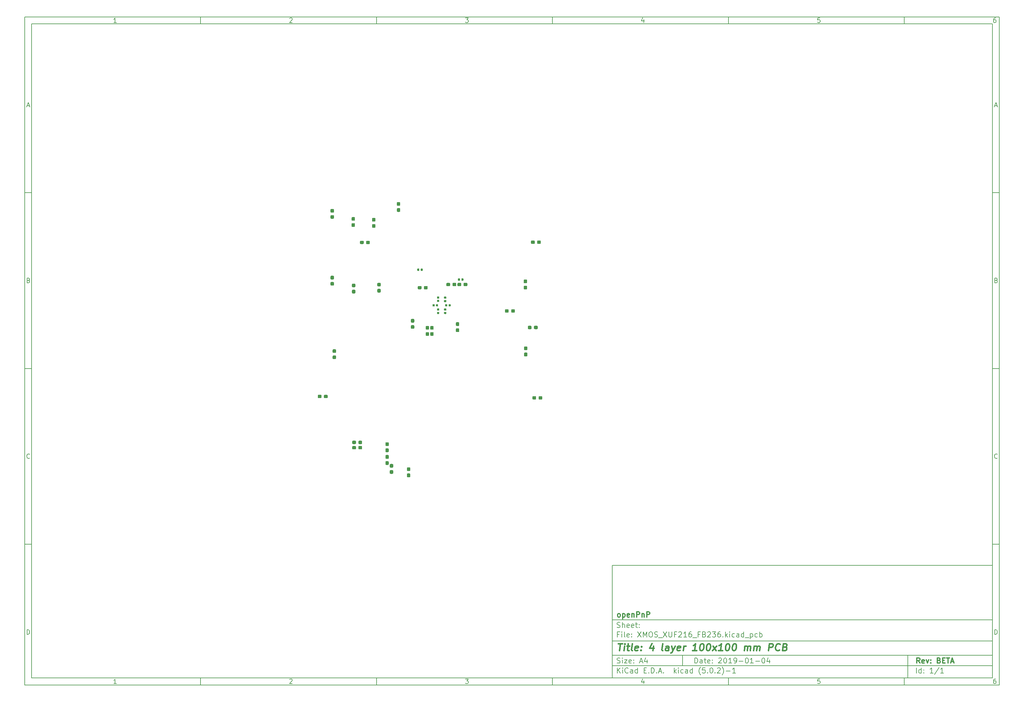
<source format=gbr>
G04 #@! TF.GenerationSoftware,KiCad,Pcbnew,(5.0.2)-1*
G04 #@! TF.CreationDate,2019-01-06T02:56:27+01:00*
G04 #@! TF.ProjectId,XMOS_XUF216_FB236,584d4f53-5f58-4554-9632-31365f464232,BETA*
G04 #@! TF.SameCoordinates,Original*
G04 #@! TF.FileFunction,Paste,Bot*
G04 #@! TF.FilePolarity,Positive*
%FSLAX46Y46*%
G04 Gerber Fmt 4.6, Leading zero omitted, Abs format (unit mm)*
G04 Created by KiCad (PCBNEW (5.0.2)-1) date 2019-01-06 02:56:27*
%MOMM*%
%LPD*%
G01*
G04 APERTURE LIST*
%ADD10C,0.100000*%
%ADD11C,0.150000*%
%ADD12C,0.300000*%
%ADD13C,0.400000*%
%ADD14C,0.590000*%
%ADD15C,0.950000*%
G04 APERTURE END LIST*
D10*
D11*
X177002200Y-166007200D02*
X177002200Y-198007200D01*
X285002200Y-198007200D01*
X285002200Y-166007200D01*
X177002200Y-166007200D01*
D10*
D11*
X10000000Y-10000000D02*
X10000000Y-200007200D01*
X287002200Y-200007200D01*
X287002200Y-10000000D01*
X10000000Y-10000000D01*
D10*
D11*
X12000000Y-12000000D02*
X12000000Y-198007200D01*
X285002200Y-198007200D01*
X285002200Y-12000000D01*
X12000000Y-12000000D01*
D10*
D11*
X60000000Y-12000000D02*
X60000000Y-10000000D01*
D10*
D11*
X110000000Y-12000000D02*
X110000000Y-10000000D01*
D10*
D11*
X160000000Y-12000000D02*
X160000000Y-10000000D01*
D10*
D11*
X210000000Y-12000000D02*
X210000000Y-10000000D01*
D10*
D11*
X260000000Y-12000000D02*
X260000000Y-10000000D01*
D10*
D11*
X36065476Y-11588095D02*
X35322619Y-11588095D01*
X35694047Y-11588095D02*
X35694047Y-10288095D01*
X35570238Y-10473809D01*
X35446428Y-10597619D01*
X35322619Y-10659523D01*
D10*
D11*
X85322619Y-10411904D02*
X85384523Y-10350000D01*
X85508333Y-10288095D01*
X85817857Y-10288095D01*
X85941666Y-10350000D01*
X86003571Y-10411904D01*
X86065476Y-10535714D01*
X86065476Y-10659523D01*
X86003571Y-10845238D01*
X85260714Y-11588095D01*
X86065476Y-11588095D01*
D10*
D11*
X135260714Y-10288095D02*
X136065476Y-10288095D01*
X135632142Y-10783333D01*
X135817857Y-10783333D01*
X135941666Y-10845238D01*
X136003571Y-10907142D01*
X136065476Y-11030952D01*
X136065476Y-11340476D01*
X136003571Y-11464285D01*
X135941666Y-11526190D01*
X135817857Y-11588095D01*
X135446428Y-11588095D01*
X135322619Y-11526190D01*
X135260714Y-11464285D01*
D10*
D11*
X185941666Y-10721428D02*
X185941666Y-11588095D01*
X185632142Y-10226190D02*
X185322619Y-11154761D01*
X186127380Y-11154761D01*
D10*
D11*
X236003571Y-10288095D02*
X235384523Y-10288095D01*
X235322619Y-10907142D01*
X235384523Y-10845238D01*
X235508333Y-10783333D01*
X235817857Y-10783333D01*
X235941666Y-10845238D01*
X236003571Y-10907142D01*
X236065476Y-11030952D01*
X236065476Y-11340476D01*
X236003571Y-11464285D01*
X235941666Y-11526190D01*
X235817857Y-11588095D01*
X235508333Y-11588095D01*
X235384523Y-11526190D01*
X235322619Y-11464285D01*
D10*
D11*
X285941666Y-10288095D02*
X285694047Y-10288095D01*
X285570238Y-10350000D01*
X285508333Y-10411904D01*
X285384523Y-10597619D01*
X285322619Y-10845238D01*
X285322619Y-11340476D01*
X285384523Y-11464285D01*
X285446428Y-11526190D01*
X285570238Y-11588095D01*
X285817857Y-11588095D01*
X285941666Y-11526190D01*
X286003571Y-11464285D01*
X286065476Y-11340476D01*
X286065476Y-11030952D01*
X286003571Y-10907142D01*
X285941666Y-10845238D01*
X285817857Y-10783333D01*
X285570238Y-10783333D01*
X285446428Y-10845238D01*
X285384523Y-10907142D01*
X285322619Y-11030952D01*
D10*
D11*
X60000000Y-198007200D02*
X60000000Y-200007200D01*
D10*
D11*
X110000000Y-198007200D02*
X110000000Y-200007200D01*
D10*
D11*
X160000000Y-198007200D02*
X160000000Y-200007200D01*
D10*
D11*
X210000000Y-198007200D02*
X210000000Y-200007200D01*
D10*
D11*
X260000000Y-198007200D02*
X260000000Y-200007200D01*
D10*
D11*
X36065476Y-199595295D02*
X35322619Y-199595295D01*
X35694047Y-199595295D02*
X35694047Y-198295295D01*
X35570238Y-198481009D01*
X35446428Y-198604819D01*
X35322619Y-198666723D01*
D10*
D11*
X85322619Y-198419104D02*
X85384523Y-198357200D01*
X85508333Y-198295295D01*
X85817857Y-198295295D01*
X85941666Y-198357200D01*
X86003571Y-198419104D01*
X86065476Y-198542914D01*
X86065476Y-198666723D01*
X86003571Y-198852438D01*
X85260714Y-199595295D01*
X86065476Y-199595295D01*
D10*
D11*
X135260714Y-198295295D02*
X136065476Y-198295295D01*
X135632142Y-198790533D01*
X135817857Y-198790533D01*
X135941666Y-198852438D01*
X136003571Y-198914342D01*
X136065476Y-199038152D01*
X136065476Y-199347676D01*
X136003571Y-199471485D01*
X135941666Y-199533390D01*
X135817857Y-199595295D01*
X135446428Y-199595295D01*
X135322619Y-199533390D01*
X135260714Y-199471485D01*
D10*
D11*
X185941666Y-198728628D02*
X185941666Y-199595295D01*
X185632142Y-198233390D02*
X185322619Y-199161961D01*
X186127380Y-199161961D01*
D10*
D11*
X236003571Y-198295295D02*
X235384523Y-198295295D01*
X235322619Y-198914342D01*
X235384523Y-198852438D01*
X235508333Y-198790533D01*
X235817857Y-198790533D01*
X235941666Y-198852438D01*
X236003571Y-198914342D01*
X236065476Y-199038152D01*
X236065476Y-199347676D01*
X236003571Y-199471485D01*
X235941666Y-199533390D01*
X235817857Y-199595295D01*
X235508333Y-199595295D01*
X235384523Y-199533390D01*
X235322619Y-199471485D01*
D10*
D11*
X285941666Y-198295295D02*
X285694047Y-198295295D01*
X285570238Y-198357200D01*
X285508333Y-198419104D01*
X285384523Y-198604819D01*
X285322619Y-198852438D01*
X285322619Y-199347676D01*
X285384523Y-199471485D01*
X285446428Y-199533390D01*
X285570238Y-199595295D01*
X285817857Y-199595295D01*
X285941666Y-199533390D01*
X286003571Y-199471485D01*
X286065476Y-199347676D01*
X286065476Y-199038152D01*
X286003571Y-198914342D01*
X285941666Y-198852438D01*
X285817857Y-198790533D01*
X285570238Y-198790533D01*
X285446428Y-198852438D01*
X285384523Y-198914342D01*
X285322619Y-199038152D01*
D10*
D11*
X10000000Y-60000000D02*
X12000000Y-60000000D01*
D10*
D11*
X10000000Y-110000000D02*
X12000000Y-110000000D01*
D10*
D11*
X10000000Y-160000000D02*
X12000000Y-160000000D01*
D10*
D11*
X10690476Y-35216666D02*
X11309523Y-35216666D01*
X10566666Y-35588095D02*
X11000000Y-34288095D01*
X11433333Y-35588095D01*
D10*
D11*
X11092857Y-84907142D02*
X11278571Y-84969047D01*
X11340476Y-85030952D01*
X11402380Y-85154761D01*
X11402380Y-85340476D01*
X11340476Y-85464285D01*
X11278571Y-85526190D01*
X11154761Y-85588095D01*
X10659523Y-85588095D01*
X10659523Y-84288095D01*
X11092857Y-84288095D01*
X11216666Y-84350000D01*
X11278571Y-84411904D01*
X11340476Y-84535714D01*
X11340476Y-84659523D01*
X11278571Y-84783333D01*
X11216666Y-84845238D01*
X11092857Y-84907142D01*
X10659523Y-84907142D01*
D10*
D11*
X11402380Y-135464285D02*
X11340476Y-135526190D01*
X11154761Y-135588095D01*
X11030952Y-135588095D01*
X10845238Y-135526190D01*
X10721428Y-135402380D01*
X10659523Y-135278571D01*
X10597619Y-135030952D01*
X10597619Y-134845238D01*
X10659523Y-134597619D01*
X10721428Y-134473809D01*
X10845238Y-134350000D01*
X11030952Y-134288095D01*
X11154761Y-134288095D01*
X11340476Y-134350000D01*
X11402380Y-134411904D01*
D10*
D11*
X10659523Y-185588095D02*
X10659523Y-184288095D01*
X10969047Y-184288095D01*
X11154761Y-184350000D01*
X11278571Y-184473809D01*
X11340476Y-184597619D01*
X11402380Y-184845238D01*
X11402380Y-185030952D01*
X11340476Y-185278571D01*
X11278571Y-185402380D01*
X11154761Y-185526190D01*
X10969047Y-185588095D01*
X10659523Y-185588095D01*
D10*
D11*
X287002200Y-60000000D02*
X285002200Y-60000000D01*
D10*
D11*
X287002200Y-110000000D02*
X285002200Y-110000000D01*
D10*
D11*
X287002200Y-160000000D02*
X285002200Y-160000000D01*
D10*
D11*
X285692676Y-35216666D02*
X286311723Y-35216666D01*
X285568866Y-35588095D02*
X286002200Y-34288095D01*
X286435533Y-35588095D01*
D10*
D11*
X286095057Y-84907142D02*
X286280771Y-84969047D01*
X286342676Y-85030952D01*
X286404580Y-85154761D01*
X286404580Y-85340476D01*
X286342676Y-85464285D01*
X286280771Y-85526190D01*
X286156961Y-85588095D01*
X285661723Y-85588095D01*
X285661723Y-84288095D01*
X286095057Y-84288095D01*
X286218866Y-84350000D01*
X286280771Y-84411904D01*
X286342676Y-84535714D01*
X286342676Y-84659523D01*
X286280771Y-84783333D01*
X286218866Y-84845238D01*
X286095057Y-84907142D01*
X285661723Y-84907142D01*
D10*
D11*
X286404580Y-135464285D02*
X286342676Y-135526190D01*
X286156961Y-135588095D01*
X286033152Y-135588095D01*
X285847438Y-135526190D01*
X285723628Y-135402380D01*
X285661723Y-135278571D01*
X285599819Y-135030952D01*
X285599819Y-134845238D01*
X285661723Y-134597619D01*
X285723628Y-134473809D01*
X285847438Y-134350000D01*
X286033152Y-134288095D01*
X286156961Y-134288095D01*
X286342676Y-134350000D01*
X286404580Y-134411904D01*
D10*
D11*
X285661723Y-185588095D02*
X285661723Y-184288095D01*
X285971247Y-184288095D01*
X286156961Y-184350000D01*
X286280771Y-184473809D01*
X286342676Y-184597619D01*
X286404580Y-184845238D01*
X286404580Y-185030952D01*
X286342676Y-185278571D01*
X286280771Y-185402380D01*
X286156961Y-185526190D01*
X285971247Y-185588095D01*
X285661723Y-185588095D01*
D10*
D11*
X200434342Y-193785771D02*
X200434342Y-192285771D01*
X200791485Y-192285771D01*
X201005771Y-192357200D01*
X201148628Y-192500057D01*
X201220057Y-192642914D01*
X201291485Y-192928628D01*
X201291485Y-193142914D01*
X201220057Y-193428628D01*
X201148628Y-193571485D01*
X201005771Y-193714342D01*
X200791485Y-193785771D01*
X200434342Y-193785771D01*
X202577200Y-193785771D02*
X202577200Y-193000057D01*
X202505771Y-192857200D01*
X202362914Y-192785771D01*
X202077200Y-192785771D01*
X201934342Y-192857200D01*
X202577200Y-193714342D02*
X202434342Y-193785771D01*
X202077200Y-193785771D01*
X201934342Y-193714342D01*
X201862914Y-193571485D01*
X201862914Y-193428628D01*
X201934342Y-193285771D01*
X202077200Y-193214342D01*
X202434342Y-193214342D01*
X202577200Y-193142914D01*
X203077200Y-192785771D02*
X203648628Y-192785771D01*
X203291485Y-192285771D02*
X203291485Y-193571485D01*
X203362914Y-193714342D01*
X203505771Y-193785771D01*
X203648628Y-193785771D01*
X204720057Y-193714342D02*
X204577200Y-193785771D01*
X204291485Y-193785771D01*
X204148628Y-193714342D01*
X204077200Y-193571485D01*
X204077200Y-193000057D01*
X204148628Y-192857200D01*
X204291485Y-192785771D01*
X204577200Y-192785771D01*
X204720057Y-192857200D01*
X204791485Y-193000057D01*
X204791485Y-193142914D01*
X204077200Y-193285771D01*
X205434342Y-193642914D02*
X205505771Y-193714342D01*
X205434342Y-193785771D01*
X205362914Y-193714342D01*
X205434342Y-193642914D01*
X205434342Y-193785771D01*
X205434342Y-192857200D02*
X205505771Y-192928628D01*
X205434342Y-193000057D01*
X205362914Y-192928628D01*
X205434342Y-192857200D01*
X205434342Y-193000057D01*
X207220057Y-192428628D02*
X207291485Y-192357200D01*
X207434342Y-192285771D01*
X207791485Y-192285771D01*
X207934342Y-192357200D01*
X208005771Y-192428628D01*
X208077200Y-192571485D01*
X208077200Y-192714342D01*
X208005771Y-192928628D01*
X207148628Y-193785771D01*
X208077200Y-193785771D01*
X209005771Y-192285771D02*
X209148628Y-192285771D01*
X209291485Y-192357200D01*
X209362914Y-192428628D01*
X209434342Y-192571485D01*
X209505771Y-192857200D01*
X209505771Y-193214342D01*
X209434342Y-193500057D01*
X209362914Y-193642914D01*
X209291485Y-193714342D01*
X209148628Y-193785771D01*
X209005771Y-193785771D01*
X208862914Y-193714342D01*
X208791485Y-193642914D01*
X208720057Y-193500057D01*
X208648628Y-193214342D01*
X208648628Y-192857200D01*
X208720057Y-192571485D01*
X208791485Y-192428628D01*
X208862914Y-192357200D01*
X209005771Y-192285771D01*
X210934342Y-193785771D02*
X210077200Y-193785771D01*
X210505771Y-193785771D02*
X210505771Y-192285771D01*
X210362914Y-192500057D01*
X210220057Y-192642914D01*
X210077200Y-192714342D01*
X211648628Y-193785771D02*
X211934342Y-193785771D01*
X212077200Y-193714342D01*
X212148628Y-193642914D01*
X212291485Y-193428628D01*
X212362914Y-193142914D01*
X212362914Y-192571485D01*
X212291485Y-192428628D01*
X212220057Y-192357200D01*
X212077200Y-192285771D01*
X211791485Y-192285771D01*
X211648628Y-192357200D01*
X211577200Y-192428628D01*
X211505771Y-192571485D01*
X211505771Y-192928628D01*
X211577200Y-193071485D01*
X211648628Y-193142914D01*
X211791485Y-193214342D01*
X212077200Y-193214342D01*
X212220057Y-193142914D01*
X212291485Y-193071485D01*
X212362914Y-192928628D01*
X213005771Y-193214342D02*
X214148628Y-193214342D01*
X215148628Y-192285771D02*
X215291485Y-192285771D01*
X215434342Y-192357200D01*
X215505771Y-192428628D01*
X215577200Y-192571485D01*
X215648628Y-192857200D01*
X215648628Y-193214342D01*
X215577200Y-193500057D01*
X215505771Y-193642914D01*
X215434342Y-193714342D01*
X215291485Y-193785771D01*
X215148628Y-193785771D01*
X215005771Y-193714342D01*
X214934342Y-193642914D01*
X214862914Y-193500057D01*
X214791485Y-193214342D01*
X214791485Y-192857200D01*
X214862914Y-192571485D01*
X214934342Y-192428628D01*
X215005771Y-192357200D01*
X215148628Y-192285771D01*
X217077200Y-193785771D02*
X216220057Y-193785771D01*
X216648628Y-193785771D02*
X216648628Y-192285771D01*
X216505771Y-192500057D01*
X216362914Y-192642914D01*
X216220057Y-192714342D01*
X217720057Y-193214342D02*
X218862914Y-193214342D01*
X219862914Y-192285771D02*
X220005771Y-192285771D01*
X220148628Y-192357200D01*
X220220057Y-192428628D01*
X220291485Y-192571485D01*
X220362914Y-192857200D01*
X220362914Y-193214342D01*
X220291485Y-193500057D01*
X220220057Y-193642914D01*
X220148628Y-193714342D01*
X220005771Y-193785771D01*
X219862914Y-193785771D01*
X219720057Y-193714342D01*
X219648628Y-193642914D01*
X219577200Y-193500057D01*
X219505771Y-193214342D01*
X219505771Y-192857200D01*
X219577200Y-192571485D01*
X219648628Y-192428628D01*
X219720057Y-192357200D01*
X219862914Y-192285771D01*
X221648628Y-192785771D02*
X221648628Y-193785771D01*
X221291485Y-192214342D02*
X220934342Y-193285771D01*
X221862914Y-193285771D01*
D10*
D11*
X177002200Y-194507200D02*
X285002200Y-194507200D01*
D10*
D11*
X178434342Y-196585771D02*
X178434342Y-195085771D01*
X179291485Y-196585771D02*
X178648628Y-195728628D01*
X179291485Y-195085771D02*
X178434342Y-195942914D01*
X179934342Y-196585771D02*
X179934342Y-195585771D01*
X179934342Y-195085771D02*
X179862914Y-195157200D01*
X179934342Y-195228628D01*
X180005771Y-195157200D01*
X179934342Y-195085771D01*
X179934342Y-195228628D01*
X181505771Y-196442914D02*
X181434342Y-196514342D01*
X181220057Y-196585771D01*
X181077200Y-196585771D01*
X180862914Y-196514342D01*
X180720057Y-196371485D01*
X180648628Y-196228628D01*
X180577200Y-195942914D01*
X180577200Y-195728628D01*
X180648628Y-195442914D01*
X180720057Y-195300057D01*
X180862914Y-195157200D01*
X181077200Y-195085771D01*
X181220057Y-195085771D01*
X181434342Y-195157200D01*
X181505771Y-195228628D01*
X182791485Y-196585771D02*
X182791485Y-195800057D01*
X182720057Y-195657200D01*
X182577200Y-195585771D01*
X182291485Y-195585771D01*
X182148628Y-195657200D01*
X182791485Y-196514342D02*
X182648628Y-196585771D01*
X182291485Y-196585771D01*
X182148628Y-196514342D01*
X182077200Y-196371485D01*
X182077200Y-196228628D01*
X182148628Y-196085771D01*
X182291485Y-196014342D01*
X182648628Y-196014342D01*
X182791485Y-195942914D01*
X184148628Y-196585771D02*
X184148628Y-195085771D01*
X184148628Y-196514342D02*
X184005771Y-196585771D01*
X183720057Y-196585771D01*
X183577200Y-196514342D01*
X183505771Y-196442914D01*
X183434342Y-196300057D01*
X183434342Y-195871485D01*
X183505771Y-195728628D01*
X183577200Y-195657200D01*
X183720057Y-195585771D01*
X184005771Y-195585771D01*
X184148628Y-195657200D01*
X186005771Y-195800057D02*
X186505771Y-195800057D01*
X186720057Y-196585771D02*
X186005771Y-196585771D01*
X186005771Y-195085771D01*
X186720057Y-195085771D01*
X187362914Y-196442914D02*
X187434342Y-196514342D01*
X187362914Y-196585771D01*
X187291485Y-196514342D01*
X187362914Y-196442914D01*
X187362914Y-196585771D01*
X188077200Y-196585771D02*
X188077200Y-195085771D01*
X188434342Y-195085771D01*
X188648628Y-195157200D01*
X188791485Y-195300057D01*
X188862914Y-195442914D01*
X188934342Y-195728628D01*
X188934342Y-195942914D01*
X188862914Y-196228628D01*
X188791485Y-196371485D01*
X188648628Y-196514342D01*
X188434342Y-196585771D01*
X188077200Y-196585771D01*
X189577200Y-196442914D02*
X189648628Y-196514342D01*
X189577200Y-196585771D01*
X189505771Y-196514342D01*
X189577200Y-196442914D01*
X189577200Y-196585771D01*
X190220057Y-196157200D02*
X190934342Y-196157200D01*
X190077200Y-196585771D02*
X190577200Y-195085771D01*
X191077200Y-196585771D01*
X191577200Y-196442914D02*
X191648628Y-196514342D01*
X191577200Y-196585771D01*
X191505771Y-196514342D01*
X191577200Y-196442914D01*
X191577200Y-196585771D01*
X194577200Y-196585771D02*
X194577200Y-195085771D01*
X194720057Y-196014342D02*
X195148628Y-196585771D01*
X195148628Y-195585771D02*
X194577200Y-196157200D01*
X195791485Y-196585771D02*
X195791485Y-195585771D01*
X195791485Y-195085771D02*
X195720057Y-195157200D01*
X195791485Y-195228628D01*
X195862914Y-195157200D01*
X195791485Y-195085771D01*
X195791485Y-195228628D01*
X197148628Y-196514342D02*
X197005771Y-196585771D01*
X196720057Y-196585771D01*
X196577200Y-196514342D01*
X196505771Y-196442914D01*
X196434342Y-196300057D01*
X196434342Y-195871485D01*
X196505771Y-195728628D01*
X196577200Y-195657200D01*
X196720057Y-195585771D01*
X197005771Y-195585771D01*
X197148628Y-195657200D01*
X198434342Y-196585771D02*
X198434342Y-195800057D01*
X198362914Y-195657200D01*
X198220057Y-195585771D01*
X197934342Y-195585771D01*
X197791485Y-195657200D01*
X198434342Y-196514342D02*
X198291485Y-196585771D01*
X197934342Y-196585771D01*
X197791485Y-196514342D01*
X197720057Y-196371485D01*
X197720057Y-196228628D01*
X197791485Y-196085771D01*
X197934342Y-196014342D01*
X198291485Y-196014342D01*
X198434342Y-195942914D01*
X199791485Y-196585771D02*
X199791485Y-195085771D01*
X199791485Y-196514342D02*
X199648628Y-196585771D01*
X199362914Y-196585771D01*
X199220057Y-196514342D01*
X199148628Y-196442914D01*
X199077200Y-196300057D01*
X199077200Y-195871485D01*
X199148628Y-195728628D01*
X199220057Y-195657200D01*
X199362914Y-195585771D01*
X199648628Y-195585771D01*
X199791485Y-195657200D01*
X202077200Y-197157200D02*
X202005771Y-197085771D01*
X201862914Y-196871485D01*
X201791485Y-196728628D01*
X201720057Y-196514342D01*
X201648628Y-196157200D01*
X201648628Y-195871485D01*
X201720057Y-195514342D01*
X201791485Y-195300057D01*
X201862914Y-195157200D01*
X202005771Y-194942914D01*
X202077200Y-194871485D01*
X203362914Y-195085771D02*
X202648628Y-195085771D01*
X202577200Y-195800057D01*
X202648628Y-195728628D01*
X202791485Y-195657200D01*
X203148628Y-195657200D01*
X203291485Y-195728628D01*
X203362914Y-195800057D01*
X203434342Y-195942914D01*
X203434342Y-196300057D01*
X203362914Y-196442914D01*
X203291485Y-196514342D01*
X203148628Y-196585771D01*
X202791485Y-196585771D01*
X202648628Y-196514342D01*
X202577200Y-196442914D01*
X204077200Y-196442914D02*
X204148628Y-196514342D01*
X204077200Y-196585771D01*
X204005771Y-196514342D01*
X204077200Y-196442914D01*
X204077200Y-196585771D01*
X205077200Y-195085771D02*
X205220057Y-195085771D01*
X205362914Y-195157200D01*
X205434342Y-195228628D01*
X205505771Y-195371485D01*
X205577200Y-195657200D01*
X205577200Y-196014342D01*
X205505771Y-196300057D01*
X205434342Y-196442914D01*
X205362914Y-196514342D01*
X205220057Y-196585771D01*
X205077200Y-196585771D01*
X204934342Y-196514342D01*
X204862914Y-196442914D01*
X204791485Y-196300057D01*
X204720057Y-196014342D01*
X204720057Y-195657200D01*
X204791485Y-195371485D01*
X204862914Y-195228628D01*
X204934342Y-195157200D01*
X205077200Y-195085771D01*
X206220057Y-196442914D02*
X206291485Y-196514342D01*
X206220057Y-196585771D01*
X206148628Y-196514342D01*
X206220057Y-196442914D01*
X206220057Y-196585771D01*
X206862914Y-195228628D02*
X206934342Y-195157200D01*
X207077200Y-195085771D01*
X207434342Y-195085771D01*
X207577200Y-195157200D01*
X207648628Y-195228628D01*
X207720057Y-195371485D01*
X207720057Y-195514342D01*
X207648628Y-195728628D01*
X206791485Y-196585771D01*
X207720057Y-196585771D01*
X208220057Y-197157200D02*
X208291485Y-197085771D01*
X208434342Y-196871485D01*
X208505771Y-196728628D01*
X208577200Y-196514342D01*
X208648628Y-196157200D01*
X208648628Y-195871485D01*
X208577200Y-195514342D01*
X208505771Y-195300057D01*
X208434342Y-195157200D01*
X208291485Y-194942914D01*
X208220057Y-194871485D01*
X209362914Y-196014342D02*
X210505771Y-196014342D01*
X212005771Y-196585771D02*
X211148628Y-196585771D01*
X211577200Y-196585771D02*
X211577200Y-195085771D01*
X211434342Y-195300057D01*
X211291485Y-195442914D01*
X211148628Y-195514342D01*
D10*
D11*
X177002200Y-191507200D02*
X285002200Y-191507200D01*
D10*
D12*
X264411485Y-193785771D02*
X263911485Y-193071485D01*
X263554342Y-193785771D02*
X263554342Y-192285771D01*
X264125771Y-192285771D01*
X264268628Y-192357200D01*
X264340057Y-192428628D01*
X264411485Y-192571485D01*
X264411485Y-192785771D01*
X264340057Y-192928628D01*
X264268628Y-193000057D01*
X264125771Y-193071485D01*
X263554342Y-193071485D01*
X265625771Y-193714342D02*
X265482914Y-193785771D01*
X265197200Y-193785771D01*
X265054342Y-193714342D01*
X264982914Y-193571485D01*
X264982914Y-193000057D01*
X265054342Y-192857200D01*
X265197200Y-192785771D01*
X265482914Y-192785771D01*
X265625771Y-192857200D01*
X265697200Y-193000057D01*
X265697200Y-193142914D01*
X264982914Y-193285771D01*
X266197200Y-192785771D02*
X266554342Y-193785771D01*
X266911485Y-192785771D01*
X267482914Y-193642914D02*
X267554342Y-193714342D01*
X267482914Y-193785771D01*
X267411485Y-193714342D01*
X267482914Y-193642914D01*
X267482914Y-193785771D01*
X267482914Y-192857200D02*
X267554342Y-192928628D01*
X267482914Y-193000057D01*
X267411485Y-192928628D01*
X267482914Y-192857200D01*
X267482914Y-193000057D01*
X269840057Y-193000057D02*
X270054342Y-193071485D01*
X270125771Y-193142914D01*
X270197200Y-193285771D01*
X270197200Y-193500057D01*
X270125771Y-193642914D01*
X270054342Y-193714342D01*
X269911485Y-193785771D01*
X269340057Y-193785771D01*
X269340057Y-192285771D01*
X269840057Y-192285771D01*
X269982914Y-192357200D01*
X270054342Y-192428628D01*
X270125771Y-192571485D01*
X270125771Y-192714342D01*
X270054342Y-192857200D01*
X269982914Y-192928628D01*
X269840057Y-193000057D01*
X269340057Y-193000057D01*
X270840057Y-193000057D02*
X271340057Y-193000057D01*
X271554342Y-193785771D02*
X270840057Y-193785771D01*
X270840057Y-192285771D01*
X271554342Y-192285771D01*
X271982914Y-192285771D02*
X272840057Y-192285771D01*
X272411485Y-193785771D02*
X272411485Y-192285771D01*
X273268628Y-193357200D02*
X273982914Y-193357200D01*
X273125771Y-193785771D02*
X273625771Y-192285771D01*
X274125771Y-193785771D01*
D10*
D11*
X178362914Y-193714342D02*
X178577200Y-193785771D01*
X178934342Y-193785771D01*
X179077200Y-193714342D01*
X179148628Y-193642914D01*
X179220057Y-193500057D01*
X179220057Y-193357200D01*
X179148628Y-193214342D01*
X179077200Y-193142914D01*
X178934342Y-193071485D01*
X178648628Y-193000057D01*
X178505771Y-192928628D01*
X178434342Y-192857200D01*
X178362914Y-192714342D01*
X178362914Y-192571485D01*
X178434342Y-192428628D01*
X178505771Y-192357200D01*
X178648628Y-192285771D01*
X179005771Y-192285771D01*
X179220057Y-192357200D01*
X179862914Y-193785771D02*
X179862914Y-192785771D01*
X179862914Y-192285771D02*
X179791485Y-192357200D01*
X179862914Y-192428628D01*
X179934342Y-192357200D01*
X179862914Y-192285771D01*
X179862914Y-192428628D01*
X180434342Y-192785771D02*
X181220057Y-192785771D01*
X180434342Y-193785771D01*
X181220057Y-193785771D01*
X182362914Y-193714342D02*
X182220057Y-193785771D01*
X181934342Y-193785771D01*
X181791485Y-193714342D01*
X181720057Y-193571485D01*
X181720057Y-193000057D01*
X181791485Y-192857200D01*
X181934342Y-192785771D01*
X182220057Y-192785771D01*
X182362914Y-192857200D01*
X182434342Y-193000057D01*
X182434342Y-193142914D01*
X181720057Y-193285771D01*
X183077200Y-193642914D02*
X183148628Y-193714342D01*
X183077200Y-193785771D01*
X183005771Y-193714342D01*
X183077200Y-193642914D01*
X183077200Y-193785771D01*
X183077200Y-192857200D02*
X183148628Y-192928628D01*
X183077200Y-193000057D01*
X183005771Y-192928628D01*
X183077200Y-192857200D01*
X183077200Y-193000057D01*
X184862914Y-193357200D02*
X185577200Y-193357200D01*
X184720057Y-193785771D02*
X185220057Y-192285771D01*
X185720057Y-193785771D01*
X186862914Y-192785771D02*
X186862914Y-193785771D01*
X186505771Y-192214342D02*
X186148628Y-193285771D01*
X187077200Y-193285771D01*
D10*
D11*
X263434342Y-196585771D02*
X263434342Y-195085771D01*
X264791485Y-196585771D02*
X264791485Y-195085771D01*
X264791485Y-196514342D02*
X264648628Y-196585771D01*
X264362914Y-196585771D01*
X264220057Y-196514342D01*
X264148628Y-196442914D01*
X264077200Y-196300057D01*
X264077200Y-195871485D01*
X264148628Y-195728628D01*
X264220057Y-195657200D01*
X264362914Y-195585771D01*
X264648628Y-195585771D01*
X264791485Y-195657200D01*
X265505771Y-196442914D02*
X265577200Y-196514342D01*
X265505771Y-196585771D01*
X265434342Y-196514342D01*
X265505771Y-196442914D01*
X265505771Y-196585771D01*
X265505771Y-195657200D02*
X265577200Y-195728628D01*
X265505771Y-195800057D01*
X265434342Y-195728628D01*
X265505771Y-195657200D01*
X265505771Y-195800057D01*
X268148628Y-196585771D02*
X267291485Y-196585771D01*
X267720057Y-196585771D02*
X267720057Y-195085771D01*
X267577200Y-195300057D01*
X267434342Y-195442914D01*
X267291485Y-195514342D01*
X269862914Y-195014342D02*
X268577200Y-196942914D01*
X271148628Y-196585771D02*
X270291485Y-196585771D01*
X270720057Y-196585771D02*
X270720057Y-195085771D01*
X270577200Y-195300057D01*
X270434342Y-195442914D01*
X270291485Y-195514342D01*
D10*
D11*
X177002200Y-187507200D02*
X285002200Y-187507200D01*
D10*
D13*
X178714580Y-188211961D02*
X179857438Y-188211961D01*
X179036009Y-190211961D02*
X179286009Y-188211961D01*
X180274104Y-190211961D02*
X180440771Y-188878628D01*
X180524104Y-188211961D02*
X180416961Y-188307200D01*
X180500295Y-188402438D01*
X180607438Y-188307200D01*
X180524104Y-188211961D01*
X180500295Y-188402438D01*
X181107438Y-188878628D02*
X181869342Y-188878628D01*
X181476485Y-188211961D02*
X181262200Y-189926247D01*
X181333628Y-190116723D01*
X181512200Y-190211961D01*
X181702676Y-190211961D01*
X182655057Y-190211961D02*
X182476485Y-190116723D01*
X182405057Y-189926247D01*
X182619342Y-188211961D01*
X184190771Y-190116723D02*
X183988390Y-190211961D01*
X183607438Y-190211961D01*
X183428866Y-190116723D01*
X183357438Y-189926247D01*
X183452676Y-189164342D01*
X183571723Y-188973866D01*
X183774104Y-188878628D01*
X184155057Y-188878628D01*
X184333628Y-188973866D01*
X184405057Y-189164342D01*
X184381247Y-189354819D01*
X183405057Y-189545295D01*
X185155057Y-190021485D02*
X185238390Y-190116723D01*
X185131247Y-190211961D01*
X185047914Y-190116723D01*
X185155057Y-190021485D01*
X185131247Y-190211961D01*
X185286009Y-188973866D02*
X185369342Y-189069104D01*
X185262200Y-189164342D01*
X185178866Y-189069104D01*
X185286009Y-188973866D01*
X185262200Y-189164342D01*
X188631247Y-188878628D02*
X188464580Y-190211961D01*
X188250295Y-188116723D02*
X187595533Y-189545295D01*
X188833628Y-189545295D01*
X191321723Y-190211961D02*
X191143152Y-190116723D01*
X191071723Y-189926247D01*
X191286009Y-188211961D01*
X192940771Y-190211961D02*
X193071723Y-189164342D01*
X193000295Y-188973866D01*
X192821723Y-188878628D01*
X192440771Y-188878628D01*
X192238390Y-188973866D01*
X192952676Y-190116723D02*
X192750295Y-190211961D01*
X192274104Y-190211961D01*
X192095533Y-190116723D01*
X192024104Y-189926247D01*
X192047914Y-189735771D01*
X192166961Y-189545295D01*
X192369342Y-189450057D01*
X192845533Y-189450057D01*
X193047914Y-189354819D01*
X193869342Y-188878628D02*
X194178866Y-190211961D01*
X194821723Y-188878628D02*
X194178866Y-190211961D01*
X193928866Y-190688152D01*
X193821723Y-190783390D01*
X193619342Y-190878628D01*
X196190771Y-190116723D02*
X195988390Y-190211961D01*
X195607438Y-190211961D01*
X195428866Y-190116723D01*
X195357438Y-189926247D01*
X195452676Y-189164342D01*
X195571723Y-188973866D01*
X195774104Y-188878628D01*
X196155057Y-188878628D01*
X196333628Y-188973866D01*
X196405057Y-189164342D01*
X196381247Y-189354819D01*
X195405057Y-189545295D01*
X197131247Y-190211961D02*
X197297914Y-188878628D01*
X197250295Y-189259580D02*
X197369342Y-189069104D01*
X197476485Y-188973866D01*
X197678866Y-188878628D01*
X197869342Y-188878628D01*
X200940771Y-190211961D02*
X199797914Y-190211961D01*
X200369342Y-190211961D02*
X200619342Y-188211961D01*
X200393152Y-188497676D01*
X200178866Y-188688152D01*
X199976485Y-188783390D01*
X202428866Y-188211961D02*
X202619342Y-188211961D01*
X202797914Y-188307200D01*
X202881247Y-188402438D01*
X202952676Y-188592914D01*
X203000295Y-188973866D01*
X202940771Y-189450057D01*
X202797914Y-189831009D01*
X202678866Y-190021485D01*
X202571723Y-190116723D01*
X202369342Y-190211961D01*
X202178866Y-190211961D01*
X202000295Y-190116723D01*
X201916961Y-190021485D01*
X201845533Y-189831009D01*
X201797914Y-189450057D01*
X201857438Y-188973866D01*
X202000295Y-188592914D01*
X202119342Y-188402438D01*
X202226485Y-188307200D01*
X202428866Y-188211961D01*
X204333628Y-188211961D02*
X204524104Y-188211961D01*
X204702676Y-188307200D01*
X204786009Y-188402438D01*
X204857438Y-188592914D01*
X204905057Y-188973866D01*
X204845533Y-189450057D01*
X204702676Y-189831009D01*
X204583628Y-190021485D01*
X204476485Y-190116723D01*
X204274104Y-190211961D01*
X204083628Y-190211961D01*
X203905057Y-190116723D01*
X203821723Y-190021485D01*
X203750295Y-189831009D01*
X203702676Y-189450057D01*
X203762200Y-188973866D01*
X203905057Y-188592914D01*
X204024104Y-188402438D01*
X204131247Y-188307200D01*
X204333628Y-188211961D01*
X205416961Y-190211961D02*
X206631247Y-188878628D01*
X205583628Y-188878628D02*
X206464580Y-190211961D01*
X208274104Y-190211961D02*
X207131247Y-190211961D01*
X207702676Y-190211961D02*
X207952676Y-188211961D01*
X207726485Y-188497676D01*
X207512200Y-188688152D01*
X207309819Y-188783390D01*
X209762200Y-188211961D02*
X209952676Y-188211961D01*
X210131247Y-188307200D01*
X210214580Y-188402438D01*
X210286009Y-188592914D01*
X210333628Y-188973866D01*
X210274104Y-189450057D01*
X210131247Y-189831009D01*
X210012200Y-190021485D01*
X209905057Y-190116723D01*
X209702676Y-190211961D01*
X209512200Y-190211961D01*
X209333628Y-190116723D01*
X209250295Y-190021485D01*
X209178866Y-189831009D01*
X209131247Y-189450057D01*
X209190771Y-188973866D01*
X209333628Y-188592914D01*
X209452676Y-188402438D01*
X209559819Y-188307200D01*
X209762200Y-188211961D01*
X211666961Y-188211961D02*
X211857438Y-188211961D01*
X212036009Y-188307200D01*
X212119342Y-188402438D01*
X212190771Y-188592914D01*
X212238390Y-188973866D01*
X212178866Y-189450057D01*
X212036009Y-189831009D01*
X211916961Y-190021485D01*
X211809819Y-190116723D01*
X211607438Y-190211961D01*
X211416961Y-190211961D01*
X211238390Y-190116723D01*
X211155057Y-190021485D01*
X211083628Y-189831009D01*
X211036009Y-189450057D01*
X211095533Y-188973866D01*
X211238390Y-188592914D01*
X211357438Y-188402438D01*
X211464580Y-188307200D01*
X211666961Y-188211961D01*
X214464580Y-190211961D02*
X214631247Y-188878628D01*
X214607438Y-189069104D02*
X214714580Y-188973866D01*
X214916961Y-188878628D01*
X215202676Y-188878628D01*
X215381247Y-188973866D01*
X215452676Y-189164342D01*
X215321723Y-190211961D01*
X215452676Y-189164342D02*
X215571723Y-188973866D01*
X215774104Y-188878628D01*
X216059819Y-188878628D01*
X216238390Y-188973866D01*
X216309819Y-189164342D01*
X216178866Y-190211961D01*
X217131247Y-190211961D02*
X217297914Y-188878628D01*
X217274104Y-189069104D02*
X217381247Y-188973866D01*
X217583628Y-188878628D01*
X217869342Y-188878628D01*
X218047914Y-188973866D01*
X218119342Y-189164342D01*
X217988390Y-190211961D01*
X218119342Y-189164342D02*
X218238390Y-188973866D01*
X218440771Y-188878628D01*
X218726485Y-188878628D01*
X218905057Y-188973866D01*
X218976485Y-189164342D01*
X218845533Y-190211961D01*
X221321723Y-190211961D02*
X221571723Y-188211961D01*
X222333628Y-188211961D01*
X222512199Y-188307200D01*
X222595533Y-188402438D01*
X222666961Y-188592914D01*
X222631247Y-188878628D01*
X222512199Y-189069104D01*
X222405057Y-189164342D01*
X222202676Y-189259580D01*
X221440771Y-189259580D01*
X224488390Y-190021485D02*
X224381247Y-190116723D01*
X224083628Y-190211961D01*
X223893152Y-190211961D01*
X223619342Y-190116723D01*
X223452676Y-189926247D01*
X223381247Y-189735771D01*
X223333628Y-189354819D01*
X223369342Y-189069104D01*
X223512200Y-188688152D01*
X223631247Y-188497676D01*
X223845533Y-188307200D01*
X224143152Y-188211961D01*
X224333628Y-188211961D01*
X224607438Y-188307200D01*
X224690771Y-188402438D01*
X226119342Y-189164342D02*
X226393152Y-189259580D01*
X226476485Y-189354819D01*
X226547914Y-189545295D01*
X226512199Y-189831009D01*
X226393152Y-190021485D01*
X226286009Y-190116723D01*
X226083628Y-190211961D01*
X225321723Y-190211961D01*
X225571723Y-188211961D01*
X226238390Y-188211961D01*
X226416961Y-188307200D01*
X226500295Y-188402438D01*
X226571723Y-188592914D01*
X226547914Y-188783390D01*
X226428866Y-188973866D01*
X226321723Y-189069104D01*
X226119342Y-189164342D01*
X225452676Y-189164342D01*
D10*
D11*
X178934342Y-185600057D02*
X178434342Y-185600057D01*
X178434342Y-186385771D02*
X178434342Y-184885771D01*
X179148628Y-184885771D01*
X179720057Y-186385771D02*
X179720057Y-185385771D01*
X179720057Y-184885771D02*
X179648628Y-184957200D01*
X179720057Y-185028628D01*
X179791485Y-184957200D01*
X179720057Y-184885771D01*
X179720057Y-185028628D01*
X180648628Y-186385771D02*
X180505771Y-186314342D01*
X180434342Y-186171485D01*
X180434342Y-184885771D01*
X181791485Y-186314342D02*
X181648628Y-186385771D01*
X181362914Y-186385771D01*
X181220057Y-186314342D01*
X181148628Y-186171485D01*
X181148628Y-185600057D01*
X181220057Y-185457200D01*
X181362914Y-185385771D01*
X181648628Y-185385771D01*
X181791485Y-185457200D01*
X181862914Y-185600057D01*
X181862914Y-185742914D01*
X181148628Y-185885771D01*
X182505771Y-186242914D02*
X182577200Y-186314342D01*
X182505771Y-186385771D01*
X182434342Y-186314342D01*
X182505771Y-186242914D01*
X182505771Y-186385771D01*
X182505771Y-185457200D02*
X182577200Y-185528628D01*
X182505771Y-185600057D01*
X182434342Y-185528628D01*
X182505771Y-185457200D01*
X182505771Y-185600057D01*
X184220057Y-184885771D02*
X185220057Y-186385771D01*
X185220057Y-184885771D02*
X184220057Y-186385771D01*
X185791485Y-186385771D02*
X185791485Y-184885771D01*
X186291485Y-185957200D01*
X186791485Y-184885771D01*
X186791485Y-186385771D01*
X187791485Y-184885771D02*
X188077200Y-184885771D01*
X188220057Y-184957200D01*
X188362914Y-185100057D01*
X188434342Y-185385771D01*
X188434342Y-185885771D01*
X188362914Y-186171485D01*
X188220057Y-186314342D01*
X188077200Y-186385771D01*
X187791485Y-186385771D01*
X187648628Y-186314342D01*
X187505771Y-186171485D01*
X187434342Y-185885771D01*
X187434342Y-185385771D01*
X187505771Y-185100057D01*
X187648628Y-184957200D01*
X187791485Y-184885771D01*
X189005771Y-186314342D02*
X189220057Y-186385771D01*
X189577200Y-186385771D01*
X189720057Y-186314342D01*
X189791485Y-186242914D01*
X189862914Y-186100057D01*
X189862914Y-185957200D01*
X189791485Y-185814342D01*
X189720057Y-185742914D01*
X189577200Y-185671485D01*
X189291485Y-185600057D01*
X189148628Y-185528628D01*
X189077200Y-185457200D01*
X189005771Y-185314342D01*
X189005771Y-185171485D01*
X189077200Y-185028628D01*
X189148628Y-184957200D01*
X189291485Y-184885771D01*
X189648628Y-184885771D01*
X189862914Y-184957200D01*
X190148628Y-186528628D02*
X191291485Y-186528628D01*
X191505771Y-184885771D02*
X192505771Y-186385771D01*
X192505771Y-184885771D02*
X191505771Y-186385771D01*
X193077200Y-184885771D02*
X193077200Y-186100057D01*
X193148628Y-186242914D01*
X193220057Y-186314342D01*
X193362914Y-186385771D01*
X193648628Y-186385771D01*
X193791485Y-186314342D01*
X193862914Y-186242914D01*
X193934342Y-186100057D01*
X193934342Y-184885771D01*
X195148628Y-185600057D02*
X194648628Y-185600057D01*
X194648628Y-186385771D02*
X194648628Y-184885771D01*
X195362914Y-184885771D01*
X195862914Y-185028628D02*
X195934342Y-184957200D01*
X196077200Y-184885771D01*
X196434342Y-184885771D01*
X196577200Y-184957200D01*
X196648628Y-185028628D01*
X196720057Y-185171485D01*
X196720057Y-185314342D01*
X196648628Y-185528628D01*
X195791485Y-186385771D01*
X196720057Y-186385771D01*
X198148628Y-186385771D02*
X197291485Y-186385771D01*
X197720057Y-186385771D02*
X197720057Y-184885771D01*
X197577200Y-185100057D01*
X197434342Y-185242914D01*
X197291485Y-185314342D01*
X199434342Y-184885771D02*
X199148628Y-184885771D01*
X199005771Y-184957200D01*
X198934342Y-185028628D01*
X198791485Y-185242914D01*
X198720057Y-185528628D01*
X198720057Y-186100057D01*
X198791485Y-186242914D01*
X198862914Y-186314342D01*
X199005771Y-186385771D01*
X199291485Y-186385771D01*
X199434342Y-186314342D01*
X199505771Y-186242914D01*
X199577200Y-186100057D01*
X199577200Y-185742914D01*
X199505771Y-185600057D01*
X199434342Y-185528628D01*
X199291485Y-185457200D01*
X199005771Y-185457200D01*
X198862914Y-185528628D01*
X198791485Y-185600057D01*
X198720057Y-185742914D01*
X199862914Y-186528628D02*
X201005771Y-186528628D01*
X201862914Y-185600057D02*
X201362914Y-185600057D01*
X201362914Y-186385771D02*
X201362914Y-184885771D01*
X202077200Y-184885771D01*
X203148628Y-185600057D02*
X203362914Y-185671485D01*
X203434342Y-185742914D01*
X203505771Y-185885771D01*
X203505771Y-186100057D01*
X203434342Y-186242914D01*
X203362914Y-186314342D01*
X203220057Y-186385771D01*
X202648628Y-186385771D01*
X202648628Y-184885771D01*
X203148628Y-184885771D01*
X203291485Y-184957200D01*
X203362914Y-185028628D01*
X203434342Y-185171485D01*
X203434342Y-185314342D01*
X203362914Y-185457200D01*
X203291485Y-185528628D01*
X203148628Y-185600057D01*
X202648628Y-185600057D01*
X204077200Y-185028628D02*
X204148628Y-184957200D01*
X204291485Y-184885771D01*
X204648628Y-184885771D01*
X204791485Y-184957200D01*
X204862914Y-185028628D01*
X204934342Y-185171485D01*
X204934342Y-185314342D01*
X204862914Y-185528628D01*
X204005771Y-186385771D01*
X204934342Y-186385771D01*
X205434342Y-184885771D02*
X206362914Y-184885771D01*
X205862914Y-185457200D01*
X206077200Y-185457200D01*
X206220057Y-185528628D01*
X206291485Y-185600057D01*
X206362914Y-185742914D01*
X206362914Y-186100057D01*
X206291485Y-186242914D01*
X206220057Y-186314342D01*
X206077200Y-186385771D01*
X205648628Y-186385771D01*
X205505771Y-186314342D01*
X205434342Y-186242914D01*
X207648628Y-184885771D02*
X207362914Y-184885771D01*
X207220057Y-184957200D01*
X207148628Y-185028628D01*
X207005771Y-185242914D01*
X206934342Y-185528628D01*
X206934342Y-186100057D01*
X207005771Y-186242914D01*
X207077200Y-186314342D01*
X207220057Y-186385771D01*
X207505771Y-186385771D01*
X207648628Y-186314342D01*
X207720057Y-186242914D01*
X207791485Y-186100057D01*
X207791485Y-185742914D01*
X207720057Y-185600057D01*
X207648628Y-185528628D01*
X207505771Y-185457200D01*
X207220057Y-185457200D01*
X207077200Y-185528628D01*
X207005771Y-185600057D01*
X206934342Y-185742914D01*
X208434342Y-186242914D02*
X208505771Y-186314342D01*
X208434342Y-186385771D01*
X208362914Y-186314342D01*
X208434342Y-186242914D01*
X208434342Y-186385771D01*
X209148628Y-186385771D02*
X209148628Y-184885771D01*
X209291485Y-185814342D02*
X209720057Y-186385771D01*
X209720057Y-185385771D02*
X209148628Y-185957200D01*
X210362914Y-186385771D02*
X210362914Y-185385771D01*
X210362914Y-184885771D02*
X210291485Y-184957200D01*
X210362914Y-185028628D01*
X210434342Y-184957200D01*
X210362914Y-184885771D01*
X210362914Y-185028628D01*
X211720057Y-186314342D02*
X211577200Y-186385771D01*
X211291485Y-186385771D01*
X211148628Y-186314342D01*
X211077200Y-186242914D01*
X211005771Y-186100057D01*
X211005771Y-185671485D01*
X211077200Y-185528628D01*
X211148628Y-185457200D01*
X211291485Y-185385771D01*
X211577200Y-185385771D01*
X211720057Y-185457200D01*
X213005771Y-186385771D02*
X213005771Y-185600057D01*
X212934342Y-185457200D01*
X212791485Y-185385771D01*
X212505771Y-185385771D01*
X212362914Y-185457200D01*
X213005771Y-186314342D02*
X212862914Y-186385771D01*
X212505771Y-186385771D01*
X212362914Y-186314342D01*
X212291485Y-186171485D01*
X212291485Y-186028628D01*
X212362914Y-185885771D01*
X212505771Y-185814342D01*
X212862914Y-185814342D01*
X213005771Y-185742914D01*
X214362914Y-186385771D02*
X214362914Y-184885771D01*
X214362914Y-186314342D02*
X214220057Y-186385771D01*
X213934342Y-186385771D01*
X213791485Y-186314342D01*
X213720057Y-186242914D01*
X213648628Y-186100057D01*
X213648628Y-185671485D01*
X213720057Y-185528628D01*
X213791485Y-185457200D01*
X213934342Y-185385771D01*
X214220057Y-185385771D01*
X214362914Y-185457200D01*
X214720057Y-186528628D02*
X215862914Y-186528628D01*
X216220057Y-185385771D02*
X216220057Y-186885771D01*
X216220057Y-185457200D02*
X216362914Y-185385771D01*
X216648628Y-185385771D01*
X216791485Y-185457200D01*
X216862914Y-185528628D01*
X216934342Y-185671485D01*
X216934342Y-186100057D01*
X216862914Y-186242914D01*
X216791485Y-186314342D01*
X216648628Y-186385771D01*
X216362914Y-186385771D01*
X216220057Y-186314342D01*
X218220057Y-186314342D02*
X218077200Y-186385771D01*
X217791485Y-186385771D01*
X217648628Y-186314342D01*
X217577200Y-186242914D01*
X217505771Y-186100057D01*
X217505771Y-185671485D01*
X217577200Y-185528628D01*
X217648628Y-185457200D01*
X217791485Y-185385771D01*
X218077200Y-185385771D01*
X218220057Y-185457200D01*
X218862914Y-186385771D02*
X218862914Y-184885771D01*
X218862914Y-185457200D02*
X219005771Y-185385771D01*
X219291485Y-185385771D01*
X219434342Y-185457200D01*
X219505771Y-185528628D01*
X219577200Y-185671485D01*
X219577200Y-186100057D01*
X219505771Y-186242914D01*
X219434342Y-186314342D01*
X219291485Y-186385771D01*
X219005771Y-186385771D01*
X218862914Y-186314342D01*
D10*
D11*
X177002200Y-181507200D02*
X285002200Y-181507200D01*
D10*
D11*
X178362914Y-183614342D02*
X178577200Y-183685771D01*
X178934342Y-183685771D01*
X179077200Y-183614342D01*
X179148628Y-183542914D01*
X179220057Y-183400057D01*
X179220057Y-183257200D01*
X179148628Y-183114342D01*
X179077200Y-183042914D01*
X178934342Y-182971485D01*
X178648628Y-182900057D01*
X178505771Y-182828628D01*
X178434342Y-182757200D01*
X178362914Y-182614342D01*
X178362914Y-182471485D01*
X178434342Y-182328628D01*
X178505771Y-182257200D01*
X178648628Y-182185771D01*
X179005771Y-182185771D01*
X179220057Y-182257200D01*
X179862914Y-183685771D02*
X179862914Y-182185771D01*
X180505771Y-183685771D02*
X180505771Y-182900057D01*
X180434342Y-182757200D01*
X180291485Y-182685771D01*
X180077200Y-182685771D01*
X179934342Y-182757200D01*
X179862914Y-182828628D01*
X181791485Y-183614342D02*
X181648628Y-183685771D01*
X181362914Y-183685771D01*
X181220057Y-183614342D01*
X181148628Y-183471485D01*
X181148628Y-182900057D01*
X181220057Y-182757200D01*
X181362914Y-182685771D01*
X181648628Y-182685771D01*
X181791485Y-182757200D01*
X181862914Y-182900057D01*
X181862914Y-183042914D01*
X181148628Y-183185771D01*
X183077200Y-183614342D02*
X182934342Y-183685771D01*
X182648628Y-183685771D01*
X182505771Y-183614342D01*
X182434342Y-183471485D01*
X182434342Y-182900057D01*
X182505771Y-182757200D01*
X182648628Y-182685771D01*
X182934342Y-182685771D01*
X183077200Y-182757200D01*
X183148628Y-182900057D01*
X183148628Y-183042914D01*
X182434342Y-183185771D01*
X183577200Y-182685771D02*
X184148628Y-182685771D01*
X183791485Y-182185771D02*
X183791485Y-183471485D01*
X183862914Y-183614342D01*
X184005771Y-183685771D01*
X184148628Y-183685771D01*
X184648628Y-183542914D02*
X184720057Y-183614342D01*
X184648628Y-183685771D01*
X184577200Y-183614342D01*
X184648628Y-183542914D01*
X184648628Y-183685771D01*
X184648628Y-182757200D02*
X184720057Y-182828628D01*
X184648628Y-182900057D01*
X184577200Y-182828628D01*
X184648628Y-182757200D01*
X184648628Y-182900057D01*
D10*
D12*
X178768628Y-180685771D02*
X178625771Y-180614342D01*
X178554342Y-180542914D01*
X178482914Y-180400057D01*
X178482914Y-179971485D01*
X178554342Y-179828628D01*
X178625771Y-179757200D01*
X178768628Y-179685771D01*
X178982914Y-179685771D01*
X179125771Y-179757200D01*
X179197200Y-179828628D01*
X179268628Y-179971485D01*
X179268628Y-180400057D01*
X179197200Y-180542914D01*
X179125771Y-180614342D01*
X178982914Y-180685771D01*
X178768628Y-180685771D01*
X179911485Y-179685771D02*
X179911485Y-181185771D01*
X179911485Y-179757200D02*
X180054342Y-179685771D01*
X180340057Y-179685771D01*
X180482914Y-179757200D01*
X180554342Y-179828628D01*
X180625771Y-179971485D01*
X180625771Y-180400057D01*
X180554342Y-180542914D01*
X180482914Y-180614342D01*
X180340057Y-180685771D01*
X180054342Y-180685771D01*
X179911485Y-180614342D01*
X181840057Y-180614342D02*
X181697200Y-180685771D01*
X181411485Y-180685771D01*
X181268628Y-180614342D01*
X181197200Y-180471485D01*
X181197200Y-179900057D01*
X181268628Y-179757200D01*
X181411485Y-179685771D01*
X181697200Y-179685771D01*
X181840057Y-179757200D01*
X181911485Y-179900057D01*
X181911485Y-180042914D01*
X181197200Y-180185771D01*
X182554342Y-179685771D02*
X182554342Y-180685771D01*
X182554342Y-179828628D02*
X182625771Y-179757200D01*
X182768628Y-179685771D01*
X182982914Y-179685771D01*
X183125771Y-179757200D01*
X183197200Y-179900057D01*
X183197200Y-180685771D01*
X183911485Y-180685771D02*
X183911485Y-179185771D01*
X184482914Y-179185771D01*
X184625771Y-179257200D01*
X184697200Y-179328628D01*
X184768628Y-179471485D01*
X184768628Y-179685771D01*
X184697200Y-179828628D01*
X184625771Y-179900057D01*
X184482914Y-179971485D01*
X183911485Y-179971485D01*
X185411485Y-179685771D02*
X185411485Y-180685771D01*
X185411485Y-179828628D02*
X185482914Y-179757200D01*
X185625771Y-179685771D01*
X185840057Y-179685771D01*
X185982914Y-179757200D01*
X186054342Y-179900057D01*
X186054342Y-180685771D01*
X186768628Y-180685771D02*
X186768628Y-179185771D01*
X187340057Y-179185771D01*
X187482914Y-179257200D01*
X187554342Y-179328628D01*
X187625771Y-179471485D01*
X187625771Y-179685771D01*
X187554342Y-179828628D01*
X187482914Y-179900057D01*
X187340057Y-179971485D01*
X186768628Y-179971485D01*
D10*
D11*
X197002200Y-191507200D02*
X197002200Y-194507200D01*
D10*
D11*
X261002200Y-191507200D02*
X261002200Y-198007200D01*
D10*
G04 #@! TO.C,C18*
G36*
X127686958Y-92920710D02*
X127701276Y-92922834D01*
X127715317Y-92926351D01*
X127728946Y-92931228D01*
X127742031Y-92937417D01*
X127754447Y-92944858D01*
X127766073Y-92953481D01*
X127776798Y-92963202D01*
X127786519Y-92973927D01*
X127795142Y-92985553D01*
X127802583Y-92997969D01*
X127808772Y-93011054D01*
X127813649Y-93024683D01*
X127817166Y-93038724D01*
X127819290Y-93053042D01*
X127820000Y-93067500D01*
X127820000Y-93362500D01*
X127819290Y-93376958D01*
X127817166Y-93391276D01*
X127813649Y-93405317D01*
X127808772Y-93418946D01*
X127802583Y-93432031D01*
X127795142Y-93444447D01*
X127786519Y-93456073D01*
X127776798Y-93466798D01*
X127766073Y-93476519D01*
X127754447Y-93485142D01*
X127742031Y-93492583D01*
X127728946Y-93498772D01*
X127715317Y-93503649D01*
X127701276Y-93507166D01*
X127686958Y-93509290D01*
X127672500Y-93510000D01*
X127327500Y-93510000D01*
X127313042Y-93509290D01*
X127298724Y-93507166D01*
X127284683Y-93503649D01*
X127271054Y-93498772D01*
X127257969Y-93492583D01*
X127245553Y-93485142D01*
X127233927Y-93476519D01*
X127223202Y-93466798D01*
X127213481Y-93456073D01*
X127204858Y-93444447D01*
X127197417Y-93432031D01*
X127191228Y-93418946D01*
X127186351Y-93405317D01*
X127182834Y-93391276D01*
X127180710Y-93376958D01*
X127180000Y-93362500D01*
X127180000Y-93067500D01*
X127180710Y-93053042D01*
X127182834Y-93038724D01*
X127186351Y-93024683D01*
X127191228Y-93011054D01*
X127197417Y-92997969D01*
X127204858Y-92985553D01*
X127213481Y-92973927D01*
X127223202Y-92963202D01*
X127233927Y-92953481D01*
X127245553Y-92944858D01*
X127257969Y-92937417D01*
X127271054Y-92931228D01*
X127284683Y-92926351D01*
X127298724Y-92922834D01*
X127313042Y-92920710D01*
X127327500Y-92920000D01*
X127672500Y-92920000D01*
X127686958Y-92920710D01*
X127686958Y-92920710D01*
G37*
D14*
X127500000Y-93215000D03*
D10*
G36*
X127686958Y-93890710D02*
X127701276Y-93892834D01*
X127715317Y-93896351D01*
X127728946Y-93901228D01*
X127742031Y-93907417D01*
X127754447Y-93914858D01*
X127766073Y-93923481D01*
X127776798Y-93933202D01*
X127786519Y-93943927D01*
X127795142Y-93955553D01*
X127802583Y-93967969D01*
X127808772Y-93981054D01*
X127813649Y-93994683D01*
X127817166Y-94008724D01*
X127819290Y-94023042D01*
X127820000Y-94037500D01*
X127820000Y-94332500D01*
X127819290Y-94346958D01*
X127817166Y-94361276D01*
X127813649Y-94375317D01*
X127808772Y-94388946D01*
X127802583Y-94402031D01*
X127795142Y-94414447D01*
X127786519Y-94426073D01*
X127776798Y-94436798D01*
X127766073Y-94446519D01*
X127754447Y-94455142D01*
X127742031Y-94462583D01*
X127728946Y-94468772D01*
X127715317Y-94473649D01*
X127701276Y-94477166D01*
X127686958Y-94479290D01*
X127672500Y-94480000D01*
X127327500Y-94480000D01*
X127313042Y-94479290D01*
X127298724Y-94477166D01*
X127284683Y-94473649D01*
X127271054Y-94468772D01*
X127257969Y-94462583D01*
X127245553Y-94455142D01*
X127233927Y-94446519D01*
X127223202Y-94436798D01*
X127213481Y-94426073D01*
X127204858Y-94414447D01*
X127197417Y-94402031D01*
X127191228Y-94388946D01*
X127186351Y-94375317D01*
X127182834Y-94361276D01*
X127180710Y-94346958D01*
X127180000Y-94332500D01*
X127180000Y-94037500D01*
X127180710Y-94023042D01*
X127182834Y-94008724D01*
X127186351Y-93994683D01*
X127191228Y-93981054D01*
X127197417Y-93967969D01*
X127204858Y-93955553D01*
X127213481Y-93943927D01*
X127223202Y-93933202D01*
X127233927Y-93923481D01*
X127245553Y-93914858D01*
X127257969Y-93907417D01*
X127271054Y-93901228D01*
X127284683Y-93896351D01*
X127298724Y-93892834D01*
X127313042Y-93890710D01*
X127327500Y-93890000D01*
X127672500Y-93890000D01*
X127686958Y-93890710D01*
X127686958Y-93890710D01*
G37*
D14*
X127500000Y-94185000D03*
G04 #@! TD*
D10*
G04 #@! TO.C,C21*
G36*
X130931958Y-91680710D02*
X130946276Y-91682834D01*
X130960317Y-91686351D01*
X130973946Y-91691228D01*
X130987031Y-91697417D01*
X130999447Y-91704858D01*
X131011073Y-91713481D01*
X131021798Y-91723202D01*
X131031519Y-91733927D01*
X131040142Y-91745553D01*
X131047583Y-91757969D01*
X131053772Y-91771054D01*
X131058649Y-91784683D01*
X131062166Y-91798724D01*
X131064290Y-91813042D01*
X131065000Y-91827500D01*
X131065000Y-92172500D01*
X131064290Y-92186958D01*
X131062166Y-92201276D01*
X131058649Y-92215317D01*
X131053772Y-92228946D01*
X131047583Y-92242031D01*
X131040142Y-92254447D01*
X131031519Y-92266073D01*
X131021798Y-92276798D01*
X131011073Y-92286519D01*
X130999447Y-92295142D01*
X130987031Y-92302583D01*
X130973946Y-92308772D01*
X130960317Y-92313649D01*
X130946276Y-92317166D01*
X130931958Y-92319290D01*
X130917500Y-92320000D01*
X130622500Y-92320000D01*
X130608042Y-92319290D01*
X130593724Y-92317166D01*
X130579683Y-92313649D01*
X130566054Y-92308772D01*
X130552969Y-92302583D01*
X130540553Y-92295142D01*
X130528927Y-92286519D01*
X130518202Y-92276798D01*
X130508481Y-92266073D01*
X130499858Y-92254447D01*
X130492417Y-92242031D01*
X130486228Y-92228946D01*
X130481351Y-92215317D01*
X130477834Y-92201276D01*
X130475710Y-92186958D01*
X130475000Y-92172500D01*
X130475000Y-91827500D01*
X130475710Y-91813042D01*
X130477834Y-91798724D01*
X130481351Y-91784683D01*
X130486228Y-91771054D01*
X130492417Y-91757969D01*
X130499858Y-91745553D01*
X130508481Y-91733927D01*
X130518202Y-91723202D01*
X130528927Y-91713481D01*
X130540553Y-91704858D01*
X130552969Y-91697417D01*
X130566054Y-91691228D01*
X130579683Y-91686351D01*
X130593724Y-91682834D01*
X130608042Y-91680710D01*
X130622500Y-91680000D01*
X130917500Y-91680000D01*
X130931958Y-91680710D01*
X130931958Y-91680710D01*
G37*
D14*
X130770000Y-92000000D03*
D10*
G36*
X129961958Y-91680710D02*
X129976276Y-91682834D01*
X129990317Y-91686351D01*
X130003946Y-91691228D01*
X130017031Y-91697417D01*
X130029447Y-91704858D01*
X130041073Y-91713481D01*
X130051798Y-91723202D01*
X130061519Y-91733927D01*
X130070142Y-91745553D01*
X130077583Y-91757969D01*
X130083772Y-91771054D01*
X130088649Y-91784683D01*
X130092166Y-91798724D01*
X130094290Y-91813042D01*
X130095000Y-91827500D01*
X130095000Y-92172500D01*
X130094290Y-92186958D01*
X130092166Y-92201276D01*
X130088649Y-92215317D01*
X130083772Y-92228946D01*
X130077583Y-92242031D01*
X130070142Y-92254447D01*
X130061519Y-92266073D01*
X130051798Y-92276798D01*
X130041073Y-92286519D01*
X130029447Y-92295142D01*
X130017031Y-92302583D01*
X130003946Y-92308772D01*
X129990317Y-92313649D01*
X129976276Y-92317166D01*
X129961958Y-92319290D01*
X129947500Y-92320000D01*
X129652500Y-92320000D01*
X129638042Y-92319290D01*
X129623724Y-92317166D01*
X129609683Y-92313649D01*
X129596054Y-92308772D01*
X129582969Y-92302583D01*
X129570553Y-92295142D01*
X129558927Y-92286519D01*
X129548202Y-92276798D01*
X129538481Y-92266073D01*
X129529858Y-92254447D01*
X129522417Y-92242031D01*
X129516228Y-92228946D01*
X129511351Y-92215317D01*
X129507834Y-92201276D01*
X129505710Y-92186958D01*
X129505000Y-92172500D01*
X129505000Y-91827500D01*
X129505710Y-91813042D01*
X129507834Y-91798724D01*
X129511351Y-91784683D01*
X129516228Y-91771054D01*
X129522417Y-91757969D01*
X129529858Y-91745553D01*
X129538481Y-91733927D01*
X129548202Y-91723202D01*
X129558927Y-91713481D01*
X129570553Y-91704858D01*
X129582969Y-91697417D01*
X129596054Y-91691228D01*
X129609683Y-91686351D01*
X129623724Y-91682834D01*
X129638042Y-91680710D01*
X129652500Y-91680000D01*
X129947500Y-91680000D01*
X129961958Y-91680710D01*
X129961958Y-91680710D01*
G37*
D14*
X129800000Y-92000000D03*
G04 #@! TD*
D10*
G04 #@! TO.C,C25*
G36*
X129686958Y-92920710D02*
X129701276Y-92922834D01*
X129715317Y-92926351D01*
X129728946Y-92931228D01*
X129742031Y-92937417D01*
X129754447Y-92944858D01*
X129766073Y-92953481D01*
X129776798Y-92963202D01*
X129786519Y-92973927D01*
X129795142Y-92985553D01*
X129802583Y-92997969D01*
X129808772Y-93011054D01*
X129813649Y-93024683D01*
X129817166Y-93038724D01*
X129819290Y-93053042D01*
X129820000Y-93067500D01*
X129820000Y-93362500D01*
X129819290Y-93376958D01*
X129817166Y-93391276D01*
X129813649Y-93405317D01*
X129808772Y-93418946D01*
X129802583Y-93432031D01*
X129795142Y-93444447D01*
X129786519Y-93456073D01*
X129776798Y-93466798D01*
X129766073Y-93476519D01*
X129754447Y-93485142D01*
X129742031Y-93492583D01*
X129728946Y-93498772D01*
X129715317Y-93503649D01*
X129701276Y-93507166D01*
X129686958Y-93509290D01*
X129672500Y-93510000D01*
X129327500Y-93510000D01*
X129313042Y-93509290D01*
X129298724Y-93507166D01*
X129284683Y-93503649D01*
X129271054Y-93498772D01*
X129257969Y-93492583D01*
X129245553Y-93485142D01*
X129233927Y-93476519D01*
X129223202Y-93466798D01*
X129213481Y-93456073D01*
X129204858Y-93444447D01*
X129197417Y-93432031D01*
X129191228Y-93418946D01*
X129186351Y-93405317D01*
X129182834Y-93391276D01*
X129180710Y-93376958D01*
X129180000Y-93362500D01*
X129180000Y-93067500D01*
X129180710Y-93053042D01*
X129182834Y-93038724D01*
X129186351Y-93024683D01*
X129191228Y-93011054D01*
X129197417Y-92997969D01*
X129204858Y-92985553D01*
X129213481Y-92973927D01*
X129223202Y-92963202D01*
X129233927Y-92953481D01*
X129245553Y-92944858D01*
X129257969Y-92937417D01*
X129271054Y-92931228D01*
X129284683Y-92926351D01*
X129298724Y-92922834D01*
X129313042Y-92920710D01*
X129327500Y-92920000D01*
X129672500Y-92920000D01*
X129686958Y-92920710D01*
X129686958Y-92920710D01*
G37*
D14*
X129500000Y-93215000D03*
D10*
G36*
X129686958Y-93890710D02*
X129701276Y-93892834D01*
X129715317Y-93896351D01*
X129728946Y-93901228D01*
X129742031Y-93907417D01*
X129754447Y-93914858D01*
X129766073Y-93923481D01*
X129776798Y-93933202D01*
X129786519Y-93943927D01*
X129795142Y-93955553D01*
X129802583Y-93967969D01*
X129808772Y-93981054D01*
X129813649Y-93994683D01*
X129817166Y-94008724D01*
X129819290Y-94023042D01*
X129820000Y-94037500D01*
X129820000Y-94332500D01*
X129819290Y-94346958D01*
X129817166Y-94361276D01*
X129813649Y-94375317D01*
X129808772Y-94388946D01*
X129802583Y-94402031D01*
X129795142Y-94414447D01*
X129786519Y-94426073D01*
X129776798Y-94436798D01*
X129766073Y-94446519D01*
X129754447Y-94455142D01*
X129742031Y-94462583D01*
X129728946Y-94468772D01*
X129715317Y-94473649D01*
X129701276Y-94477166D01*
X129686958Y-94479290D01*
X129672500Y-94480000D01*
X129327500Y-94480000D01*
X129313042Y-94479290D01*
X129298724Y-94477166D01*
X129284683Y-94473649D01*
X129271054Y-94468772D01*
X129257969Y-94462583D01*
X129245553Y-94455142D01*
X129233927Y-94446519D01*
X129223202Y-94436798D01*
X129213481Y-94426073D01*
X129204858Y-94414447D01*
X129197417Y-94402031D01*
X129191228Y-94388946D01*
X129186351Y-94375317D01*
X129182834Y-94361276D01*
X129180710Y-94346958D01*
X129180000Y-94332500D01*
X129180000Y-94037500D01*
X129180710Y-94023042D01*
X129182834Y-94008724D01*
X129186351Y-93994683D01*
X129191228Y-93981054D01*
X129197417Y-93967969D01*
X129204858Y-93955553D01*
X129213481Y-93943927D01*
X129223202Y-93933202D01*
X129233927Y-93923481D01*
X129245553Y-93914858D01*
X129257969Y-93907417D01*
X129271054Y-93901228D01*
X129284683Y-93896351D01*
X129298724Y-93892834D01*
X129313042Y-93890710D01*
X129327500Y-93890000D01*
X129672500Y-93890000D01*
X129686958Y-93890710D01*
X129686958Y-93890710D01*
G37*
D14*
X129500000Y-94185000D03*
G04 #@! TD*
D10*
G04 #@! TO.C,C26*
G36*
X126391958Y-91680710D02*
X126406276Y-91682834D01*
X126420317Y-91686351D01*
X126433946Y-91691228D01*
X126447031Y-91697417D01*
X126459447Y-91704858D01*
X126471073Y-91713481D01*
X126481798Y-91723202D01*
X126491519Y-91733927D01*
X126500142Y-91745553D01*
X126507583Y-91757969D01*
X126513772Y-91771054D01*
X126518649Y-91784683D01*
X126522166Y-91798724D01*
X126524290Y-91813042D01*
X126525000Y-91827500D01*
X126525000Y-92172500D01*
X126524290Y-92186958D01*
X126522166Y-92201276D01*
X126518649Y-92215317D01*
X126513772Y-92228946D01*
X126507583Y-92242031D01*
X126500142Y-92254447D01*
X126491519Y-92266073D01*
X126481798Y-92276798D01*
X126471073Y-92286519D01*
X126459447Y-92295142D01*
X126447031Y-92302583D01*
X126433946Y-92308772D01*
X126420317Y-92313649D01*
X126406276Y-92317166D01*
X126391958Y-92319290D01*
X126377500Y-92320000D01*
X126082500Y-92320000D01*
X126068042Y-92319290D01*
X126053724Y-92317166D01*
X126039683Y-92313649D01*
X126026054Y-92308772D01*
X126012969Y-92302583D01*
X126000553Y-92295142D01*
X125988927Y-92286519D01*
X125978202Y-92276798D01*
X125968481Y-92266073D01*
X125959858Y-92254447D01*
X125952417Y-92242031D01*
X125946228Y-92228946D01*
X125941351Y-92215317D01*
X125937834Y-92201276D01*
X125935710Y-92186958D01*
X125935000Y-92172500D01*
X125935000Y-91827500D01*
X125935710Y-91813042D01*
X125937834Y-91798724D01*
X125941351Y-91784683D01*
X125946228Y-91771054D01*
X125952417Y-91757969D01*
X125959858Y-91745553D01*
X125968481Y-91733927D01*
X125978202Y-91723202D01*
X125988927Y-91713481D01*
X126000553Y-91704858D01*
X126012969Y-91697417D01*
X126026054Y-91691228D01*
X126039683Y-91686351D01*
X126053724Y-91682834D01*
X126068042Y-91680710D01*
X126082500Y-91680000D01*
X126377500Y-91680000D01*
X126391958Y-91680710D01*
X126391958Y-91680710D01*
G37*
D14*
X126230000Y-92000000D03*
D10*
G36*
X127361958Y-91680710D02*
X127376276Y-91682834D01*
X127390317Y-91686351D01*
X127403946Y-91691228D01*
X127417031Y-91697417D01*
X127429447Y-91704858D01*
X127441073Y-91713481D01*
X127451798Y-91723202D01*
X127461519Y-91733927D01*
X127470142Y-91745553D01*
X127477583Y-91757969D01*
X127483772Y-91771054D01*
X127488649Y-91784683D01*
X127492166Y-91798724D01*
X127494290Y-91813042D01*
X127495000Y-91827500D01*
X127495000Y-92172500D01*
X127494290Y-92186958D01*
X127492166Y-92201276D01*
X127488649Y-92215317D01*
X127483772Y-92228946D01*
X127477583Y-92242031D01*
X127470142Y-92254447D01*
X127461519Y-92266073D01*
X127451798Y-92276798D01*
X127441073Y-92286519D01*
X127429447Y-92295142D01*
X127417031Y-92302583D01*
X127403946Y-92308772D01*
X127390317Y-92313649D01*
X127376276Y-92317166D01*
X127361958Y-92319290D01*
X127347500Y-92320000D01*
X127052500Y-92320000D01*
X127038042Y-92319290D01*
X127023724Y-92317166D01*
X127009683Y-92313649D01*
X126996054Y-92308772D01*
X126982969Y-92302583D01*
X126970553Y-92295142D01*
X126958927Y-92286519D01*
X126948202Y-92276798D01*
X126938481Y-92266073D01*
X126929858Y-92254447D01*
X126922417Y-92242031D01*
X126916228Y-92228946D01*
X126911351Y-92215317D01*
X126907834Y-92201276D01*
X126905710Y-92186958D01*
X126905000Y-92172500D01*
X126905000Y-91827500D01*
X126905710Y-91813042D01*
X126907834Y-91798724D01*
X126911351Y-91784683D01*
X126916228Y-91771054D01*
X126922417Y-91757969D01*
X126929858Y-91745553D01*
X126938481Y-91733927D01*
X126948202Y-91723202D01*
X126958927Y-91713481D01*
X126970553Y-91704858D01*
X126982969Y-91697417D01*
X126996054Y-91691228D01*
X127009683Y-91686351D01*
X127023724Y-91682834D01*
X127038042Y-91680710D01*
X127052500Y-91680000D01*
X127347500Y-91680000D01*
X127361958Y-91680710D01*
X127361958Y-91680710D01*
G37*
D14*
X127200000Y-92000000D03*
G04 #@! TD*
D10*
G04 #@! TO.C,C23*
G36*
X127686958Y-89520710D02*
X127701276Y-89522834D01*
X127715317Y-89526351D01*
X127728946Y-89531228D01*
X127742031Y-89537417D01*
X127754447Y-89544858D01*
X127766073Y-89553481D01*
X127776798Y-89563202D01*
X127786519Y-89573927D01*
X127795142Y-89585553D01*
X127802583Y-89597969D01*
X127808772Y-89611054D01*
X127813649Y-89624683D01*
X127817166Y-89638724D01*
X127819290Y-89653042D01*
X127820000Y-89667500D01*
X127820000Y-89962500D01*
X127819290Y-89976958D01*
X127817166Y-89991276D01*
X127813649Y-90005317D01*
X127808772Y-90018946D01*
X127802583Y-90032031D01*
X127795142Y-90044447D01*
X127786519Y-90056073D01*
X127776798Y-90066798D01*
X127766073Y-90076519D01*
X127754447Y-90085142D01*
X127742031Y-90092583D01*
X127728946Y-90098772D01*
X127715317Y-90103649D01*
X127701276Y-90107166D01*
X127686958Y-90109290D01*
X127672500Y-90110000D01*
X127327500Y-90110000D01*
X127313042Y-90109290D01*
X127298724Y-90107166D01*
X127284683Y-90103649D01*
X127271054Y-90098772D01*
X127257969Y-90092583D01*
X127245553Y-90085142D01*
X127233927Y-90076519D01*
X127223202Y-90066798D01*
X127213481Y-90056073D01*
X127204858Y-90044447D01*
X127197417Y-90032031D01*
X127191228Y-90018946D01*
X127186351Y-90005317D01*
X127182834Y-89991276D01*
X127180710Y-89976958D01*
X127180000Y-89962500D01*
X127180000Y-89667500D01*
X127180710Y-89653042D01*
X127182834Y-89638724D01*
X127186351Y-89624683D01*
X127191228Y-89611054D01*
X127197417Y-89597969D01*
X127204858Y-89585553D01*
X127213481Y-89573927D01*
X127223202Y-89563202D01*
X127233927Y-89553481D01*
X127245553Y-89544858D01*
X127257969Y-89537417D01*
X127271054Y-89531228D01*
X127284683Y-89526351D01*
X127298724Y-89522834D01*
X127313042Y-89520710D01*
X127327500Y-89520000D01*
X127672500Y-89520000D01*
X127686958Y-89520710D01*
X127686958Y-89520710D01*
G37*
D14*
X127500000Y-89815000D03*
D10*
G36*
X127686958Y-90490710D02*
X127701276Y-90492834D01*
X127715317Y-90496351D01*
X127728946Y-90501228D01*
X127742031Y-90507417D01*
X127754447Y-90514858D01*
X127766073Y-90523481D01*
X127776798Y-90533202D01*
X127786519Y-90543927D01*
X127795142Y-90555553D01*
X127802583Y-90567969D01*
X127808772Y-90581054D01*
X127813649Y-90594683D01*
X127817166Y-90608724D01*
X127819290Y-90623042D01*
X127820000Y-90637500D01*
X127820000Y-90932500D01*
X127819290Y-90946958D01*
X127817166Y-90961276D01*
X127813649Y-90975317D01*
X127808772Y-90988946D01*
X127802583Y-91002031D01*
X127795142Y-91014447D01*
X127786519Y-91026073D01*
X127776798Y-91036798D01*
X127766073Y-91046519D01*
X127754447Y-91055142D01*
X127742031Y-91062583D01*
X127728946Y-91068772D01*
X127715317Y-91073649D01*
X127701276Y-91077166D01*
X127686958Y-91079290D01*
X127672500Y-91080000D01*
X127327500Y-91080000D01*
X127313042Y-91079290D01*
X127298724Y-91077166D01*
X127284683Y-91073649D01*
X127271054Y-91068772D01*
X127257969Y-91062583D01*
X127245553Y-91055142D01*
X127233927Y-91046519D01*
X127223202Y-91036798D01*
X127213481Y-91026073D01*
X127204858Y-91014447D01*
X127197417Y-91002031D01*
X127191228Y-90988946D01*
X127186351Y-90975317D01*
X127182834Y-90961276D01*
X127180710Y-90946958D01*
X127180000Y-90932500D01*
X127180000Y-90637500D01*
X127180710Y-90623042D01*
X127182834Y-90608724D01*
X127186351Y-90594683D01*
X127191228Y-90581054D01*
X127197417Y-90567969D01*
X127204858Y-90555553D01*
X127213481Y-90543927D01*
X127223202Y-90533202D01*
X127233927Y-90523481D01*
X127245553Y-90514858D01*
X127257969Y-90507417D01*
X127271054Y-90501228D01*
X127284683Y-90496351D01*
X127298724Y-90492834D01*
X127313042Y-90490710D01*
X127327500Y-90490000D01*
X127672500Y-90490000D01*
X127686958Y-90490710D01*
X127686958Y-90490710D01*
G37*
D14*
X127500000Y-90785000D03*
G04 #@! TD*
D10*
G04 #@! TO.C,C16*
G36*
X129686958Y-89535710D02*
X129701276Y-89537834D01*
X129715317Y-89541351D01*
X129728946Y-89546228D01*
X129742031Y-89552417D01*
X129754447Y-89559858D01*
X129766073Y-89568481D01*
X129776798Y-89578202D01*
X129786519Y-89588927D01*
X129795142Y-89600553D01*
X129802583Y-89612969D01*
X129808772Y-89626054D01*
X129813649Y-89639683D01*
X129817166Y-89653724D01*
X129819290Y-89668042D01*
X129820000Y-89682500D01*
X129820000Y-89977500D01*
X129819290Y-89991958D01*
X129817166Y-90006276D01*
X129813649Y-90020317D01*
X129808772Y-90033946D01*
X129802583Y-90047031D01*
X129795142Y-90059447D01*
X129786519Y-90071073D01*
X129776798Y-90081798D01*
X129766073Y-90091519D01*
X129754447Y-90100142D01*
X129742031Y-90107583D01*
X129728946Y-90113772D01*
X129715317Y-90118649D01*
X129701276Y-90122166D01*
X129686958Y-90124290D01*
X129672500Y-90125000D01*
X129327500Y-90125000D01*
X129313042Y-90124290D01*
X129298724Y-90122166D01*
X129284683Y-90118649D01*
X129271054Y-90113772D01*
X129257969Y-90107583D01*
X129245553Y-90100142D01*
X129233927Y-90091519D01*
X129223202Y-90081798D01*
X129213481Y-90071073D01*
X129204858Y-90059447D01*
X129197417Y-90047031D01*
X129191228Y-90033946D01*
X129186351Y-90020317D01*
X129182834Y-90006276D01*
X129180710Y-89991958D01*
X129180000Y-89977500D01*
X129180000Y-89682500D01*
X129180710Y-89668042D01*
X129182834Y-89653724D01*
X129186351Y-89639683D01*
X129191228Y-89626054D01*
X129197417Y-89612969D01*
X129204858Y-89600553D01*
X129213481Y-89588927D01*
X129223202Y-89578202D01*
X129233927Y-89568481D01*
X129245553Y-89559858D01*
X129257969Y-89552417D01*
X129271054Y-89546228D01*
X129284683Y-89541351D01*
X129298724Y-89537834D01*
X129313042Y-89535710D01*
X129327500Y-89535000D01*
X129672500Y-89535000D01*
X129686958Y-89535710D01*
X129686958Y-89535710D01*
G37*
D14*
X129500000Y-89830000D03*
D10*
G36*
X129686958Y-90505710D02*
X129701276Y-90507834D01*
X129715317Y-90511351D01*
X129728946Y-90516228D01*
X129742031Y-90522417D01*
X129754447Y-90529858D01*
X129766073Y-90538481D01*
X129776798Y-90548202D01*
X129786519Y-90558927D01*
X129795142Y-90570553D01*
X129802583Y-90582969D01*
X129808772Y-90596054D01*
X129813649Y-90609683D01*
X129817166Y-90623724D01*
X129819290Y-90638042D01*
X129820000Y-90652500D01*
X129820000Y-90947500D01*
X129819290Y-90961958D01*
X129817166Y-90976276D01*
X129813649Y-90990317D01*
X129808772Y-91003946D01*
X129802583Y-91017031D01*
X129795142Y-91029447D01*
X129786519Y-91041073D01*
X129776798Y-91051798D01*
X129766073Y-91061519D01*
X129754447Y-91070142D01*
X129742031Y-91077583D01*
X129728946Y-91083772D01*
X129715317Y-91088649D01*
X129701276Y-91092166D01*
X129686958Y-91094290D01*
X129672500Y-91095000D01*
X129327500Y-91095000D01*
X129313042Y-91094290D01*
X129298724Y-91092166D01*
X129284683Y-91088649D01*
X129271054Y-91083772D01*
X129257969Y-91077583D01*
X129245553Y-91070142D01*
X129233927Y-91061519D01*
X129223202Y-91051798D01*
X129213481Y-91041073D01*
X129204858Y-91029447D01*
X129197417Y-91017031D01*
X129191228Y-91003946D01*
X129186351Y-90990317D01*
X129182834Y-90976276D01*
X129180710Y-90961958D01*
X129180000Y-90947500D01*
X129180000Y-90652500D01*
X129180710Y-90638042D01*
X129182834Y-90623724D01*
X129186351Y-90609683D01*
X129191228Y-90596054D01*
X129197417Y-90582969D01*
X129204858Y-90570553D01*
X129213481Y-90558927D01*
X129223202Y-90548202D01*
X129233927Y-90538481D01*
X129245553Y-90529858D01*
X129257969Y-90522417D01*
X129271054Y-90516228D01*
X129284683Y-90511351D01*
X129298724Y-90507834D01*
X129313042Y-90505710D01*
X129327500Y-90505000D01*
X129672500Y-90505000D01*
X129686958Y-90505710D01*
X129686958Y-90505710D01*
G37*
D14*
X129500000Y-90800000D03*
G04 #@! TD*
D10*
G04 #@! TO.C,C9*
G36*
X153835779Y-97846144D02*
X153858834Y-97849563D01*
X153881443Y-97855227D01*
X153903387Y-97863079D01*
X153924457Y-97873044D01*
X153944448Y-97885026D01*
X153963168Y-97898910D01*
X153980438Y-97914562D01*
X153996090Y-97931832D01*
X154009974Y-97950552D01*
X154021956Y-97970543D01*
X154031921Y-97991613D01*
X154039773Y-98013557D01*
X154045437Y-98036166D01*
X154048856Y-98059221D01*
X154050000Y-98082500D01*
X154050000Y-98557500D01*
X154048856Y-98580779D01*
X154045437Y-98603834D01*
X154039773Y-98626443D01*
X154031921Y-98648387D01*
X154021956Y-98669457D01*
X154009974Y-98689448D01*
X153996090Y-98708168D01*
X153980438Y-98725438D01*
X153963168Y-98741090D01*
X153944448Y-98754974D01*
X153924457Y-98766956D01*
X153903387Y-98776921D01*
X153881443Y-98784773D01*
X153858834Y-98790437D01*
X153835779Y-98793856D01*
X153812500Y-98795000D01*
X153237500Y-98795000D01*
X153214221Y-98793856D01*
X153191166Y-98790437D01*
X153168557Y-98784773D01*
X153146613Y-98776921D01*
X153125543Y-98766956D01*
X153105552Y-98754974D01*
X153086832Y-98741090D01*
X153069562Y-98725438D01*
X153053910Y-98708168D01*
X153040026Y-98689448D01*
X153028044Y-98669457D01*
X153018079Y-98648387D01*
X153010227Y-98626443D01*
X153004563Y-98603834D01*
X153001144Y-98580779D01*
X153000000Y-98557500D01*
X153000000Y-98082500D01*
X153001144Y-98059221D01*
X153004563Y-98036166D01*
X153010227Y-98013557D01*
X153018079Y-97991613D01*
X153028044Y-97970543D01*
X153040026Y-97950552D01*
X153053910Y-97931832D01*
X153069562Y-97914562D01*
X153086832Y-97898910D01*
X153105552Y-97885026D01*
X153125543Y-97873044D01*
X153146613Y-97863079D01*
X153168557Y-97855227D01*
X153191166Y-97849563D01*
X153214221Y-97846144D01*
X153237500Y-97845000D01*
X153812500Y-97845000D01*
X153835779Y-97846144D01*
X153835779Y-97846144D01*
G37*
D15*
X153525000Y-98320000D03*
D10*
G36*
X155585779Y-97846144D02*
X155608834Y-97849563D01*
X155631443Y-97855227D01*
X155653387Y-97863079D01*
X155674457Y-97873044D01*
X155694448Y-97885026D01*
X155713168Y-97898910D01*
X155730438Y-97914562D01*
X155746090Y-97931832D01*
X155759974Y-97950552D01*
X155771956Y-97970543D01*
X155781921Y-97991613D01*
X155789773Y-98013557D01*
X155795437Y-98036166D01*
X155798856Y-98059221D01*
X155800000Y-98082500D01*
X155800000Y-98557500D01*
X155798856Y-98580779D01*
X155795437Y-98603834D01*
X155789773Y-98626443D01*
X155781921Y-98648387D01*
X155771956Y-98669457D01*
X155759974Y-98689448D01*
X155746090Y-98708168D01*
X155730438Y-98725438D01*
X155713168Y-98741090D01*
X155694448Y-98754974D01*
X155674457Y-98766956D01*
X155653387Y-98776921D01*
X155631443Y-98784773D01*
X155608834Y-98790437D01*
X155585779Y-98793856D01*
X155562500Y-98795000D01*
X154987500Y-98795000D01*
X154964221Y-98793856D01*
X154941166Y-98790437D01*
X154918557Y-98784773D01*
X154896613Y-98776921D01*
X154875543Y-98766956D01*
X154855552Y-98754974D01*
X154836832Y-98741090D01*
X154819562Y-98725438D01*
X154803910Y-98708168D01*
X154790026Y-98689448D01*
X154778044Y-98669457D01*
X154768079Y-98648387D01*
X154760227Y-98626443D01*
X154754563Y-98603834D01*
X154751144Y-98580779D01*
X154750000Y-98557500D01*
X154750000Y-98082500D01*
X154751144Y-98059221D01*
X154754563Y-98036166D01*
X154760227Y-98013557D01*
X154768079Y-97991613D01*
X154778044Y-97970543D01*
X154790026Y-97950552D01*
X154803910Y-97931832D01*
X154819562Y-97914562D01*
X154836832Y-97898910D01*
X154855552Y-97885026D01*
X154875543Y-97873044D01*
X154896613Y-97863079D01*
X154918557Y-97855227D01*
X154941166Y-97849563D01*
X154964221Y-97846144D01*
X154987500Y-97845000D01*
X155562500Y-97845000D01*
X155585779Y-97846144D01*
X155585779Y-97846144D01*
G37*
D15*
X155275000Y-98320000D03*
G04 #@! TD*
D10*
G04 #@! TO.C,C2*
G36*
X149085779Y-93146144D02*
X149108834Y-93149563D01*
X149131443Y-93155227D01*
X149153387Y-93163079D01*
X149174457Y-93173044D01*
X149194448Y-93185026D01*
X149213168Y-93198910D01*
X149230438Y-93214562D01*
X149246090Y-93231832D01*
X149259974Y-93250552D01*
X149271956Y-93270543D01*
X149281921Y-93291613D01*
X149289773Y-93313557D01*
X149295437Y-93336166D01*
X149298856Y-93359221D01*
X149300000Y-93382500D01*
X149300000Y-93857500D01*
X149298856Y-93880779D01*
X149295437Y-93903834D01*
X149289773Y-93926443D01*
X149281921Y-93948387D01*
X149271956Y-93969457D01*
X149259974Y-93989448D01*
X149246090Y-94008168D01*
X149230438Y-94025438D01*
X149213168Y-94041090D01*
X149194448Y-94054974D01*
X149174457Y-94066956D01*
X149153387Y-94076921D01*
X149131443Y-94084773D01*
X149108834Y-94090437D01*
X149085779Y-94093856D01*
X149062500Y-94095000D01*
X148487500Y-94095000D01*
X148464221Y-94093856D01*
X148441166Y-94090437D01*
X148418557Y-94084773D01*
X148396613Y-94076921D01*
X148375543Y-94066956D01*
X148355552Y-94054974D01*
X148336832Y-94041090D01*
X148319562Y-94025438D01*
X148303910Y-94008168D01*
X148290026Y-93989448D01*
X148278044Y-93969457D01*
X148268079Y-93948387D01*
X148260227Y-93926443D01*
X148254563Y-93903834D01*
X148251144Y-93880779D01*
X148250000Y-93857500D01*
X148250000Y-93382500D01*
X148251144Y-93359221D01*
X148254563Y-93336166D01*
X148260227Y-93313557D01*
X148268079Y-93291613D01*
X148278044Y-93270543D01*
X148290026Y-93250552D01*
X148303910Y-93231832D01*
X148319562Y-93214562D01*
X148336832Y-93198910D01*
X148355552Y-93185026D01*
X148375543Y-93173044D01*
X148396613Y-93163079D01*
X148418557Y-93155227D01*
X148441166Y-93149563D01*
X148464221Y-93146144D01*
X148487500Y-93145000D01*
X149062500Y-93145000D01*
X149085779Y-93146144D01*
X149085779Y-93146144D01*
G37*
D15*
X148775000Y-93620000D03*
D10*
G36*
X147335779Y-93146144D02*
X147358834Y-93149563D01*
X147381443Y-93155227D01*
X147403387Y-93163079D01*
X147424457Y-93173044D01*
X147444448Y-93185026D01*
X147463168Y-93198910D01*
X147480438Y-93214562D01*
X147496090Y-93231832D01*
X147509974Y-93250552D01*
X147521956Y-93270543D01*
X147531921Y-93291613D01*
X147539773Y-93313557D01*
X147545437Y-93336166D01*
X147548856Y-93359221D01*
X147550000Y-93382500D01*
X147550000Y-93857500D01*
X147548856Y-93880779D01*
X147545437Y-93903834D01*
X147539773Y-93926443D01*
X147531921Y-93948387D01*
X147521956Y-93969457D01*
X147509974Y-93989448D01*
X147496090Y-94008168D01*
X147480438Y-94025438D01*
X147463168Y-94041090D01*
X147444448Y-94054974D01*
X147424457Y-94066956D01*
X147403387Y-94076921D01*
X147381443Y-94084773D01*
X147358834Y-94090437D01*
X147335779Y-94093856D01*
X147312500Y-94095000D01*
X146737500Y-94095000D01*
X146714221Y-94093856D01*
X146691166Y-94090437D01*
X146668557Y-94084773D01*
X146646613Y-94076921D01*
X146625543Y-94066956D01*
X146605552Y-94054974D01*
X146586832Y-94041090D01*
X146569562Y-94025438D01*
X146553910Y-94008168D01*
X146540026Y-93989448D01*
X146528044Y-93969457D01*
X146518079Y-93948387D01*
X146510227Y-93926443D01*
X146504563Y-93903834D01*
X146501144Y-93880779D01*
X146500000Y-93857500D01*
X146500000Y-93382500D01*
X146501144Y-93359221D01*
X146504563Y-93336166D01*
X146510227Y-93313557D01*
X146518079Y-93291613D01*
X146528044Y-93270543D01*
X146540026Y-93250552D01*
X146553910Y-93231832D01*
X146569562Y-93214562D01*
X146586832Y-93198910D01*
X146605552Y-93185026D01*
X146625543Y-93173044D01*
X146646613Y-93163079D01*
X146668557Y-93155227D01*
X146691166Y-93149563D01*
X146714221Y-93146144D01*
X146737500Y-93145000D01*
X147312500Y-93145000D01*
X147335779Y-93146144D01*
X147335779Y-93146144D01*
G37*
D15*
X147025000Y-93620000D03*
G04 #@! TD*
D10*
G04 #@! TO.C,C33*
G36*
X134561958Y-84380710D02*
X134576276Y-84382834D01*
X134590317Y-84386351D01*
X134603946Y-84391228D01*
X134617031Y-84397417D01*
X134629447Y-84404858D01*
X134641073Y-84413481D01*
X134651798Y-84423202D01*
X134661519Y-84433927D01*
X134670142Y-84445553D01*
X134677583Y-84457969D01*
X134683772Y-84471054D01*
X134688649Y-84484683D01*
X134692166Y-84498724D01*
X134694290Y-84513042D01*
X134695000Y-84527500D01*
X134695000Y-84872500D01*
X134694290Y-84886958D01*
X134692166Y-84901276D01*
X134688649Y-84915317D01*
X134683772Y-84928946D01*
X134677583Y-84942031D01*
X134670142Y-84954447D01*
X134661519Y-84966073D01*
X134651798Y-84976798D01*
X134641073Y-84986519D01*
X134629447Y-84995142D01*
X134617031Y-85002583D01*
X134603946Y-85008772D01*
X134590317Y-85013649D01*
X134576276Y-85017166D01*
X134561958Y-85019290D01*
X134547500Y-85020000D01*
X134252500Y-85020000D01*
X134238042Y-85019290D01*
X134223724Y-85017166D01*
X134209683Y-85013649D01*
X134196054Y-85008772D01*
X134182969Y-85002583D01*
X134170553Y-84995142D01*
X134158927Y-84986519D01*
X134148202Y-84976798D01*
X134138481Y-84966073D01*
X134129858Y-84954447D01*
X134122417Y-84942031D01*
X134116228Y-84928946D01*
X134111351Y-84915317D01*
X134107834Y-84901276D01*
X134105710Y-84886958D01*
X134105000Y-84872500D01*
X134105000Y-84527500D01*
X134105710Y-84513042D01*
X134107834Y-84498724D01*
X134111351Y-84484683D01*
X134116228Y-84471054D01*
X134122417Y-84457969D01*
X134129858Y-84445553D01*
X134138481Y-84433927D01*
X134148202Y-84423202D01*
X134158927Y-84413481D01*
X134170553Y-84404858D01*
X134182969Y-84397417D01*
X134196054Y-84391228D01*
X134209683Y-84386351D01*
X134223724Y-84382834D01*
X134238042Y-84380710D01*
X134252500Y-84380000D01*
X134547500Y-84380000D01*
X134561958Y-84380710D01*
X134561958Y-84380710D01*
G37*
D14*
X134400000Y-84700000D03*
D10*
G36*
X133591958Y-84380710D02*
X133606276Y-84382834D01*
X133620317Y-84386351D01*
X133633946Y-84391228D01*
X133647031Y-84397417D01*
X133659447Y-84404858D01*
X133671073Y-84413481D01*
X133681798Y-84423202D01*
X133691519Y-84433927D01*
X133700142Y-84445553D01*
X133707583Y-84457969D01*
X133713772Y-84471054D01*
X133718649Y-84484683D01*
X133722166Y-84498724D01*
X133724290Y-84513042D01*
X133725000Y-84527500D01*
X133725000Y-84872500D01*
X133724290Y-84886958D01*
X133722166Y-84901276D01*
X133718649Y-84915317D01*
X133713772Y-84928946D01*
X133707583Y-84942031D01*
X133700142Y-84954447D01*
X133691519Y-84966073D01*
X133681798Y-84976798D01*
X133671073Y-84986519D01*
X133659447Y-84995142D01*
X133647031Y-85002583D01*
X133633946Y-85008772D01*
X133620317Y-85013649D01*
X133606276Y-85017166D01*
X133591958Y-85019290D01*
X133577500Y-85020000D01*
X133282500Y-85020000D01*
X133268042Y-85019290D01*
X133253724Y-85017166D01*
X133239683Y-85013649D01*
X133226054Y-85008772D01*
X133212969Y-85002583D01*
X133200553Y-84995142D01*
X133188927Y-84986519D01*
X133178202Y-84976798D01*
X133168481Y-84966073D01*
X133159858Y-84954447D01*
X133152417Y-84942031D01*
X133146228Y-84928946D01*
X133141351Y-84915317D01*
X133137834Y-84901276D01*
X133135710Y-84886958D01*
X133135000Y-84872500D01*
X133135000Y-84527500D01*
X133135710Y-84513042D01*
X133137834Y-84498724D01*
X133141351Y-84484683D01*
X133146228Y-84471054D01*
X133152417Y-84457969D01*
X133159858Y-84445553D01*
X133168481Y-84433927D01*
X133178202Y-84423202D01*
X133188927Y-84413481D01*
X133200553Y-84404858D01*
X133212969Y-84397417D01*
X133226054Y-84391228D01*
X133239683Y-84386351D01*
X133253724Y-84382834D01*
X133268042Y-84380710D01*
X133282500Y-84380000D01*
X133577500Y-84380000D01*
X133591958Y-84380710D01*
X133591958Y-84380710D01*
G37*
D14*
X133430000Y-84700000D03*
G04 #@! TD*
D10*
G04 #@! TO.C,C20*
G36*
X122026958Y-81580710D02*
X122041276Y-81582834D01*
X122055317Y-81586351D01*
X122068946Y-81591228D01*
X122082031Y-81597417D01*
X122094447Y-81604858D01*
X122106073Y-81613481D01*
X122116798Y-81623202D01*
X122126519Y-81633927D01*
X122135142Y-81645553D01*
X122142583Y-81657969D01*
X122148772Y-81671054D01*
X122153649Y-81684683D01*
X122157166Y-81698724D01*
X122159290Y-81713042D01*
X122160000Y-81727500D01*
X122160000Y-82072500D01*
X122159290Y-82086958D01*
X122157166Y-82101276D01*
X122153649Y-82115317D01*
X122148772Y-82128946D01*
X122142583Y-82142031D01*
X122135142Y-82154447D01*
X122126519Y-82166073D01*
X122116798Y-82176798D01*
X122106073Y-82186519D01*
X122094447Y-82195142D01*
X122082031Y-82202583D01*
X122068946Y-82208772D01*
X122055317Y-82213649D01*
X122041276Y-82217166D01*
X122026958Y-82219290D01*
X122012500Y-82220000D01*
X121717500Y-82220000D01*
X121703042Y-82219290D01*
X121688724Y-82217166D01*
X121674683Y-82213649D01*
X121661054Y-82208772D01*
X121647969Y-82202583D01*
X121635553Y-82195142D01*
X121623927Y-82186519D01*
X121613202Y-82176798D01*
X121603481Y-82166073D01*
X121594858Y-82154447D01*
X121587417Y-82142031D01*
X121581228Y-82128946D01*
X121576351Y-82115317D01*
X121572834Y-82101276D01*
X121570710Y-82086958D01*
X121570000Y-82072500D01*
X121570000Y-81727500D01*
X121570710Y-81713042D01*
X121572834Y-81698724D01*
X121576351Y-81684683D01*
X121581228Y-81671054D01*
X121587417Y-81657969D01*
X121594858Y-81645553D01*
X121603481Y-81633927D01*
X121613202Y-81623202D01*
X121623927Y-81613481D01*
X121635553Y-81604858D01*
X121647969Y-81597417D01*
X121661054Y-81591228D01*
X121674683Y-81586351D01*
X121688724Y-81582834D01*
X121703042Y-81580710D01*
X121717500Y-81580000D01*
X122012500Y-81580000D01*
X122026958Y-81580710D01*
X122026958Y-81580710D01*
G37*
D14*
X121865000Y-81900000D03*
D10*
G36*
X122996958Y-81580710D02*
X123011276Y-81582834D01*
X123025317Y-81586351D01*
X123038946Y-81591228D01*
X123052031Y-81597417D01*
X123064447Y-81604858D01*
X123076073Y-81613481D01*
X123086798Y-81623202D01*
X123096519Y-81633927D01*
X123105142Y-81645553D01*
X123112583Y-81657969D01*
X123118772Y-81671054D01*
X123123649Y-81684683D01*
X123127166Y-81698724D01*
X123129290Y-81713042D01*
X123130000Y-81727500D01*
X123130000Y-82072500D01*
X123129290Y-82086958D01*
X123127166Y-82101276D01*
X123123649Y-82115317D01*
X123118772Y-82128946D01*
X123112583Y-82142031D01*
X123105142Y-82154447D01*
X123096519Y-82166073D01*
X123086798Y-82176798D01*
X123076073Y-82186519D01*
X123064447Y-82195142D01*
X123052031Y-82202583D01*
X123038946Y-82208772D01*
X123025317Y-82213649D01*
X123011276Y-82217166D01*
X122996958Y-82219290D01*
X122982500Y-82220000D01*
X122687500Y-82220000D01*
X122673042Y-82219290D01*
X122658724Y-82217166D01*
X122644683Y-82213649D01*
X122631054Y-82208772D01*
X122617969Y-82202583D01*
X122605553Y-82195142D01*
X122593927Y-82186519D01*
X122583202Y-82176798D01*
X122573481Y-82166073D01*
X122564858Y-82154447D01*
X122557417Y-82142031D01*
X122551228Y-82128946D01*
X122546351Y-82115317D01*
X122542834Y-82101276D01*
X122540710Y-82086958D01*
X122540000Y-82072500D01*
X122540000Y-81727500D01*
X122540710Y-81713042D01*
X122542834Y-81698724D01*
X122546351Y-81684683D01*
X122551228Y-81671054D01*
X122557417Y-81657969D01*
X122564858Y-81645553D01*
X122573481Y-81633927D01*
X122583202Y-81623202D01*
X122593927Y-81613481D01*
X122605553Y-81604858D01*
X122617969Y-81597417D01*
X122631054Y-81591228D01*
X122644683Y-81586351D01*
X122658724Y-81582834D01*
X122673042Y-81580710D01*
X122687500Y-81580000D01*
X122982500Y-81580000D01*
X122996958Y-81580710D01*
X122996958Y-81580710D01*
G37*
D14*
X122835000Y-81900000D03*
G04 #@! TD*
D10*
G04 #@! TO.C,C19*
G36*
X135585779Y-85626144D02*
X135608834Y-85629563D01*
X135631443Y-85635227D01*
X135653387Y-85643079D01*
X135674457Y-85653044D01*
X135694448Y-85665026D01*
X135713168Y-85678910D01*
X135730438Y-85694562D01*
X135746090Y-85711832D01*
X135759974Y-85730552D01*
X135771956Y-85750543D01*
X135781921Y-85771613D01*
X135789773Y-85793557D01*
X135795437Y-85816166D01*
X135798856Y-85839221D01*
X135800000Y-85862500D01*
X135800000Y-86337500D01*
X135798856Y-86360779D01*
X135795437Y-86383834D01*
X135789773Y-86406443D01*
X135781921Y-86428387D01*
X135771956Y-86449457D01*
X135759974Y-86469448D01*
X135746090Y-86488168D01*
X135730438Y-86505438D01*
X135713168Y-86521090D01*
X135694448Y-86534974D01*
X135674457Y-86546956D01*
X135653387Y-86556921D01*
X135631443Y-86564773D01*
X135608834Y-86570437D01*
X135585779Y-86573856D01*
X135562500Y-86575000D01*
X134987500Y-86575000D01*
X134964221Y-86573856D01*
X134941166Y-86570437D01*
X134918557Y-86564773D01*
X134896613Y-86556921D01*
X134875543Y-86546956D01*
X134855552Y-86534974D01*
X134836832Y-86521090D01*
X134819562Y-86505438D01*
X134803910Y-86488168D01*
X134790026Y-86469448D01*
X134778044Y-86449457D01*
X134768079Y-86428387D01*
X134760227Y-86406443D01*
X134754563Y-86383834D01*
X134751144Y-86360779D01*
X134750000Y-86337500D01*
X134750000Y-85862500D01*
X134751144Y-85839221D01*
X134754563Y-85816166D01*
X134760227Y-85793557D01*
X134768079Y-85771613D01*
X134778044Y-85750543D01*
X134790026Y-85730552D01*
X134803910Y-85711832D01*
X134819562Y-85694562D01*
X134836832Y-85678910D01*
X134855552Y-85665026D01*
X134875543Y-85653044D01*
X134896613Y-85643079D01*
X134918557Y-85635227D01*
X134941166Y-85629563D01*
X134964221Y-85626144D01*
X134987500Y-85625000D01*
X135562500Y-85625000D01*
X135585779Y-85626144D01*
X135585779Y-85626144D01*
G37*
D15*
X135275000Y-86100000D03*
D10*
G36*
X133835779Y-85626144D02*
X133858834Y-85629563D01*
X133881443Y-85635227D01*
X133903387Y-85643079D01*
X133924457Y-85653044D01*
X133944448Y-85665026D01*
X133963168Y-85678910D01*
X133980438Y-85694562D01*
X133996090Y-85711832D01*
X134009974Y-85730552D01*
X134021956Y-85750543D01*
X134031921Y-85771613D01*
X134039773Y-85793557D01*
X134045437Y-85816166D01*
X134048856Y-85839221D01*
X134050000Y-85862500D01*
X134050000Y-86337500D01*
X134048856Y-86360779D01*
X134045437Y-86383834D01*
X134039773Y-86406443D01*
X134031921Y-86428387D01*
X134021956Y-86449457D01*
X134009974Y-86469448D01*
X133996090Y-86488168D01*
X133980438Y-86505438D01*
X133963168Y-86521090D01*
X133944448Y-86534974D01*
X133924457Y-86546956D01*
X133903387Y-86556921D01*
X133881443Y-86564773D01*
X133858834Y-86570437D01*
X133835779Y-86573856D01*
X133812500Y-86575000D01*
X133237500Y-86575000D01*
X133214221Y-86573856D01*
X133191166Y-86570437D01*
X133168557Y-86564773D01*
X133146613Y-86556921D01*
X133125543Y-86546956D01*
X133105552Y-86534974D01*
X133086832Y-86521090D01*
X133069562Y-86505438D01*
X133053910Y-86488168D01*
X133040026Y-86469448D01*
X133028044Y-86449457D01*
X133018079Y-86428387D01*
X133010227Y-86406443D01*
X133004563Y-86383834D01*
X133001144Y-86360779D01*
X133000000Y-86337500D01*
X133000000Y-85862500D01*
X133001144Y-85839221D01*
X133004563Y-85816166D01*
X133010227Y-85793557D01*
X133018079Y-85771613D01*
X133028044Y-85750543D01*
X133040026Y-85730552D01*
X133053910Y-85711832D01*
X133069562Y-85694562D01*
X133086832Y-85678910D01*
X133105552Y-85665026D01*
X133125543Y-85653044D01*
X133146613Y-85643079D01*
X133168557Y-85635227D01*
X133191166Y-85629563D01*
X133214221Y-85626144D01*
X133237500Y-85625000D01*
X133812500Y-85625000D01*
X133835779Y-85626144D01*
X133835779Y-85626144D01*
G37*
D15*
X133525000Y-86100000D03*
G04 #@! TD*
D10*
G04 #@! TO.C,C22*
G36*
X133291779Y-96829144D02*
X133314834Y-96832563D01*
X133337443Y-96838227D01*
X133359387Y-96846079D01*
X133380457Y-96856044D01*
X133400448Y-96868026D01*
X133419168Y-96881910D01*
X133436438Y-96897562D01*
X133452090Y-96914832D01*
X133465974Y-96933552D01*
X133477956Y-96953543D01*
X133487921Y-96974613D01*
X133495773Y-96996557D01*
X133501437Y-97019166D01*
X133504856Y-97042221D01*
X133506000Y-97065500D01*
X133506000Y-97640500D01*
X133504856Y-97663779D01*
X133501437Y-97686834D01*
X133495773Y-97709443D01*
X133487921Y-97731387D01*
X133477956Y-97752457D01*
X133465974Y-97772448D01*
X133452090Y-97791168D01*
X133436438Y-97808438D01*
X133419168Y-97824090D01*
X133400448Y-97837974D01*
X133380457Y-97849956D01*
X133359387Y-97859921D01*
X133337443Y-97867773D01*
X133314834Y-97873437D01*
X133291779Y-97876856D01*
X133268500Y-97878000D01*
X132793500Y-97878000D01*
X132770221Y-97876856D01*
X132747166Y-97873437D01*
X132724557Y-97867773D01*
X132702613Y-97859921D01*
X132681543Y-97849956D01*
X132661552Y-97837974D01*
X132642832Y-97824090D01*
X132625562Y-97808438D01*
X132609910Y-97791168D01*
X132596026Y-97772448D01*
X132584044Y-97752457D01*
X132574079Y-97731387D01*
X132566227Y-97709443D01*
X132560563Y-97686834D01*
X132557144Y-97663779D01*
X132556000Y-97640500D01*
X132556000Y-97065500D01*
X132557144Y-97042221D01*
X132560563Y-97019166D01*
X132566227Y-96996557D01*
X132574079Y-96974613D01*
X132584044Y-96953543D01*
X132596026Y-96933552D01*
X132609910Y-96914832D01*
X132625562Y-96897562D01*
X132642832Y-96881910D01*
X132661552Y-96868026D01*
X132681543Y-96856044D01*
X132702613Y-96846079D01*
X132724557Y-96838227D01*
X132747166Y-96832563D01*
X132770221Y-96829144D01*
X132793500Y-96828000D01*
X133268500Y-96828000D01*
X133291779Y-96829144D01*
X133291779Y-96829144D01*
G37*
D15*
X133031000Y-97353000D03*
D10*
G36*
X133291779Y-98579144D02*
X133314834Y-98582563D01*
X133337443Y-98588227D01*
X133359387Y-98596079D01*
X133380457Y-98606044D01*
X133400448Y-98618026D01*
X133419168Y-98631910D01*
X133436438Y-98647562D01*
X133452090Y-98664832D01*
X133465974Y-98683552D01*
X133477956Y-98703543D01*
X133487921Y-98724613D01*
X133495773Y-98746557D01*
X133501437Y-98769166D01*
X133504856Y-98792221D01*
X133506000Y-98815500D01*
X133506000Y-99390500D01*
X133504856Y-99413779D01*
X133501437Y-99436834D01*
X133495773Y-99459443D01*
X133487921Y-99481387D01*
X133477956Y-99502457D01*
X133465974Y-99522448D01*
X133452090Y-99541168D01*
X133436438Y-99558438D01*
X133419168Y-99574090D01*
X133400448Y-99587974D01*
X133380457Y-99599956D01*
X133359387Y-99609921D01*
X133337443Y-99617773D01*
X133314834Y-99623437D01*
X133291779Y-99626856D01*
X133268500Y-99628000D01*
X132793500Y-99628000D01*
X132770221Y-99626856D01*
X132747166Y-99623437D01*
X132724557Y-99617773D01*
X132702613Y-99609921D01*
X132681543Y-99599956D01*
X132661552Y-99587974D01*
X132642832Y-99574090D01*
X132625562Y-99558438D01*
X132609910Y-99541168D01*
X132596026Y-99522448D01*
X132584044Y-99502457D01*
X132574079Y-99481387D01*
X132566227Y-99459443D01*
X132560563Y-99436834D01*
X132557144Y-99413779D01*
X132556000Y-99390500D01*
X132556000Y-98815500D01*
X132557144Y-98792221D01*
X132560563Y-98769166D01*
X132566227Y-98746557D01*
X132574079Y-98724613D01*
X132584044Y-98703543D01*
X132596026Y-98683552D01*
X132609910Y-98664832D01*
X132625562Y-98647562D01*
X132642832Y-98631910D01*
X132661552Y-98618026D01*
X132681543Y-98606044D01*
X132702613Y-98596079D01*
X132724557Y-98588227D01*
X132747166Y-98582563D01*
X132770221Y-98579144D01*
X132793500Y-98578000D01*
X133268500Y-98578000D01*
X133291779Y-98579144D01*
X133291779Y-98579144D01*
G37*
D15*
X133031000Y-99103000D03*
G04 #@! TD*
D10*
G04 #@! TO.C,C24*
G36*
X124719279Y-99641144D02*
X124742334Y-99644563D01*
X124764943Y-99650227D01*
X124786887Y-99658079D01*
X124807957Y-99668044D01*
X124827948Y-99680026D01*
X124846668Y-99693910D01*
X124863938Y-99709562D01*
X124879590Y-99726832D01*
X124893474Y-99745552D01*
X124905456Y-99765543D01*
X124915421Y-99786613D01*
X124923273Y-99808557D01*
X124928937Y-99831166D01*
X124932356Y-99854221D01*
X124933500Y-99877500D01*
X124933500Y-100452500D01*
X124932356Y-100475779D01*
X124928937Y-100498834D01*
X124923273Y-100521443D01*
X124915421Y-100543387D01*
X124905456Y-100564457D01*
X124893474Y-100584448D01*
X124879590Y-100603168D01*
X124863938Y-100620438D01*
X124846668Y-100636090D01*
X124827948Y-100649974D01*
X124807957Y-100661956D01*
X124786887Y-100671921D01*
X124764943Y-100679773D01*
X124742334Y-100685437D01*
X124719279Y-100688856D01*
X124696000Y-100690000D01*
X124221000Y-100690000D01*
X124197721Y-100688856D01*
X124174666Y-100685437D01*
X124152057Y-100679773D01*
X124130113Y-100671921D01*
X124109043Y-100661956D01*
X124089052Y-100649974D01*
X124070332Y-100636090D01*
X124053062Y-100620438D01*
X124037410Y-100603168D01*
X124023526Y-100584448D01*
X124011544Y-100564457D01*
X124001579Y-100543387D01*
X123993727Y-100521443D01*
X123988063Y-100498834D01*
X123984644Y-100475779D01*
X123983500Y-100452500D01*
X123983500Y-99877500D01*
X123984644Y-99854221D01*
X123988063Y-99831166D01*
X123993727Y-99808557D01*
X124001579Y-99786613D01*
X124011544Y-99765543D01*
X124023526Y-99745552D01*
X124037410Y-99726832D01*
X124053062Y-99709562D01*
X124070332Y-99693910D01*
X124089052Y-99680026D01*
X124109043Y-99668044D01*
X124130113Y-99658079D01*
X124152057Y-99650227D01*
X124174666Y-99644563D01*
X124197721Y-99641144D01*
X124221000Y-99640000D01*
X124696000Y-99640000D01*
X124719279Y-99641144D01*
X124719279Y-99641144D01*
G37*
D15*
X124458500Y-100165000D03*
D10*
G36*
X124719279Y-97891144D02*
X124742334Y-97894563D01*
X124764943Y-97900227D01*
X124786887Y-97908079D01*
X124807957Y-97918044D01*
X124827948Y-97930026D01*
X124846668Y-97943910D01*
X124863938Y-97959562D01*
X124879590Y-97976832D01*
X124893474Y-97995552D01*
X124905456Y-98015543D01*
X124915421Y-98036613D01*
X124923273Y-98058557D01*
X124928937Y-98081166D01*
X124932356Y-98104221D01*
X124933500Y-98127500D01*
X124933500Y-98702500D01*
X124932356Y-98725779D01*
X124928937Y-98748834D01*
X124923273Y-98771443D01*
X124915421Y-98793387D01*
X124905456Y-98814457D01*
X124893474Y-98834448D01*
X124879590Y-98853168D01*
X124863938Y-98870438D01*
X124846668Y-98886090D01*
X124827948Y-98899974D01*
X124807957Y-98911956D01*
X124786887Y-98921921D01*
X124764943Y-98929773D01*
X124742334Y-98935437D01*
X124719279Y-98938856D01*
X124696000Y-98940000D01*
X124221000Y-98940000D01*
X124197721Y-98938856D01*
X124174666Y-98935437D01*
X124152057Y-98929773D01*
X124130113Y-98921921D01*
X124109043Y-98911956D01*
X124089052Y-98899974D01*
X124070332Y-98886090D01*
X124053062Y-98870438D01*
X124037410Y-98853168D01*
X124023526Y-98834448D01*
X124011544Y-98814457D01*
X124001579Y-98793387D01*
X123993727Y-98771443D01*
X123988063Y-98748834D01*
X123984644Y-98725779D01*
X123983500Y-98702500D01*
X123983500Y-98127500D01*
X123984644Y-98104221D01*
X123988063Y-98081166D01*
X123993727Y-98058557D01*
X124001579Y-98036613D01*
X124011544Y-98015543D01*
X124023526Y-97995552D01*
X124037410Y-97976832D01*
X124053062Y-97959562D01*
X124070332Y-97943910D01*
X124089052Y-97930026D01*
X124109043Y-97918044D01*
X124130113Y-97908079D01*
X124152057Y-97900227D01*
X124174666Y-97894563D01*
X124197721Y-97891144D01*
X124221000Y-97890000D01*
X124696000Y-97890000D01*
X124719279Y-97891144D01*
X124719279Y-97891144D01*
G37*
D15*
X124458500Y-98415000D03*
G04 #@! TD*
D10*
G04 #@! TO.C,C42*
G36*
X116510779Y-64391144D02*
X116533834Y-64394563D01*
X116556443Y-64400227D01*
X116578387Y-64408079D01*
X116599457Y-64418044D01*
X116619448Y-64430026D01*
X116638168Y-64443910D01*
X116655438Y-64459562D01*
X116671090Y-64476832D01*
X116684974Y-64495552D01*
X116696956Y-64515543D01*
X116706921Y-64536613D01*
X116714773Y-64558557D01*
X116720437Y-64581166D01*
X116723856Y-64604221D01*
X116725000Y-64627500D01*
X116725000Y-65202500D01*
X116723856Y-65225779D01*
X116720437Y-65248834D01*
X116714773Y-65271443D01*
X116706921Y-65293387D01*
X116696956Y-65314457D01*
X116684974Y-65334448D01*
X116671090Y-65353168D01*
X116655438Y-65370438D01*
X116638168Y-65386090D01*
X116619448Y-65399974D01*
X116599457Y-65411956D01*
X116578387Y-65421921D01*
X116556443Y-65429773D01*
X116533834Y-65435437D01*
X116510779Y-65438856D01*
X116487500Y-65440000D01*
X116012500Y-65440000D01*
X115989221Y-65438856D01*
X115966166Y-65435437D01*
X115943557Y-65429773D01*
X115921613Y-65421921D01*
X115900543Y-65411956D01*
X115880552Y-65399974D01*
X115861832Y-65386090D01*
X115844562Y-65370438D01*
X115828910Y-65353168D01*
X115815026Y-65334448D01*
X115803044Y-65314457D01*
X115793079Y-65293387D01*
X115785227Y-65271443D01*
X115779563Y-65248834D01*
X115776144Y-65225779D01*
X115775000Y-65202500D01*
X115775000Y-64627500D01*
X115776144Y-64604221D01*
X115779563Y-64581166D01*
X115785227Y-64558557D01*
X115793079Y-64536613D01*
X115803044Y-64515543D01*
X115815026Y-64495552D01*
X115828910Y-64476832D01*
X115844562Y-64459562D01*
X115861832Y-64443910D01*
X115880552Y-64430026D01*
X115900543Y-64418044D01*
X115921613Y-64408079D01*
X115943557Y-64400227D01*
X115966166Y-64394563D01*
X115989221Y-64391144D01*
X116012500Y-64390000D01*
X116487500Y-64390000D01*
X116510779Y-64391144D01*
X116510779Y-64391144D01*
G37*
D15*
X116250000Y-64915000D03*
D10*
G36*
X116510779Y-62641144D02*
X116533834Y-62644563D01*
X116556443Y-62650227D01*
X116578387Y-62658079D01*
X116599457Y-62668044D01*
X116619448Y-62680026D01*
X116638168Y-62693910D01*
X116655438Y-62709562D01*
X116671090Y-62726832D01*
X116684974Y-62745552D01*
X116696956Y-62765543D01*
X116706921Y-62786613D01*
X116714773Y-62808557D01*
X116720437Y-62831166D01*
X116723856Y-62854221D01*
X116725000Y-62877500D01*
X116725000Y-63452500D01*
X116723856Y-63475779D01*
X116720437Y-63498834D01*
X116714773Y-63521443D01*
X116706921Y-63543387D01*
X116696956Y-63564457D01*
X116684974Y-63584448D01*
X116671090Y-63603168D01*
X116655438Y-63620438D01*
X116638168Y-63636090D01*
X116619448Y-63649974D01*
X116599457Y-63661956D01*
X116578387Y-63671921D01*
X116556443Y-63679773D01*
X116533834Y-63685437D01*
X116510779Y-63688856D01*
X116487500Y-63690000D01*
X116012500Y-63690000D01*
X115989221Y-63688856D01*
X115966166Y-63685437D01*
X115943557Y-63679773D01*
X115921613Y-63671921D01*
X115900543Y-63661956D01*
X115880552Y-63649974D01*
X115861832Y-63636090D01*
X115844562Y-63620438D01*
X115828910Y-63603168D01*
X115815026Y-63584448D01*
X115803044Y-63564457D01*
X115793079Y-63543387D01*
X115785227Y-63521443D01*
X115779563Y-63498834D01*
X115776144Y-63475779D01*
X115775000Y-63452500D01*
X115775000Y-62877500D01*
X115776144Y-62854221D01*
X115779563Y-62831166D01*
X115785227Y-62808557D01*
X115793079Y-62786613D01*
X115803044Y-62765543D01*
X115815026Y-62745552D01*
X115828910Y-62726832D01*
X115844562Y-62709562D01*
X115861832Y-62693910D01*
X115880552Y-62680026D01*
X115900543Y-62668044D01*
X115921613Y-62658079D01*
X115943557Y-62650227D01*
X115966166Y-62644563D01*
X115989221Y-62641144D01*
X116012500Y-62640000D01*
X116487500Y-62640000D01*
X116510779Y-62641144D01*
X116510779Y-62641144D01*
G37*
D15*
X116250000Y-63165000D03*
G04 #@! TD*
D10*
G04 #@! TO.C,C43*
G36*
X119360779Y-139851144D02*
X119383834Y-139854563D01*
X119406443Y-139860227D01*
X119428387Y-139868079D01*
X119449457Y-139878044D01*
X119469448Y-139890026D01*
X119488168Y-139903910D01*
X119505438Y-139919562D01*
X119521090Y-139936832D01*
X119534974Y-139955552D01*
X119546956Y-139975543D01*
X119556921Y-139996613D01*
X119564773Y-140018557D01*
X119570437Y-140041166D01*
X119573856Y-140064221D01*
X119575000Y-140087500D01*
X119575000Y-140662500D01*
X119573856Y-140685779D01*
X119570437Y-140708834D01*
X119564773Y-140731443D01*
X119556921Y-140753387D01*
X119546956Y-140774457D01*
X119534974Y-140794448D01*
X119521090Y-140813168D01*
X119505438Y-140830438D01*
X119488168Y-140846090D01*
X119469448Y-140859974D01*
X119449457Y-140871956D01*
X119428387Y-140881921D01*
X119406443Y-140889773D01*
X119383834Y-140895437D01*
X119360779Y-140898856D01*
X119337500Y-140900000D01*
X118862500Y-140900000D01*
X118839221Y-140898856D01*
X118816166Y-140895437D01*
X118793557Y-140889773D01*
X118771613Y-140881921D01*
X118750543Y-140871956D01*
X118730552Y-140859974D01*
X118711832Y-140846090D01*
X118694562Y-140830438D01*
X118678910Y-140813168D01*
X118665026Y-140794448D01*
X118653044Y-140774457D01*
X118643079Y-140753387D01*
X118635227Y-140731443D01*
X118629563Y-140708834D01*
X118626144Y-140685779D01*
X118625000Y-140662500D01*
X118625000Y-140087500D01*
X118626144Y-140064221D01*
X118629563Y-140041166D01*
X118635227Y-140018557D01*
X118643079Y-139996613D01*
X118653044Y-139975543D01*
X118665026Y-139955552D01*
X118678910Y-139936832D01*
X118694562Y-139919562D01*
X118711832Y-139903910D01*
X118730552Y-139890026D01*
X118750543Y-139878044D01*
X118771613Y-139868079D01*
X118793557Y-139860227D01*
X118816166Y-139854563D01*
X118839221Y-139851144D01*
X118862500Y-139850000D01*
X119337500Y-139850000D01*
X119360779Y-139851144D01*
X119360779Y-139851144D01*
G37*
D15*
X119100000Y-140375000D03*
D10*
G36*
X119360779Y-138101144D02*
X119383834Y-138104563D01*
X119406443Y-138110227D01*
X119428387Y-138118079D01*
X119449457Y-138128044D01*
X119469448Y-138140026D01*
X119488168Y-138153910D01*
X119505438Y-138169562D01*
X119521090Y-138186832D01*
X119534974Y-138205552D01*
X119546956Y-138225543D01*
X119556921Y-138246613D01*
X119564773Y-138268557D01*
X119570437Y-138291166D01*
X119573856Y-138314221D01*
X119575000Y-138337500D01*
X119575000Y-138912500D01*
X119573856Y-138935779D01*
X119570437Y-138958834D01*
X119564773Y-138981443D01*
X119556921Y-139003387D01*
X119546956Y-139024457D01*
X119534974Y-139044448D01*
X119521090Y-139063168D01*
X119505438Y-139080438D01*
X119488168Y-139096090D01*
X119469448Y-139109974D01*
X119449457Y-139121956D01*
X119428387Y-139131921D01*
X119406443Y-139139773D01*
X119383834Y-139145437D01*
X119360779Y-139148856D01*
X119337500Y-139150000D01*
X118862500Y-139150000D01*
X118839221Y-139148856D01*
X118816166Y-139145437D01*
X118793557Y-139139773D01*
X118771613Y-139131921D01*
X118750543Y-139121956D01*
X118730552Y-139109974D01*
X118711832Y-139096090D01*
X118694562Y-139080438D01*
X118678910Y-139063168D01*
X118665026Y-139044448D01*
X118653044Y-139024457D01*
X118643079Y-139003387D01*
X118635227Y-138981443D01*
X118629563Y-138958834D01*
X118626144Y-138935779D01*
X118625000Y-138912500D01*
X118625000Y-138337500D01*
X118626144Y-138314221D01*
X118629563Y-138291166D01*
X118635227Y-138268557D01*
X118643079Y-138246613D01*
X118653044Y-138225543D01*
X118665026Y-138205552D01*
X118678910Y-138186832D01*
X118694562Y-138169562D01*
X118711832Y-138153910D01*
X118730552Y-138140026D01*
X118750543Y-138128044D01*
X118771613Y-138118079D01*
X118793557Y-138110227D01*
X118816166Y-138104563D01*
X118839221Y-138101144D01*
X118862500Y-138100000D01*
X119337500Y-138100000D01*
X119360779Y-138101144D01*
X119360779Y-138101144D01*
G37*
D15*
X119100000Y-138625000D03*
G04 #@! TD*
D10*
G04 #@! TO.C,C45*
G36*
X103760779Y-87591144D02*
X103783834Y-87594563D01*
X103806443Y-87600227D01*
X103828387Y-87608079D01*
X103849457Y-87618044D01*
X103869448Y-87630026D01*
X103888168Y-87643910D01*
X103905438Y-87659562D01*
X103921090Y-87676832D01*
X103934974Y-87695552D01*
X103946956Y-87715543D01*
X103956921Y-87736613D01*
X103964773Y-87758557D01*
X103970437Y-87781166D01*
X103973856Y-87804221D01*
X103975000Y-87827500D01*
X103975000Y-88402500D01*
X103973856Y-88425779D01*
X103970437Y-88448834D01*
X103964773Y-88471443D01*
X103956921Y-88493387D01*
X103946956Y-88514457D01*
X103934974Y-88534448D01*
X103921090Y-88553168D01*
X103905438Y-88570438D01*
X103888168Y-88586090D01*
X103869448Y-88599974D01*
X103849457Y-88611956D01*
X103828387Y-88621921D01*
X103806443Y-88629773D01*
X103783834Y-88635437D01*
X103760779Y-88638856D01*
X103737500Y-88640000D01*
X103262500Y-88640000D01*
X103239221Y-88638856D01*
X103216166Y-88635437D01*
X103193557Y-88629773D01*
X103171613Y-88621921D01*
X103150543Y-88611956D01*
X103130552Y-88599974D01*
X103111832Y-88586090D01*
X103094562Y-88570438D01*
X103078910Y-88553168D01*
X103065026Y-88534448D01*
X103053044Y-88514457D01*
X103043079Y-88493387D01*
X103035227Y-88471443D01*
X103029563Y-88448834D01*
X103026144Y-88425779D01*
X103025000Y-88402500D01*
X103025000Y-87827500D01*
X103026144Y-87804221D01*
X103029563Y-87781166D01*
X103035227Y-87758557D01*
X103043079Y-87736613D01*
X103053044Y-87715543D01*
X103065026Y-87695552D01*
X103078910Y-87676832D01*
X103094562Y-87659562D01*
X103111832Y-87643910D01*
X103130552Y-87630026D01*
X103150543Y-87618044D01*
X103171613Y-87608079D01*
X103193557Y-87600227D01*
X103216166Y-87594563D01*
X103239221Y-87591144D01*
X103262500Y-87590000D01*
X103737500Y-87590000D01*
X103760779Y-87591144D01*
X103760779Y-87591144D01*
G37*
D15*
X103500000Y-88115000D03*
D10*
G36*
X103760779Y-85841144D02*
X103783834Y-85844563D01*
X103806443Y-85850227D01*
X103828387Y-85858079D01*
X103849457Y-85868044D01*
X103869448Y-85880026D01*
X103888168Y-85893910D01*
X103905438Y-85909562D01*
X103921090Y-85926832D01*
X103934974Y-85945552D01*
X103946956Y-85965543D01*
X103956921Y-85986613D01*
X103964773Y-86008557D01*
X103970437Y-86031166D01*
X103973856Y-86054221D01*
X103975000Y-86077500D01*
X103975000Y-86652500D01*
X103973856Y-86675779D01*
X103970437Y-86698834D01*
X103964773Y-86721443D01*
X103956921Y-86743387D01*
X103946956Y-86764457D01*
X103934974Y-86784448D01*
X103921090Y-86803168D01*
X103905438Y-86820438D01*
X103888168Y-86836090D01*
X103869448Y-86849974D01*
X103849457Y-86861956D01*
X103828387Y-86871921D01*
X103806443Y-86879773D01*
X103783834Y-86885437D01*
X103760779Y-86888856D01*
X103737500Y-86890000D01*
X103262500Y-86890000D01*
X103239221Y-86888856D01*
X103216166Y-86885437D01*
X103193557Y-86879773D01*
X103171613Y-86871921D01*
X103150543Y-86861956D01*
X103130552Y-86849974D01*
X103111832Y-86836090D01*
X103094562Y-86820438D01*
X103078910Y-86803168D01*
X103065026Y-86784448D01*
X103053044Y-86764457D01*
X103043079Y-86743387D01*
X103035227Y-86721443D01*
X103029563Y-86698834D01*
X103026144Y-86675779D01*
X103025000Y-86652500D01*
X103025000Y-86077500D01*
X103026144Y-86054221D01*
X103029563Y-86031166D01*
X103035227Y-86008557D01*
X103043079Y-85986613D01*
X103053044Y-85965543D01*
X103065026Y-85945552D01*
X103078910Y-85926832D01*
X103094562Y-85909562D01*
X103111832Y-85893910D01*
X103130552Y-85880026D01*
X103150543Y-85868044D01*
X103171613Y-85858079D01*
X103193557Y-85850227D01*
X103216166Y-85844563D01*
X103239221Y-85841144D01*
X103262500Y-85840000D01*
X103737500Y-85840000D01*
X103760779Y-85841144D01*
X103760779Y-85841144D01*
G37*
D15*
X103500000Y-86365000D03*
G04 #@! TD*
D10*
G04 #@! TO.C,C17*
G36*
X122560779Y-86526144D02*
X122583834Y-86529563D01*
X122606443Y-86535227D01*
X122628387Y-86543079D01*
X122649457Y-86553044D01*
X122669448Y-86565026D01*
X122688168Y-86578910D01*
X122705438Y-86594562D01*
X122721090Y-86611832D01*
X122734974Y-86630552D01*
X122746956Y-86650543D01*
X122756921Y-86671613D01*
X122764773Y-86693557D01*
X122770437Y-86716166D01*
X122773856Y-86739221D01*
X122775000Y-86762500D01*
X122775000Y-87237500D01*
X122773856Y-87260779D01*
X122770437Y-87283834D01*
X122764773Y-87306443D01*
X122756921Y-87328387D01*
X122746956Y-87349457D01*
X122734974Y-87369448D01*
X122721090Y-87388168D01*
X122705438Y-87405438D01*
X122688168Y-87421090D01*
X122669448Y-87434974D01*
X122649457Y-87446956D01*
X122628387Y-87456921D01*
X122606443Y-87464773D01*
X122583834Y-87470437D01*
X122560779Y-87473856D01*
X122537500Y-87475000D01*
X121962500Y-87475000D01*
X121939221Y-87473856D01*
X121916166Y-87470437D01*
X121893557Y-87464773D01*
X121871613Y-87456921D01*
X121850543Y-87446956D01*
X121830552Y-87434974D01*
X121811832Y-87421090D01*
X121794562Y-87405438D01*
X121778910Y-87388168D01*
X121765026Y-87369448D01*
X121753044Y-87349457D01*
X121743079Y-87328387D01*
X121735227Y-87306443D01*
X121729563Y-87283834D01*
X121726144Y-87260779D01*
X121725000Y-87237500D01*
X121725000Y-86762500D01*
X121726144Y-86739221D01*
X121729563Y-86716166D01*
X121735227Y-86693557D01*
X121743079Y-86671613D01*
X121753044Y-86650543D01*
X121765026Y-86630552D01*
X121778910Y-86611832D01*
X121794562Y-86594562D01*
X121811832Y-86578910D01*
X121830552Y-86565026D01*
X121850543Y-86553044D01*
X121871613Y-86543079D01*
X121893557Y-86535227D01*
X121916166Y-86529563D01*
X121939221Y-86526144D01*
X121962500Y-86525000D01*
X122537500Y-86525000D01*
X122560779Y-86526144D01*
X122560779Y-86526144D01*
G37*
D15*
X122250000Y-87000000D03*
D10*
G36*
X124310779Y-86526144D02*
X124333834Y-86529563D01*
X124356443Y-86535227D01*
X124378387Y-86543079D01*
X124399457Y-86553044D01*
X124419448Y-86565026D01*
X124438168Y-86578910D01*
X124455438Y-86594562D01*
X124471090Y-86611832D01*
X124484974Y-86630552D01*
X124496956Y-86650543D01*
X124506921Y-86671613D01*
X124514773Y-86693557D01*
X124520437Y-86716166D01*
X124523856Y-86739221D01*
X124525000Y-86762500D01*
X124525000Y-87237500D01*
X124523856Y-87260779D01*
X124520437Y-87283834D01*
X124514773Y-87306443D01*
X124506921Y-87328387D01*
X124496956Y-87349457D01*
X124484974Y-87369448D01*
X124471090Y-87388168D01*
X124455438Y-87405438D01*
X124438168Y-87421090D01*
X124419448Y-87434974D01*
X124399457Y-87446956D01*
X124378387Y-87456921D01*
X124356443Y-87464773D01*
X124333834Y-87470437D01*
X124310779Y-87473856D01*
X124287500Y-87475000D01*
X123712500Y-87475000D01*
X123689221Y-87473856D01*
X123666166Y-87470437D01*
X123643557Y-87464773D01*
X123621613Y-87456921D01*
X123600543Y-87446956D01*
X123580552Y-87434974D01*
X123561832Y-87421090D01*
X123544562Y-87405438D01*
X123528910Y-87388168D01*
X123515026Y-87369448D01*
X123503044Y-87349457D01*
X123493079Y-87328387D01*
X123485227Y-87306443D01*
X123479563Y-87283834D01*
X123476144Y-87260779D01*
X123475000Y-87237500D01*
X123475000Y-86762500D01*
X123476144Y-86739221D01*
X123479563Y-86716166D01*
X123485227Y-86693557D01*
X123493079Y-86671613D01*
X123503044Y-86650543D01*
X123515026Y-86630552D01*
X123528910Y-86611832D01*
X123544562Y-86594562D01*
X123561832Y-86578910D01*
X123580552Y-86565026D01*
X123600543Y-86553044D01*
X123621613Y-86543079D01*
X123643557Y-86535227D01*
X123666166Y-86529563D01*
X123689221Y-86526144D01*
X123712500Y-86525000D01*
X124287500Y-86525000D01*
X124310779Y-86526144D01*
X124310779Y-86526144D01*
G37*
D15*
X124000000Y-87000000D03*
G04 #@! TD*
D10*
G04 #@! TO.C,C8*
G36*
X106135779Y-73666144D02*
X106158834Y-73669563D01*
X106181443Y-73675227D01*
X106203387Y-73683079D01*
X106224457Y-73693044D01*
X106244448Y-73705026D01*
X106263168Y-73718910D01*
X106280438Y-73734562D01*
X106296090Y-73751832D01*
X106309974Y-73770552D01*
X106321956Y-73790543D01*
X106331921Y-73811613D01*
X106339773Y-73833557D01*
X106345437Y-73856166D01*
X106348856Y-73879221D01*
X106350000Y-73902500D01*
X106350000Y-74377500D01*
X106348856Y-74400779D01*
X106345437Y-74423834D01*
X106339773Y-74446443D01*
X106331921Y-74468387D01*
X106321956Y-74489457D01*
X106309974Y-74509448D01*
X106296090Y-74528168D01*
X106280438Y-74545438D01*
X106263168Y-74561090D01*
X106244448Y-74574974D01*
X106224457Y-74586956D01*
X106203387Y-74596921D01*
X106181443Y-74604773D01*
X106158834Y-74610437D01*
X106135779Y-74613856D01*
X106112500Y-74615000D01*
X105537500Y-74615000D01*
X105514221Y-74613856D01*
X105491166Y-74610437D01*
X105468557Y-74604773D01*
X105446613Y-74596921D01*
X105425543Y-74586956D01*
X105405552Y-74574974D01*
X105386832Y-74561090D01*
X105369562Y-74545438D01*
X105353910Y-74528168D01*
X105340026Y-74509448D01*
X105328044Y-74489457D01*
X105318079Y-74468387D01*
X105310227Y-74446443D01*
X105304563Y-74423834D01*
X105301144Y-74400779D01*
X105300000Y-74377500D01*
X105300000Y-73902500D01*
X105301144Y-73879221D01*
X105304563Y-73856166D01*
X105310227Y-73833557D01*
X105318079Y-73811613D01*
X105328044Y-73790543D01*
X105340026Y-73770552D01*
X105353910Y-73751832D01*
X105369562Y-73734562D01*
X105386832Y-73718910D01*
X105405552Y-73705026D01*
X105425543Y-73693044D01*
X105446613Y-73683079D01*
X105468557Y-73675227D01*
X105491166Y-73669563D01*
X105514221Y-73666144D01*
X105537500Y-73665000D01*
X106112500Y-73665000D01*
X106135779Y-73666144D01*
X106135779Y-73666144D01*
G37*
D15*
X105825000Y-74140000D03*
D10*
G36*
X107885779Y-73666144D02*
X107908834Y-73669563D01*
X107931443Y-73675227D01*
X107953387Y-73683079D01*
X107974457Y-73693044D01*
X107994448Y-73705026D01*
X108013168Y-73718910D01*
X108030438Y-73734562D01*
X108046090Y-73751832D01*
X108059974Y-73770552D01*
X108071956Y-73790543D01*
X108081921Y-73811613D01*
X108089773Y-73833557D01*
X108095437Y-73856166D01*
X108098856Y-73879221D01*
X108100000Y-73902500D01*
X108100000Y-74377500D01*
X108098856Y-74400779D01*
X108095437Y-74423834D01*
X108089773Y-74446443D01*
X108081921Y-74468387D01*
X108071956Y-74489457D01*
X108059974Y-74509448D01*
X108046090Y-74528168D01*
X108030438Y-74545438D01*
X108013168Y-74561090D01*
X107994448Y-74574974D01*
X107974457Y-74586956D01*
X107953387Y-74596921D01*
X107931443Y-74604773D01*
X107908834Y-74610437D01*
X107885779Y-74613856D01*
X107862500Y-74615000D01*
X107287500Y-74615000D01*
X107264221Y-74613856D01*
X107241166Y-74610437D01*
X107218557Y-74604773D01*
X107196613Y-74596921D01*
X107175543Y-74586956D01*
X107155552Y-74574974D01*
X107136832Y-74561090D01*
X107119562Y-74545438D01*
X107103910Y-74528168D01*
X107090026Y-74509448D01*
X107078044Y-74489457D01*
X107068079Y-74468387D01*
X107060227Y-74446443D01*
X107054563Y-74423834D01*
X107051144Y-74400779D01*
X107050000Y-74377500D01*
X107050000Y-73902500D01*
X107051144Y-73879221D01*
X107054563Y-73856166D01*
X107060227Y-73833557D01*
X107068079Y-73811613D01*
X107078044Y-73790543D01*
X107090026Y-73770552D01*
X107103910Y-73751832D01*
X107119562Y-73734562D01*
X107136832Y-73718910D01*
X107155552Y-73705026D01*
X107175543Y-73693044D01*
X107196613Y-73683079D01*
X107218557Y-73675227D01*
X107241166Y-73669563D01*
X107264221Y-73666144D01*
X107287500Y-73665000D01*
X107862500Y-73665000D01*
X107885779Y-73666144D01*
X107885779Y-73666144D01*
G37*
D15*
X107575000Y-74140000D03*
G04 #@! TD*
D10*
G04 #@! TO.C,C15*
G36*
X98260779Y-106266144D02*
X98283834Y-106269563D01*
X98306443Y-106275227D01*
X98328387Y-106283079D01*
X98349457Y-106293044D01*
X98369448Y-106305026D01*
X98388168Y-106318910D01*
X98405438Y-106334562D01*
X98421090Y-106351832D01*
X98434974Y-106370552D01*
X98446956Y-106390543D01*
X98456921Y-106411613D01*
X98464773Y-106433557D01*
X98470437Y-106456166D01*
X98473856Y-106479221D01*
X98475000Y-106502500D01*
X98475000Y-107077500D01*
X98473856Y-107100779D01*
X98470437Y-107123834D01*
X98464773Y-107146443D01*
X98456921Y-107168387D01*
X98446956Y-107189457D01*
X98434974Y-107209448D01*
X98421090Y-107228168D01*
X98405438Y-107245438D01*
X98388168Y-107261090D01*
X98369448Y-107274974D01*
X98349457Y-107286956D01*
X98328387Y-107296921D01*
X98306443Y-107304773D01*
X98283834Y-107310437D01*
X98260779Y-107313856D01*
X98237500Y-107315000D01*
X97762500Y-107315000D01*
X97739221Y-107313856D01*
X97716166Y-107310437D01*
X97693557Y-107304773D01*
X97671613Y-107296921D01*
X97650543Y-107286956D01*
X97630552Y-107274974D01*
X97611832Y-107261090D01*
X97594562Y-107245438D01*
X97578910Y-107228168D01*
X97565026Y-107209448D01*
X97553044Y-107189457D01*
X97543079Y-107168387D01*
X97535227Y-107146443D01*
X97529563Y-107123834D01*
X97526144Y-107100779D01*
X97525000Y-107077500D01*
X97525000Y-106502500D01*
X97526144Y-106479221D01*
X97529563Y-106456166D01*
X97535227Y-106433557D01*
X97543079Y-106411613D01*
X97553044Y-106390543D01*
X97565026Y-106370552D01*
X97578910Y-106351832D01*
X97594562Y-106334562D01*
X97611832Y-106318910D01*
X97630552Y-106305026D01*
X97650543Y-106293044D01*
X97671613Y-106283079D01*
X97693557Y-106275227D01*
X97716166Y-106269563D01*
X97739221Y-106266144D01*
X97762500Y-106265000D01*
X98237500Y-106265000D01*
X98260779Y-106266144D01*
X98260779Y-106266144D01*
G37*
D15*
X98000000Y-106790000D03*
D10*
G36*
X98260779Y-104516144D02*
X98283834Y-104519563D01*
X98306443Y-104525227D01*
X98328387Y-104533079D01*
X98349457Y-104543044D01*
X98369448Y-104555026D01*
X98388168Y-104568910D01*
X98405438Y-104584562D01*
X98421090Y-104601832D01*
X98434974Y-104620552D01*
X98446956Y-104640543D01*
X98456921Y-104661613D01*
X98464773Y-104683557D01*
X98470437Y-104706166D01*
X98473856Y-104729221D01*
X98475000Y-104752500D01*
X98475000Y-105327500D01*
X98473856Y-105350779D01*
X98470437Y-105373834D01*
X98464773Y-105396443D01*
X98456921Y-105418387D01*
X98446956Y-105439457D01*
X98434974Y-105459448D01*
X98421090Y-105478168D01*
X98405438Y-105495438D01*
X98388168Y-105511090D01*
X98369448Y-105524974D01*
X98349457Y-105536956D01*
X98328387Y-105546921D01*
X98306443Y-105554773D01*
X98283834Y-105560437D01*
X98260779Y-105563856D01*
X98237500Y-105565000D01*
X97762500Y-105565000D01*
X97739221Y-105563856D01*
X97716166Y-105560437D01*
X97693557Y-105554773D01*
X97671613Y-105546921D01*
X97650543Y-105536956D01*
X97630552Y-105524974D01*
X97611832Y-105511090D01*
X97594562Y-105495438D01*
X97578910Y-105478168D01*
X97565026Y-105459448D01*
X97553044Y-105439457D01*
X97543079Y-105418387D01*
X97535227Y-105396443D01*
X97529563Y-105373834D01*
X97526144Y-105350779D01*
X97525000Y-105327500D01*
X97525000Y-104752500D01*
X97526144Y-104729221D01*
X97529563Y-104706166D01*
X97535227Y-104683557D01*
X97543079Y-104661613D01*
X97553044Y-104640543D01*
X97565026Y-104620552D01*
X97578910Y-104601832D01*
X97594562Y-104584562D01*
X97611832Y-104568910D01*
X97630552Y-104555026D01*
X97650543Y-104543044D01*
X97671613Y-104533079D01*
X97693557Y-104525227D01*
X97716166Y-104519563D01*
X97739221Y-104516144D01*
X97762500Y-104515000D01*
X98237500Y-104515000D01*
X98260779Y-104516144D01*
X98260779Y-104516144D01*
G37*
D15*
X98000000Y-105040000D03*
G04 #@! TD*
D10*
G04 #@! TO.C,C1*
G36*
X156485779Y-73586144D02*
X156508834Y-73589563D01*
X156531443Y-73595227D01*
X156553387Y-73603079D01*
X156574457Y-73613044D01*
X156594448Y-73625026D01*
X156613168Y-73638910D01*
X156630438Y-73654562D01*
X156646090Y-73671832D01*
X156659974Y-73690552D01*
X156671956Y-73710543D01*
X156681921Y-73731613D01*
X156689773Y-73753557D01*
X156695437Y-73776166D01*
X156698856Y-73799221D01*
X156700000Y-73822500D01*
X156700000Y-74297500D01*
X156698856Y-74320779D01*
X156695437Y-74343834D01*
X156689773Y-74366443D01*
X156681921Y-74388387D01*
X156671956Y-74409457D01*
X156659974Y-74429448D01*
X156646090Y-74448168D01*
X156630438Y-74465438D01*
X156613168Y-74481090D01*
X156594448Y-74494974D01*
X156574457Y-74506956D01*
X156553387Y-74516921D01*
X156531443Y-74524773D01*
X156508834Y-74530437D01*
X156485779Y-74533856D01*
X156462500Y-74535000D01*
X155887500Y-74535000D01*
X155864221Y-74533856D01*
X155841166Y-74530437D01*
X155818557Y-74524773D01*
X155796613Y-74516921D01*
X155775543Y-74506956D01*
X155755552Y-74494974D01*
X155736832Y-74481090D01*
X155719562Y-74465438D01*
X155703910Y-74448168D01*
X155690026Y-74429448D01*
X155678044Y-74409457D01*
X155668079Y-74388387D01*
X155660227Y-74366443D01*
X155654563Y-74343834D01*
X155651144Y-74320779D01*
X155650000Y-74297500D01*
X155650000Y-73822500D01*
X155651144Y-73799221D01*
X155654563Y-73776166D01*
X155660227Y-73753557D01*
X155668079Y-73731613D01*
X155678044Y-73710543D01*
X155690026Y-73690552D01*
X155703910Y-73671832D01*
X155719562Y-73654562D01*
X155736832Y-73638910D01*
X155755552Y-73625026D01*
X155775543Y-73613044D01*
X155796613Y-73603079D01*
X155818557Y-73595227D01*
X155841166Y-73589563D01*
X155864221Y-73586144D01*
X155887500Y-73585000D01*
X156462500Y-73585000D01*
X156485779Y-73586144D01*
X156485779Y-73586144D01*
G37*
D15*
X156175000Y-74060000D03*
D10*
G36*
X154735779Y-73586144D02*
X154758834Y-73589563D01*
X154781443Y-73595227D01*
X154803387Y-73603079D01*
X154824457Y-73613044D01*
X154844448Y-73625026D01*
X154863168Y-73638910D01*
X154880438Y-73654562D01*
X154896090Y-73671832D01*
X154909974Y-73690552D01*
X154921956Y-73710543D01*
X154931921Y-73731613D01*
X154939773Y-73753557D01*
X154945437Y-73776166D01*
X154948856Y-73799221D01*
X154950000Y-73822500D01*
X154950000Y-74297500D01*
X154948856Y-74320779D01*
X154945437Y-74343834D01*
X154939773Y-74366443D01*
X154931921Y-74388387D01*
X154921956Y-74409457D01*
X154909974Y-74429448D01*
X154896090Y-74448168D01*
X154880438Y-74465438D01*
X154863168Y-74481090D01*
X154844448Y-74494974D01*
X154824457Y-74506956D01*
X154803387Y-74516921D01*
X154781443Y-74524773D01*
X154758834Y-74530437D01*
X154735779Y-74533856D01*
X154712500Y-74535000D01*
X154137500Y-74535000D01*
X154114221Y-74533856D01*
X154091166Y-74530437D01*
X154068557Y-74524773D01*
X154046613Y-74516921D01*
X154025543Y-74506956D01*
X154005552Y-74494974D01*
X153986832Y-74481090D01*
X153969562Y-74465438D01*
X153953910Y-74448168D01*
X153940026Y-74429448D01*
X153928044Y-74409457D01*
X153918079Y-74388387D01*
X153910227Y-74366443D01*
X153904563Y-74343834D01*
X153901144Y-74320779D01*
X153900000Y-74297500D01*
X153900000Y-73822500D01*
X153901144Y-73799221D01*
X153904563Y-73776166D01*
X153910227Y-73753557D01*
X153918079Y-73731613D01*
X153928044Y-73710543D01*
X153940026Y-73690552D01*
X153953910Y-73671832D01*
X153969562Y-73654562D01*
X153986832Y-73638910D01*
X154005552Y-73625026D01*
X154025543Y-73613044D01*
X154046613Y-73603079D01*
X154068557Y-73595227D01*
X154091166Y-73589563D01*
X154114221Y-73586144D01*
X154137500Y-73585000D01*
X154712500Y-73585000D01*
X154735779Y-73586144D01*
X154735779Y-73586144D01*
G37*
D15*
X154425000Y-74060000D03*
G04 #@! TD*
D10*
G04 #@! TO.C,C46*
G36*
X97660779Y-83616144D02*
X97683834Y-83619563D01*
X97706443Y-83625227D01*
X97728387Y-83633079D01*
X97749457Y-83643044D01*
X97769448Y-83655026D01*
X97788168Y-83668910D01*
X97805438Y-83684562D01*
X97821090Y-83701832D01*
X97834974Y-83720552D01*
X97846956Y-83740543D01*
X97856921Y-83761613D01*
X97864773Y-83783557D01*
X97870437Y-83806166D01*
X97873856Y-83829221D01*
X97875000Y-83852500D01*
X97875000Y-84427500D01*
X97873856Y-84450779D01*
X97870437Y-84473834D01*
X97864773Y-84496443D01*
X97856921Y-84518387D01*
X97846956Y-84539457D01*
X97834974Y-84559448D01*
X97821090Y-84578168D01*
X97805438Y-84595438D01*
X97788168Y-84611090D01*
X97769448Y-84624974D01*
X97749457Y-84636956D01*
X97728387Y-84646921D01*
X97706443Y-84654773D01*
X97683834Y-84660437D01*
X97660779Y-84663856D01*
X97637500Y-84665000D01*
X97162500Y-84665000D01*
X97139221Y-84663856D01*
X97116166Y-84660437D01*
X97093557Y-84654773D01*
X97071613Y-84646921D01*
X97050543Y-84636956D01*
X97030552Y-84624974D01*
X97011832Y-84611090D01*
X96994562Y-84595438D01*
X96978910Y-84578168D01*
X96965026Y-84559448D01*
X96953044Y-84539457D01*
X96943079Y-84518387D01*
X96935227Y-84496443D01*
X96929563Y-84473834D01*
X96926144Y-84450779D01*
X96925000Y-84427500D01*
X96925000Y-83852500D01*
X96926144Y-83829221D01*
X96929563Y-83806166D01*
X96935227Y-83783557D01*
X96943079Y-83761613D01*
X96953044Y-83740543D01*
X96965026Y-83720552D01*
X96978910Y-83701832D01*
X96994562Y-83684562D01*
X97011832Y-83668910D01*
X97030552Y-83655026D01*
X97050543Y-83643044D01*
X97071613Y-83633079D01*
X97093557Y-83625227D01*
X97116166Y-83619563D01*
X97139221Y-83616144D01*
X97162500Y-83615000D01*
X97637500Y-83615000D01*
X97660779Y-83616144D01*
X97660779Y-83616144D01*
G37*
D15*
X97400000Y-84140000D03*
D10*
G36*
X97660779Y-85366144D02*
X97683834Y-85369563D01*
X97706443Y-85375227D01*
X97728387Y-85383079D01*
X97749457Y-85393044D01*
X97769448Y-85405026D01*
X97788168Y-85418910D01*
X97805438Y-85434562D01*
X97821090Y-85451832D01*
X97834974Y-85470552D01*
X97846956Y-85490543D01*
X97856921Y-85511613D01*
X97864773Y-85533557D01*
X97870437Y-85556166D01*
X97873856Y-85579221D01*
X97875000Y-85602500D01*
X97875000Y-86177500D01*
X97873856Y-86200779D01*
X97870437Y-86223834D01*
X97864773Y-86246443D01*
X97856921Y-86268387D01*
X97846956Y-86289457D01*
X97834974Y-86309448D01*
X97821090Y-86328168D01*
X97805438Y-86345438D01*
X97788168Y-86361090D01*
X97769448Y-86374974D01*
X97749457Y-86386956D01*
X97728387Y-86396921D01*
X97706443Y-86404773D01*
X97683834Y-86410437D01*
X97660779Y-86413856D01*
X97637500Y-86415000D01*
X97162500Y-86415000D01*
X97139221Y-86413856D01*
X97116166Y-86410437D01*
X97093557Y-86404773D01*
X97071613Y-86396921D01*
X97050543Y-86386956D01*
X97030552Y-86374974D01*
X97011832Y-86361090D01*
X96994562Y-86345438D01*
X96978910Y-86328168D01*
X96965026Y-86309448D01*
X96953044Y-86289457D01*
X96943079Y-86268387D01*
X96935227Y-86246443D01*
X96929563Y-86223834D01*
X96926144Y-86200779D01*
X96925000Y-86177500D01*
X96925000Y-85602500D01*
X96926144Y-85579221D01*
X96929563Y-85556166D01*
X96935227Y-85533557D01*
X96943079Y-85511613D01*
X96953044Y-85490543D01*
X96965026Y-85470552D01*
X96978910Y-85451832D01*
X96994562Y-85434562D01*
X97011832Y-85418910D01*
X97030552Y-85405026D01*
X97050543Y-85393044D01*
X97071613Y-85383079D01*
X97093557Y-85375227D01*
X97116166Y-85369563D01*
X97139221Y-85366144D01*
X97162500Y-85365000D01*
X97637500Y-85365000D01*
X97660779Y-85366144D01*
X97660779Y-85366144D01*
G37*
D15*
X97400000Y-85890000D03*
G04 #@! TD*
D10*
G04 #@! TO.C,C48*
G36*
X152560779Y-84696144D02*
X152583834Y-84699563D01*
X152606443Y-84705227D01*
X152628387Y-84713079D01*
X152649457Y-84723044D01*
X152669448Y-84735026D01*
X152688168Y-84748910D01*
X152705438Y-84764562D01*
X152721090Y-84781832D01*
X152734974Y-84800552D01*
X152746956Y-84820543D01*
X152756921Y-84841613D01*
X152764773Y-84863557D01*
X152770437Y-84886166D01*
X152773856Y-84909221D01*
X152775000Y-84932500D01*
X152775000Y-85507500D01*
X152773856Y-85530779D01*
X152770437Y-85553834D01*
X152764773Y-85576443D01*
X152756921Y-85598387D01*
X152746956Y-85619457D01*
X152734974Y-85639448D01*
X152721090Y-85658168D01*
X152705438Y-85675438D01*
X152688168Y-85691090D01*
X152669448Y-85704974D01*
X152649457Y-85716956D01*
X152628387Y-85726921D01*
X152606443Y-85734773D01*
X152583834Y-85740437D01*
X152560779Y-85743856D01*
X152537500Y-85745000D01*
X152062500Y-85745000D01*
X152039221Y-85743856D01*
X152016166Y-85740437D01*
X151993557Y-85734773D01*
X151971613Y-85726921D01*
X151950543Y-85716956D01*
X151930552Y-85704974D01*
X151911832Y-85691090D01*
X151894562Y-85675438D01*
X151878910Y-85658168D01*
X151865026Y-85639448D01*
X151853044Y-85619457D01*
X151843079Y-85598387D01*
X151835227Y-85576443D01*
X151829563Y-85553834D01*
X151826144Y-85530779D01*
X151825000Y-85507500D01*
X151825000Y-84932500D01*
X151826144Y-84909221D01*
X151829563Y-84886166D01*
X151835227Y-84863557D01*
X151843079Y-84841613D01*
X151853044Y-84820543D01*
X151865026Y-84800552D01*
X151878910Y-84781832D01*
X151894562Y-84764562D01*
X151911832Y-84748910D01*
X151930552Y-84735026D01*
X151950543Y-84723044D01*
X151971613Y-84713079D01*
X151993557Y-84705227D01*
X152016166Y-84699563D01*
X152039221Y-84696144D01*
X152062500Y-84695000D01*
X152537500Y-84695000D01*
X152560779Y-84696144D01*
X152560779Y-84696144D01*
G37*
D15*
X152300000Y-85220000D03*
D10*
G36*
X152560779Y-86446144D02*
X152583834Y-86449563D01*
X152606443Y-86455227D01*
X152628387Y-86463079D01*
X152649457Y-86473044D01*
X152669448Y-86485026D01*
X152688168Y-86498910D01*
X152705438Y-86514562D01*
X152721090Y-86531832D01*
X152734974Y-86550552D01*
X152746956Y-86570543D01*
X152756921Y-86591613D01*
X152764773Y-86613557D01*
X152770437Y-86636166D01*
X152773856Y-86659221D01*
X152775000Y-86682500D01*
X152775000Y-87257500D01*
X152773856Y-87280779D01*
X152770437Y-87303834D01*
X152764773Y-87326443D01*
X152756921Y-87348387D01*
X152746956Y-87369457D01*
X152734974Y-87389448D01*
X152721090Y-87408168D01*
X152705438Y-87425438D01*
X152688168Y-87441090D01*
X152669448Y-87454974D01*
X152649457Y-87466956D01*
X152628387Y-87476921D01*
X152606443Y-87484773D01*
X152583834Y-87490437D01*
X152560779Y-87493856D01*
X152537500Y-87495000D01*
X152062500Y-87495000D01*
X152039221Y-87493856D01*
X152016166Y-87490437D01*
X151993557Y-87484773D01*
X151971613Y-87476921D01*
X151950543Y-87466956D01*
X151930552Y-87454974D01*
X151911832Y-87441090D01*
X151894562Y-87425438D01*
X151878910Y-87408168D01*
X151865026Y-87389448D01*
X151853044Y-87369457D01*
X151843079Y-87348387D01*
X151835227Y-87326443D01*
X151829563Y-87303834D01*
X151826144Y-87280779D01*
X151825000Y-87257500D01*
X151825000Y-86682500D01*
X151826144Y-86659221D01*
X151829563Y-86636166D01*
X151835227Y-86613557D01*
X151843079Y-86591613D01*
X151853044Y-86570543D01*
X151865026Y-86550552D01*
X151878910Y-86531832D01*
X151894562Y-86514562D01*
X151911832Y-86498910D01*
X151930552Y-86485026D01*
X151950543Y-86473044D01*
X151971613Y-86463079D01*
X151993557Y-86455227D01*
X152016166Y-86449563D01*
X152039221Y-86446144D01*
X152062500Y-86445000D01*
X152537500Y-86445000D01*
X152560779Y-86446144D01*
X152560779Y-86446144D01*
G37*
D15*
X152300000Y-86970000D03*
G04 #@! TD*
D10*
G04 #@! TO.C,C49*
G36*
X152660779Y-105471144D02*
X152683834Y-105474563D01*
X152706443Y-105480227D01*
X152728387Y-105488079D01*
X152749457Y-105498044D01*
X152769448Y-105510026D01*
X152788168Y-105523910D01*
X152805438Y-105539562D01*
X152821090Y-105556832D01*
X152834974Y-105575552D01*
X152846956Y-105595543D01*
X152856921Y-105616613D01*
X152864773Y-105638557D01*
X152870437Y-105661166D01*
X152873856Y-105684221D01*
X152875000Y-105707500D01*
X152875000Y-106282500D01*
X152873856Y-106305779D01*
X152870437Y-106328834D01*
X152864773Y-106351443D01*
X152856921Y-106373387D01*
X152846956Y-106394457D01*
X152834974Y-106414448D01*
X152821090Y-106433168D01*
X152805438Y-106450438D01*
X152788168Y-106466090D01*
X152769448Y-106479974D01*
X152749457Y-106491956D01*
X152728387Y-106501921D01*
X152706443Y-106509773D01*
X152683834Y-106515437D01*
X152660779Y-106518856D01*
X152637500Y-106520000D01*
X152162500Y-106520000D01*
X152139221Y-106518856D01*
X152116166Y-106515437D01*
X152093557Y-106509773D01*
X152071613Y-106501921D01*
X152050543Y-106491956D01*
X152030552Y-106479974D01*
X152011832Y-106466090D01*
X151994562Y-106450438D01*
X151978910Y-106433168D01*
X151965026Y-106414448D01*
X151953044Y-106394457D01*
X151943079Y-106373387D01*
X151935227Y-106351443D01*
X151929563Y-106328834D01*
X151926144Y-106305779D01*
X151925000Y-106282500D01*
X151925000Y-105707500D01*
X151926144Y-105684221D01*
X151929563Y-105661166D01*
X151935227Y-105638557D01*
X151943079Y-105616613D01*
X151953044Y-105595543D01*
X151965026Y-105575552D01*
X151978910Y-105556832D01*
X151994562Y-105539562D01*
X152011832Y-105523910D01*
X152030552Y-105510026D01*
X152050543Y-105498044D01*
X152071613Y-105488079D01*
X152093557Y-105480227D01*
X152116166Y-105474563D01*
X152139221Y-105471144D01*
X152162500Y-105470000D01*
X152637500Y-105470000D01*
X152660779Y-105471144D01*
X152660779Y-105471144D01*
G37*
D15*
X152400000Y-105995000D03*
D10*
G36*
X152660779Y-103721144D02*
X152683834Y-103724563D01*
X152706443Y-103730227D01*
X152728387Y-103738079D01*
X152749457Y-103748044D01*
X152769448Y-103760026D01*
X152788168Y-103773910D01*
X152805438Y-103789562D01*
X152821090Y-103806832D01*
X152834974Y-103825552D01*
X152846956Y-103845543D01*
X152856921Y-103866613D01*
X152864773Y-103888557D01*
X152870437Y-103911166D01*
X152873856Y-103934221D01*
X152875000Y-103957500D01*
X152875000Y-104532500D01*
X152873856Y-104555779D01*
X152870437Y-104578834D01*
X152864773Y-104601443D01*
X152856921Y-104623387D01*
X152846956Y-104644457D01*
X152834974Y-104664448D01*
X152821090Y-104683168D01*
X152805438Y-104700438D01*
X152788168Y-104716090D01*
X152769448Y-104729974D01*
X152749457Y-104741956D01*
X152728387Y-104751921D01*
X152706443Y-104759773D01*
X152683834Y-104765437D01*
X152660779Y-104768856D01*
X152637500Y-104770000D01*
X152162500Y-104770000D01*
X152139221Y-104768856D01*
X152116166Y-104765437D01*
X152093557Y-104759773D01*
X152071613Y-104751921D01*
X152050543Y-104741956D01*
X152030552Y-104729974D01*
X152011832Y-104716090D01*
X151994562Y-104700438D01*
X151978910Y-104683168D01*
X151965026Y-104664448D01*
X151953044Y-104644457D01*
X151943079Y-104623387D01*
X151935227Y-104601443D01*
X151929563Y-104578834D01*
X151926144Y-104555779D01*
X151925000Y-104532500D01*
X151925000Y-103957500D01*
X151926144Y-103934221D01*
X151929563Y-103911166D01*
X151935227Y-103888557D01*
X151943079Y-103866613D01*
X151953044Y-103845543D01*
X151965026Y-103825552D01*
X151978910Y-103806832D01*
X151994562Y-103789562D01*
X152011832Y-103773910D01*
X152030552Y-103760026D01*
X152050543Y-103748044D01*
X152071613Y-103738079D01*
X152093557Y-103730227D01*
X152116166Y-103724563D01*
X152139221Y-103721144D01*
X152162500Y-103720000D01*
X152637500Y-103720000D01*
X152660779Y-103721144D01*
X152660779Y-103721144D01*
G37*
D15*
X152400000Y-104245000D03*
G04 #@! TD*
D10*
G04 #@! TO.C,C50*
G36*
X97660779Y-66366144D02*
X97683834Y-66369563D01*
X97706443Y-66375227D01*
X97728387Y-66383079D01*
X97749457Y-66393044D01*
X97769448Y-66405026D01*
X97788168Y-66418910D01*
X97805438Y-66434562D01*
X97821090Y-66451832D01*
X97834974Y-66470552D01*
X97846956Y-66490543D01*
X97856921Y-66511613D01*
X97864773Y-66533557D01*
X97870437Y-66556166D01*
X97873856Y-66579221D01*
X97875000Y-66602500D01*
X97875000Y-67177500D01*
X97873856Y-67200779D01*
X97870437Y-67223834D01*
X97864773Y-67246443D01*
X97856921Y-67268387D01*
X97846956Y-67289457D01*
X97834974Y-67309448D01*
X97821090Y-67328168D01*
X97805438Y-67345438D01*
X97788168Y-67361090D01*
X97769448Y-67374974D01*
X97749457Y-67386956D01*
X97728387Y-67396921D01*
X97706443Y-67404773D01*
X97683834Y-67410437D01*
X97660779Y-67413856D01*
X97637500Y-67415000D01*
X97162500Y-67415000D01*
X97139221Y-67413856D01*
X97116166Y-67410437D01*
X97093557Y-67404773D01*
X97071613Y-67396921D01*
X97050543Y-67386956D01*
X97030552Y-67374974D01*
X97011832Y-67361090D01*
X96994562Y-67345438D01*
X96978910Y-67328168D01*
X96965026Y-67309448D01*
X96953044Y-67289457D01*
X96943079Y-67268387D01*
X96935227Y-67246443D01*
X96929563Y-67223834D01*
X96926144Y-67200779D01*
X96925000Y-67177500D01*
X96925000Y-66602500D01*
X96926144Y-66579221D01*
X96929563Y-66556166D01*
X96935227Y-66533557D01*
X96943079Y-66511613D01*
X96953044Y-66490543D01*
X96965026Y-66470552D01*
X96978910Y-66451832D01*
X96994562Y-66434562D01*
X97011832Y-66418910D01*
X97030552Y-66405026D01*
X97050543Y-66393044D01*
X97071613Y-66383079D01*
X97093557Y-66375227D01*
X97116166Y-66369563D01*
X97139221Y-66366144D01*
X97162500Y-66365000D01*
X97637500Y-66365000D01*
X97660779Y-66366144D01*
X97660779Y-66366144D01*
G37*
D15*
X97400000Y-66890000D03*
D10*
G36*
X97660779Y-64616144D02*
X97683834Y-64619563D01*
X97706443Y-64625227D01*
X97728387Y-64633079D01*
X97749457Y-64643044D01*
X97769448Y-64655026D01*
X97788168Y-64668910D01*
X97805438Y-64684562D01*
X97821090Y-64701832D01*
X97834974Y-64720552D01*
X97846956Y-64740543D01*
X97856921Y-64761613D01*
X97864773Y-64783557D01*
X97870437Y-64806166D01*
X97873856Y-64829221D01*
X97875000Y-64852500D01*
X97875000Y-65427500D01*
X97873856Y-65450779D01*
X97870437Y-65473834D01*
X97864773Y-65496443D01*
X97856921Y-65518387D01*
X97846956Y-65539457D01*
X97834974Y-65559448D01*
X97821090Y-65578168D01*
X97805438Y-65595438D01*
X97788168Y-65611090D01*
X97769448Y-65624974D01*
X97749457Y-65636956D01*
X97728387Y-65646921D01*
X97706443Y-65654773D01*
X97683834Y-65660437D01*
X97660779Y-65663856D01*
X97637500Y-65665000D01*
X97162500Y-65665000D01*
X97139221Y-65663856D01*
X97116166Y-65660437D01*
X97093557Y-65654773D01*
X97071613Y-65646921D01*
X97050543Y-65636956D01*
X97030552Y-65624974D01*
X97011832Y-65611090D01*
X96994562Y-65595438D01*
X96978910Y-65578168D01*
X96965026Y-65559448D01*
X96953044Y-65539457D01*
X96943079Y-65518387D01*
X96935227Y-65496443D01*
X96929563Y-65473834D01*
X96926144Y-65450779D01*
X96925000Y-65427500D01*
X96925000Y-64852500D01*
X96926144Y-64829221D01*
X96929563Y-64806166D01*
X96935227Y-64783557D01*
X96943079Y-64761613D01*
X96953044Y-64740543D01*
X96965026Y-64720552D01*
X96978910Y-64701832D01*
X96994562Y-64684562D01*
X97011832Y-64668910D01*
X97030552Y-64655026D01*
X97050543Y-64643044D01*
X97071613Y-64633079D01*
X97093557Y-64625227D01*
X97116166Y-64619563D01*
X97139221Y-64616144D01*
X97162500Y-64615000D01*
X97637500Y-64615000D01*
X97660779Y-64616144D01*
X97660779Y-64616144D01*
G37*
D15*
X97400000Y-65140000D03*
G04 #@! TD*
D10*
G04 #@! TO.C,C44*
G36*
X110960779Y-87351144D02*
X110983834Y-87354563D01*
X111006443Y-87360227D01*
X111028387Y-87368079D01*
X111049457Y-87378044D01*
X111069448Y-87390026D01*
X111088168Y-87403910D01*
X111105438Y-87419562D01*
X111121090Y-87436832D01*
X111134974Y-87455552D01*
X111146956Y-87475543D01*
X111156921Y-87496613D01*
X111164773Y-87518557D01*
X111170437Y-87541166D01*
X111173856Y-87564221D01*
X111175000Y-87587500D01*
X111175000Y-88162500D01*
X111173856Y-88185779D01*
X111170437Y-88208834D01*
X111164773Y-88231443D01*
X111156921Y-88253387D01*
X111146956Y-88274457D01*
X111134974Y-88294448D01*
X111121090Y-88313168D01*
X111105438Y-88330438D01*
X111088168Y-88346090D01*
X111069448Y-88359974D01*
X111049457Y-88371956D01*
X111028387Y-88381921D01*
X111006443Y-88389773D01*
X110983834Y-88395437D01*
X110960779Y-88398856D01*
X110937500Y-88400000D01*
X110462500Y-88400000D01*
X110439221Y-88398856D01*
X110416166Y-88395437D01*
X110393557Y-88389773D01*
X110371613Y-88381921D01*
X110350543Y-88371956D01*
X110330552Y-88359974D01*
X110311832Y-88346090D01*
X110294562Y-88330438D01*
X110278910Y-88313168D01*
X110265026Y-88294448D01*
X110253044Y-88274457D01*
X110243079Y-88253387D01*
X110235227Y-88231443D01*
X110229563Y-88208834D01*
X110226144Y-88185779D01*
X110225000Y-88162500D01*
X110225000Y-87587500D01*
X110226144Y-87564221D01*
X110229563Y-87541166D01*
X110235227Y-87518557D01*
X110243079Y-87496613D01*
X110253044Y-87475543D01*
X110265026Y-87455552D01*
X110278910Y-87436832D01*
X110294562Y-87419562D01*
X110311832Y-87403910D01*
X110330552Y-87390026D01*
X110350543Y-87378044D01*
X110371613Y-87368079D01*
X110393557Y-87360227D01*
X110416166Y-87354563D01*
X110439221Y-87351144D01*
X110462500Y-87350000D01*
X110937500Y-87350000D01*
X110960779Y-87351144D01*
X110960779Y-87351144D01*
G37*
D15*
X110700000Y-87875000D03*
D10*
G36*
X110960779Y-85601144D02*
X110983834Y-85604563D01*
X111006443Y-85610227D01*
X111028387Y-85618079D01*
X111049457Y-85628044D01*
X111069448Y-85640026D01*
X111088168Y-85653910D01*
X111105438Y-85669562D01*
X111121090Y-85686832D01*
X111134974Y-85705552D01*
X111146956Y-85725543D01*
X111156921Y-85746613D01*
X111164773Y-85768557D01*
X111170437Y-85791166D01*
X111173856Y-85814221D01*
X111175000Y-85837500D01*
X111175000Y-86412500D01*
X111173856Y-86435779D01*
X111170437Y-86458834D01*
X111164773Y-86481443D01*
X111156921Y-86503387D01*
X111146956Y-86524457D01*
X111134974Y-86544448D01*
X111121090Y-86563168D01*
X111105438Y-86580438D01*
X111088168Y-86596090D01*
X111069448Y-86609974D01*
X111049457Y-86621956D01*
X111028387Y-86631921D01*
X111006443Y-86639773D01*
X110983834Y-86645437D01*
X110960779Y-86648856D01*
X110937500Y-86650000D01*
X110462500Y-86650000D01*
X110439221Y-86648856D01*
X110416166Y-86645437D01*
X110393557Y-86639773D01*
X110371613Y-86631921D01*
X110350543Y-86621956D01*
X110330552Y-86609974D01*
X110311832Y-86596090D01*
X110294562Y-86580438D01*
X110278910Y-86563168D01*
X110265026Y-86544448D01*
X110253044Y-86524457D01*
X110243079Y-86503387D01*
X110235227Y-86481443D01*
X110229563Y-86458834D01*
X110226144Y-86435779D01*
X110225000Y-86412500D01*
X110225000Y-85837500D01*
X110226144Y-85814221D01*
X110229563Y-85791166D01*
X110235227Y-85768557D01*
X110243079Y-85746613D01*
X110253044Y-85725543D01*
X110265026Y-85705552D01*
X110278910Y-85686832D01*
X110294562Y-85669562D01*
X110311832Y-85653910D01*
X110330552Y-85640026D01*
X110350543Y-85628044D01*
X110371613Y-85618079D01*
X110393557Y-85610227D01*
X110416166Y-85604563D01*
X110439221Y-85601144D01*
X110462500Y-85600000D01*
X110937500Y-85600000D01*
X110960779Y-85601144D01*
X110960779Y-85601144D01*
G37*
D15*
X110700000Y-86125000D03*
G04 #@! TD*
D10*
G04 #@! TO.C,C51*
G36*
X109460779Y-67166144D02*
X109483834Y-67169563D01*
X109506443Y-67175227D01*
X109528387Y-67183079D01*
X109549457Y-67193044D01*
X109569448Y-67205026D01*
X109588168Y-67218910D01*
X109605438Y-67234562D01*
X109621090Y-67251832D01*
X109634974Y-67270552D01*
X109646956Y-67290543D01*
X109656921Y-67311613D01*
X109664773Y-67333557D01*
X109670437Y-67356166D01*
X109673856Y-67379221D01*
X109675000Y-67402500D01*
X109675000Y-67977500D01*
X109673856Y-68000779D01*
X109670437Y-68023834D01*
X109664773Y-68046443D01*
X109656921Y-68068387D01*
X109646956Y-68089457D01*
X109634974Y-68109448D01*
X109621090Y-68128168D01*
X109605438Y-68145438D01*
X109588168Y-68161090D01*
X109569448Y-68174974D01*
X109549457Y-68186956D01*
X109528387Y-68196921D01*
X109506443Y-68204773D01*
X109483834Y-68210437D01*
X109460779Y-68213856D01*
X109437500Y-68215000D01*
X108962500Y-68215000D01*
X108939221Y-68213856D01*
X108916166Y-68210437D01*
X108893557Y-68204773D01*
X108871613Y-68196921D01*
X108850543Y-68186956D01*
X108830552Y-68174974D01*
X108811832Y-68161090D01*
X108794562Y-68145438D01*
X108778910Y-68128168D01*
X108765026Y-68109448D01*
X108753044Y-68089457D01*
X108743079Y-68068387D01*
X108735227Y-68046443D01*
X108729563Y-68023834D01*
X108726144Y-68000779D01*
X108725000Y-67977500D01*
X108725000Y-67402500D01*
X108726144Y-67379221D01*
X108729563Y-67356166D01*
X108735227Y-67333557D01*
X108743079Y-67311613D01*
X108753044Y-67290543D01*
X108765026Y-67270552D01*
X108778910Y-67251832D01*
X108794562Y-67234562D01*
X108811832Y-67218910D01*
X108830552Y-67205026D01*
X108850543Y-67193044D01*
X108871613Y-67183079D01*
X108893557Y-67175227D01*
X108916166Y-67169563D01*
X108939221Y-67166144D01*
X108962500Y-67165000D01*
X109437500Y-67165000D01*
X109460779Y-67166144D01*
X109460779Y-67166144D01*
G37*
D15*
X109200000Y-67690000D03*
D10*
G36*
X109460779Y-68916144D02*
X109483834Y-68919563D01*
X109506443Y-68925227D01*
X109528387Y-68933079D01*
X109549457Y-68943044D01*
X109569448Y-68955026D01*
X109588168Y-68968910D01*
X109605438Y-68984562D01*
X109621090Y-69001832D01*
X109634974Y-69020552D01*
X109646956Y-69040543D01*
X109656921Y-69061613D01*
X109664773Y-69083557D01*
X109670437Y-69106166D01*
X109673856Y-69129221D01*
X109675000Y-69152500D01*
X109675000Y-69727500D01*
X109673856Y-69750779D01*
X109670437Y-69773834D01*
X109664773Y-69796443D01*
X109656921Y-69818387D01*
X109646956Y-69839457D01*
X109634974Y-69859448D01*
X109621090Y-69878168D01*
X109605438Y-69895438D01*
X109588168Y-69911090D01*
X109569448Y-69924974D01*
X109549457Y-69936956D01*
X109528387Y-69946921D01*
X109506443Y-69954773D01*
X109483834Y-69960437D01*
X109460779Y-69963856D01*
X109437500Y-69965000D01*
X108962500Y-69965000D01*
X108939221Y-69963856D01*
X108916166Y-69960437D01*
X108893557Y-69954773D01*
X108871613Y-69946921D01*
X108850543Y-69936956D01*
X108830552Y-69924974D01*
X108811832Y-69911090D01*
X108794562Y-69895438D01*
X108778910Y-69878168D01*
X108765026Y-69859448D01*
X108753044Y-69839457D01*
X108743079Y-69818387D01*
X108735227Y-69796443D01*
X108729563Y-69773834D01*
X108726144Y-69750779D01*
X108725000Y-69727500D01*
X108725000Y-69152500D01*
X108726144Y-69129221D01*
X108729563Y-69106166D01*
X108735227Y-69083557D01*
X108743079Y-69061613D01*
X108753044Y-69040543D01*
X108765026Y-69020552D01*
X108778910Y-69001832D01*
X108794562Y-68984562D01*
X108811832Y-68968910D01*
X108830552Y-68955026D01*
X108850543Y-68943044D01*
X108871613Y-68933079D01*
X108893557Y-68925227D01*
X108916166Y-68919563D01*
X108939221Y-68916144D01*
X108962500Y-68915000D01*
X109437500Y-68915000D01*
X109460779Y-68916144D01*
X109460779Y-68916144D01*
G37*
D15*
X109200000Y-69440000D03*
G04 #@! TD*
D10*
G04 #@! TO.C,C52*
G36*
X103660779Y-68666144D02*
X103683834Y-68669563D01*
X103706443Y-68675227D01*
X103728387Y-68683079D01*
X103749457Y-68693044D01*
X103769448Y-68705026D01*
X103788168Y-68718910D01*
X103805438Y-68734562D01*
X103821090Y-68751832D01*
X103834974Y-68770552D01*
X103846956Y-68790543D01*
X103856921Y-68811613D01*
X103864773Y-68833557D01*
X103870437Y-68856166D01*
X103873856Y-68879221D01*
X103875000Y-68902500D01*
X103875000Y-69477500D01*
X103873856Y-69500779D01*
X103870437Y-69523834D01*
X103864773Y-69546443D01*
X103856921Y-69568387D01*
X103846956Y-69589457D01*
X103834974Y-69609448D01*
X103821090Y-69628168D01*
X103805438Y-69645438D01*
X103788168Y-69661090D01*
X103769448Y-69674974D01*
X103749457Y-69686956D01*
X103728387Y-69696921D01*
X103706443Y-69704773D01*
X103683834Y-69710437D01*
X103660779Y-69713856D01*
X103637500Y-69715000D01*
X103162500Y-69715000D01*
X103139221Y-69713856D01*
X103116166Y-69710437D01*
X103093557Y-69704773D01*
X103071613Y-69696921D01*
X103050543Y-69686956D01*
X103030552Y-69674974D01*
X103011832Y-69661090D01*
X102994562Y-69645438D01*
X102978910Y-69628168D01*
X102965026Y-69609448D01*
X102953044Y-69589457D01*
X102943079Y-69568387D01*
X102935227Y-69546443D01*
X102929563Y-69523834D01*
X102926144Y-69500779D01*
X102925000Y-69477500D01*
X102925000Y-68902500D01*
X102926144Y-68879221D01*
X102929563Y-68856166D01*
X102935227Y-68833557D01*
X102943079Y-68811613D01*
X102953044Y-68790543D01*
X102965026Y-68770552D01*
X102978910Y-68751832D01*
X102994562Y-68734562D01*
X103011832Y-68718910D01*
X103030552Y-68705026D01*
X103050543Y-68693044D01*
X103071613Y-68683079D01*
X103093557Y-68675227D01*
X103116166Y-68669563D01*
X103139221Y-68666144D01*
X103162500Y-68665000D01*
X103637500Y-68665000D01*
X103660779Y-68666144D01*
X103660779Y-68666144D01*
G37*
D15*
X103400000Y-69190000D03*
D10*
G36*
X103660779Y-66916144D02*
X103683834Y-66919563D01*
X103706443Y-66925227D01*
X103728387Y-66933079D01*
X103749457Y-66943044D01*
X103769448Y-66955026D01*
X103788168Y-66968910D01*
X103805438Y-66984562D01*
X103821090Y-67001832D01*
X103834974Y-67020552D01*
X103846956Y-67040543D01*
X103856921Y-67061613D01*
X103864773Y-67083557D01*
X103870437Y-67106166D01*
X103873856Y-67129221D01*
X103875000Y-67152500D01*
X103875000Y-67727500D01*
X103873856Y-67750779D01*
X103870437Y-67773834D01*
X103864773Y-67796443D01*
X103856921Y-67818387D01*
X103846956Y-67839457D01*
X103834974Y-67859448D01*
X103821090Y-67878168D01*
X103805438Y-67895438D01*
X103788168Y-67911090D01*
X103769448Y-67924974D01*
X103749457Y-67936956D01*
X103728387Y-67946921D01*
X103706443Y-67954773D01*
X103683834Y-67960437D01*
X103660779Y-67963856D01*
X103637500Y-67965000D01*
X103162500Y-67965000D01*
X103139221Y-67963856D01*
X103116166Y-67960437D01*
X103093557Y-67954773D01*
X103071613Y-67946921D01*
X103050543Y-67936956D01*
X103030552Y-67924974D01*
X103011832Y-67911090D01*
X102994562Y-67895438D01*
X102978910Y-67878168D01*
X102965026Y-67859448D01*
X102953044Y-67839457D01*
X102943079Y-67818387D01*
X102935227Y-67796443D01*
X102929563Y-67773834D01*
X102926144Y-67750779D01*
X102925000Y-67727500D01*
X102925000Y-67152500D01*
X102926144Y-67129221D01*
X102929563Y-67106166D01*
X102935227Y-67083557D01*
X102943079Y-67061613D01*
X102953044Y-67040543D01*
X102965026Y-67020552D01*
X102978910Y-67001832D01*
X102994562Y-66984562D01*
X103011832Y-66968910D01*
X103030552Y-66955026D01*
X103050543Y-66943044D01*
X103071613Y-66933079D01*
X103093557Y-66925227D01*
X103116166Y-66919563D01*
X103139221Y-66916144D01*
X103162500Y-66915000D01*
X103637500Y-66915000D01*
X103660779Y-66916144D01*
X103660779Y-66916144D01*
G37*
D15*
X103400000Y-67440000D03*
G04 #@! TD*
D10*
G04 #@! TO.C,C53*
G36*
X95885779Y-117466144D02*
X95908834Y-117469563D01*
X95931443Y-117475227D01*
X95953387Y-117483079D01*
X95974457Y-117493044D01*
X95994448Y-117505026D01*
X96013168Y-117518910D01*
X96030438Y-117534562D01*
X96046090Y-117551832D01*
X96059974Y-117570552D01*
X96071956Y-117590543D01*
X96081921Y-117611613D01*
X96089773Y-117633557D01*
X96095437Y-117656166D01*
X96098856Y-117679221D01*
X96100000Y-117702500D01*
X96100000Y-118177500D01*
X96098856Y-118200779D01*
X96095437Y-118223834D01*
X96089773Y-118246443D01*
X96081921Y-118268387D01*
X96071956Y-118289457D01*
X96059974Y-118309448D01*
X96046090Y-118328168D01*
X96030438Y-118345438D01*
X96013168Y-118361090D01*
X95994448Y-118374974D01*
X95974457Y-118386956D01*
X95953387Y-118396921D01*
X95931443Y-118404773D01*
X95908834Y-118410437D01*
X95885779Y-118413856D01*
X95862500Y-118415000D01*
X95287500Y-118415000D01*
X95264221Y-118413856D01*
X95241166Y-118410437D01*
X95218557Y-118404773D01*
X95196613Y-118396921D01*
X95175543Y-118386956D01*
X95155552Y-118374974D01*
X95136832Y-118361090D01*
X95119562Y-118345438D01*
X95103910Y-118328168D01*
X95090026Y-118309448D01*
X95078044Y-118289457D01*
X95068079Y-118268387D01*
X95060227Y-118246443D01*
X95054563Y-118223834D01*
X95051144Y-118200779D01*
X95050000Y-118177500D01*
X95050000Y-117702500D01*
X95051144Y-117679221D01*
X95054563Y-117656166D01*
X95060227Y-117633557D01*
X95068079Y-117611613D01*
X95078044Y-117590543D01*
X95090026Y-117570552D01*
X95103910Y-117551832D01*
X95119562Y-117534562D01*
X95136832Y-117518910D01*
X95155552Y-117505026D01*
X95175543Y-117493044D01*
X95196613Y-117483079D01*
X95218557Y-117475227D01*
X95241166Y-117469563D01*
X95264221Y-117466144D01*
X95287500Y-117465000D01*
X95862500Y-117465000D01*
X95885779Y-117466144D01*
X95885779Y-117466144D01*
G37*
D15*
X95575000Y-117940000D03*
D10*
G36*
X94135779Y-117466144D02*
X94158834Y-117469563D01*
X94181443Y-117475227D01*
X94203387Y-117483079D01*
X94224457Y-117493044D01*
X94244448Y-117505026D01*
X94263168Y-117518910D01*
X94280438Y-117534562D01*
X94296090Y-117551832D01*
X94309974Y-117570552D01*
X94321956Y-117590543D01*
X94331921Y-117611613D01*
X94339773Y-117633557D01*
X94345437Y-117656166D01*
X94348856Y-117679221D01*
X94350000Y-117702500D01*
X94350000Y-118177500D01*
X94348856Y-118200779D01*
X94345437Y-118223834D01*
X94339773Y-118246443D01*
X94331921Y-118268387D01*
X94321956Y-118289457D01*
X94309974Y-118309448D01*
X94296090Y-118328168D01*
X94280438Y-118345438D01*
X94263168Y-118361090D01*
X94244448Y-118374974D01*
X94224457Y-118386956D01*
X94203387Y-118396921D01*
X94181443Y-118404773D01*
X94158834Y-118410437D01*
X94135779Y-118413856D01*
X94112500Y-118415000D01*
X93537500Y-118415000D01*
X93514221Y-118413856D01*
X93491166Y-118410437D01*
X93468557Y-118404773D01*
X93446613Y-118396921D01*
X93425543Y-118386956D01*
X93405552Y-118374974D01*
X93386832Y-118361090D01*
X93369562Y-118345438D01*
X93353910Y-118328168D01*
X93340026Y-118309448D01*
X93328044Y-118289457D01*
X93318079Y-118268387D01*
X93310227Y-118246443D01*
X93304563Y-118223834D01*
X93301144Y-118200779D01*
X93300000Y-118177500D01*
X93300000Y-117702500D01*
X93301144Y-117679221D01*
X93304563Y-117656166D01*
X93310227Y-117633557D01*
X93318079Y-117611613D01*
X93328044Y-117590543D01*
X93340026Y-117570552D01*
X93353910Y-117551832D01*
X93369562Y-117534562D01*
X93386832Y-117518910D01*
X93405552Y-117505026D01*
X93425543Y-117493044D01*
X93446613Y-117483079D01*
X93468557Y-117475227D01*
X93491166Y-117469563D01*
X93514221Y-117466144D01*
X93537500Y-117465000D01*
X94112500Y-117465000D01*
X94135779Y-117466144D01*
X94135779Y-117466144D01*
G37*
D15*
X93825000Y-117940000D03*
G04 #@! TD*
D10*
G04 #@! TO.C,C47*
G36*
X156885779Y-117846144D02*
X156908834Y-117849563D01*
X156931443Y-117855227D01*
X156953387Y-117863079D01*
X156974457Y-117873044D01*
X156994448Y-117885026D01*
X157013168Y-117898910D01*
X157030438Y-117914562D01*
X157046090Y-117931832D01*
X157059974Y-117950552D01*
X157071956Y-117970543D01*
X157081921Y-117991613D01*
X157089773Y-118013557D01*
X157095437Y-118036166D01*
X157098856Y-118059221D01*
X157100000Y-118082500D01*
X157100000Y-118557500D01*
X157098856Y-118580779D01*
X157095437Y-118603834D01*
X157089773Y-118626443D01*
X157081921Y-118648387D01*
X157071956Y-118669457D01*
X157059974Y-118689448D01*
X157046090Y-118708168D01*
X157030438Y-118725438D01*
X157013168Y-118741090D01*
X156994448Y-118754974D01*
X156974457Y-118766956D01*
X156953387Y-118776921D01*
X156931443Y-118784773D01*
X156908834Y-118790437D01*
X156885779Y-118793856D01*
X156862500Y-118795000D01*
X156287500Y-118795000D01*
X156264221Y-118793856D01*
X156241166Y-118790437D01*
X156218557Y-118784773D01*
X156196613Y-118776921D01*
X156175543Y-118766956D01*
X156155552Y-118754974D01*
X156136832Y-118741090D01*
X156119562Y-118725438D01*
X156103910Y-118708168D01*
X156090026Y-118689448D01*
X156078044Y-118669457D01*
X156068079Y-118648387D01*
X156060227Y-118626443D01*
X156054563Y-118603834D01*
X156051144Y-118580779D01*
X156050000Y-118557500D01*
X156050000Y-118082500D01*
X156051144Y-118059221D01*
X156054563Y-118036166D01*
X156060227Y-118013557D01*
X156068079Y-117991613D01*
X156078044Y-117970543D01*
X156090026Y-117950552D01*
X156103910Y-117931832D01*
X156119562Y-117914562D01*
X156136832Y-117898910D01*
X156155552Y-117885026D01*
X156175543Y-117873044D01*
X156196613Y-117863079D01*
X156218557Y-117855227D01*
X156241166Y-117849563D01*
X156264221Y-117846144D01*
X156287500Y-117845000D01*
X156862500Y-117845000D01*
X156885779Y-117846144D01*
X156885779Y-117846144D01*
G37*
D15*
X156575000Y-118320000D03*
D10*
G36*
X155135779Y-117846144D02*
X155158834Y-117849563D01*
X155181443Y-117855227D01*
X155203387Y-117863079D01*
X155224457Y-117873044D01*
X155244448Y-117885026D01*
X155263168Y-117898910D01*
X155280438Y-117914562D01*
X155296090Y-117931832D01*
X155309974Y-117950552D01*
X155321956Y-117970543D01*
X155331921Y-117991613D01*
X155339773Y-118013557D01*
X155345437Y-118036166D01*
X155348856Y-118059221D01*
X155350000Y-118082500D01*
X155350000Y-118557500D01*
X155348856Y-118580779D01*
X155345437Y-118603834D01*
X155339773Y-118626443D01*
X155331921Y-118648387D01*
X155321956Y-118669457D01*
X155309974Y-118689448D01*
X155296090Y-118708168D01*
X155280438Y-118725438D01*
X155263168Y-118741090D01*
X155244448Y-118754974D01*
X155224457Y-118766956D01*
X155203387Y-118776921D01*
X155181443Y-118784773D01*
X155158834Y-118790437D01*
X155135779Y-118793856D01*
X155112500Y-118795000D01*
X154537500Y-118795000D01*
X154514221Y-118793856D01*
X154491166Y-118790437D01*
X154468557Y-118784773D01*
X154446613Y-118776921D01*
X154425543Y-118766956D01*
X154405552Y-118754974D01*
X154386832Y-118741090D01*
X154369562Y-118725438D01*
X154353910Y-118708168D01*
X154340026Y-118689448D01*
X154328044Y-118669457D01*
X154318079Y-118648387D01*
X154310227Y-118626443D01*
X154304563Y-118603834D01*
X154301144Y-118580779D01*
X154300000Y-118557500D01*
X154300000Y-118082500D01*
X154301144Y-118059221D01*
X154304563Y-118036166D01*
X154310227Y-118013557D01*
X154318079Y-117991613D01*
X154328044Y-117970543D01*
X154340026Y-117950552D01*
X154353910Y-117931832D01*
X154369562Y-117914562D01*
X154386832Y-117898910D01*
X154405552Y-117885026D01*
X154425543Y-117873044D01*
X154446613Y-117863079D01*
X154468557Y-117855227D01*
X154491166Y-117849563D01*
X154514221Y-117846144D01*
X154537500Y-117845000D01*
X155112500Y-117845000D01*
X155135779Y-117846144D01*
X155135779Y-117846144D01*
G37*
D15*
X154825000Y-118320000D03*
G04 #@! TD*
D10*
G04 #@! TO.C,R40*
G36*
X120510779Y-95891144D02*
X120533834Y-95894563D01*
X120556443Y-95900227D01*
X120578387Y-95908079D01*
X120599457Y-95918044D01*
X120619448Y-95930026D01*
X120638168Y-95943910D01*
X120655438Y-95959562D01*
X120671090Y-95976832D01*
X120684974Y-95995552D01*
X120696956Y-96015543D01*
X120706921Y-96036613D01*
X120714773Y-96058557D01*
X120720437Y-96081166D01*
X120723856Y-96104221D01*
X120725000Y-96127500D01*
X120725000Y-96702500D01*
X120723856Y-96725779D01*
X120720437Y-96748834D01*
X120714773Y-96771443D01*
X120706921Y-96793387D01*
X120696956Y-96814457D01*
X120684974Y-96834448D01*
X120671090Y-96853168D01*
X120655438Y-96870438D01*
X120638168Y-96886090D01*
X120619448Y-96899974D01*
X120599457Y-96911956D01*
X120578387Y-96921921D01*
X120556443Y-96929773D01*
X120533834Y-96935437D01*
X120510779Y-96938856D01*
X120487500Y-96940000D01*
X120012500Y-96940000D01*
X119989221Y-96938856D01*
X119966166Y-96935437D01*
X119943557Y-96929773D01*
X119921613Y-96921921D01*
X119900543Y-96911956D01*
X119880552Y-96899974D01*
X119861832Y-96886090D01*
X119844562Y-96870438D01*
X119828910Y-96853168D01*
X119815026Y-96834448D01*
X119803044Y-96814457D01*
X119793079Y-96793387D01*
X119785227Y-96771443D01*
X119779563Y-96748834D01*
X119776144Y-96725779D01*
X119775000Y-96702500D01*
X119775000Y-96127500D01*
X119776144Y-96104221D01*
X119779563Y-96081166D01*
X119785227Y-96058557D01*
X119793079Y-96036613D01*
X119803044Y-96015543D01*
X119815026Y-95995552D01*
X119828910Y-95976832D01*
X119844562Y-95959562D01*
X119861832Y-95943910D01*
X119880552Y-95930026D01*
X119900543Y-95918044D01*
X119921613Y-95908079D01*
X119943557Y-95900227D01*
X119966166Y-95894563D01*
X119989221Y-95891144D01*
X120012500Y-95890000D01*
X120487500Y-95890000D01*
X120510779Y-95891144D01*
X120510779Y-95891144D01*
G37*
D15*
X120250000Y-96415000D03*
D10*
G36*
X120510779Y-97641144D02*
X120533834Y-97644563D01*
X120556443Y-97650227D01*
X120578387Y-97658079D01*
X120599457Y-97668044D01*
X120619448Y-97680026D01*
X120638168Y-97693910D01*
X120655438Y-97709562D01*
X120671090Y-97726832D01*
X120684974Y-97745552D01*
X120696956Y-97765543D01*
X120706921Y-97786613D01*
X120714773Y-97808557D01*
X120720437Y-97831166D01*
X120723856Y-97854221D01*
X120725000Y-97877500D01*
X120725000Y-98452500D01*
X120723856Y-98475779D01*
X120720437Y-98498834D01*
X120714773Y-98521443D01*
X120706921Y-98543387D01*
X120696956Y-98564457D01*
X120684974Y-98584448D01*
X120671090Y-98603168D01*
X120655438Y-98620438D01*
X120638168Y-98636090D01*
X120619448Y-98649974D01*
X120599457Y-98661956D01*
X120578387Y-98671921D01*
X120556443Y-98679773D01*
X120533834Y-98685437D01*
X120510779Y-98688856D01*
X120487500Y-98690000D01*
X120012500Y-98690000D01*
X119989221Y-98688856D01*
X119966166Y-98685437D01*
X119943557Y-98679773D01*
X119921613Y-98671921D01*
X119900543Y-98661956D01*
X119880552Y-98649974D01*
X119861832Y-98636090D01*
X119844562Y-98620438D01*
X119828910Y-98603168D01*
X119815026Y-98584448D01*
X119803044Y-98564457D01*
X119793079Y-98543387D01*
X119785227Y-98521443D01*
X119779563Y-98498834D01*
X119776144Y-98475779D01*
X119775000Y-98452500D01*
X119775000Y-97877500D01*
X119776144Y-97854221D01*
X119779563Y-97831166D01*
X119785227Y-97808557D01*
X119793079Y-97786613D01*
X119803044Y-97765543D01*
X119815026Y-97745552D01*
X119828910Y-97726832D01*
X119844562Y-97709562D01*
X119861832Y-97693910D01*
X119880552Y-97680026D01*
X119900543Y-97668044D01*
X119921613Y-97658079D01*
X119943557Y-97650227D01*
X119966166Y-97644563D01*
X119989221Y-97641144D01*
X120012500Y-97640000D01*
X120487500Y-97640000D01*
X120510779Y-97641144D01*
X120510779Y-97641144D01*
G37*
D15*
X120250000Y-98165000D03*
G04 #@! TD*
D10*
G04 #@! TO.C,R22*
G36*
X114510779Y-137141144D02*
X114533834Y-137144563D01*
X114556443Y-137150227D01*
X114578387Y-137158079D01*
X114599457Y-137168044D01*
X114619448Y-137180026D01*
X114638168Y-137193910D01*
X114655438Y-137209562D01*
X114671090Y-137226832D01*
X114684974Y-137245552D01*
X114696956Y-137265543D01*
X114706921Y-137286613D01*
X114714773Y-137308557D01*
X114720437Y-137331166D01*
X114723856Y-137354221D01*
X114725000Y-137377500D01*
X114725000Y-137952500D01*
X114723856Y-137975779D01*
X114720437Y-137998834D01*
X114714773Y-138021443D01*
X114706921Y-138043387D01*
X114696956Y-138064457D01*
X114684974Y-138084448D01*
X114671090Y-138103168D01*
X114655438Y-138120438D01*
X114638168Y-138136090D01*
X114619448Y-138149974D01*
X114599457Y-138161956D01*
X114578387Y-138171921D01*
X114556443Y-138179773D01*
X114533834Y-138185437D01*
X114510779Y-138188856D01*
X114487500Y-138190000D01*
X114012500Y-138190000D01*
X113989221Y-138188856D01*
X113966166Y-138185437D01*
X113943557Y-138179773D01*
X113921613Y-138171921D01*
X113900543Y-138161956D01*
X113880552Y-138149974D01*
X113861832Y-138136090D01*
X113844562Y-138120438D01*
X113828910Y-138103168D01*
X113815026Y-138084448D01*
X113803044Y-138064457D01*
X113793079Y-138043387D01*
X113785227Y-138021443D01*
X113779563Y-137998834D01*
X113776144Y-137975779D01*
X113775000Y-137952500D01*
X113775000Y-137377500D01*
X113776144Y-137354221D01*
X113779563Y-137331166D01*
X113785227Y-137308557D01*
X113793079Y-137286613D01*
X113803044Y-137265543D01*
X113815026Y-137245552D01*
X113828910Y-137226832D01*
X113844562Y-137209562D01*
X113861832Y-137193910D01*
X113880552Y-137180026D01*
X113900543Y-137168044D01*
X113921613Y-137158079D01*
X113943557Y-137150227D01*
X113966166Y-137144563D01*
X113989221Y-137141144D01*
X114012500Y-137140000D01*
X114487500Y-137140000D01*
X114510779Y-137141144D01*
X114510779Y-137141144D01*
G37*
D15*
X114250000Y-137665000D03*
D10*
G36*
X114510779Y-138891144D02*
X114533834Y-138894563D01*
X114556443Y-138900227D01*
X114578387Y-138908079D01*
X114599457Y-138918044D01*
X114619448Y-138930026D01*
X114638168Y-138943910D01*
X114655438Y-138959562D01*
X114671090Y-138976832D01*
X114684974Y-138995552D01*
X114696956Y-139015543D01*
X114706921Y-139036613D01*
X114714773Y-139058557D01*
X114720437Y-139081166D01*
X114723856Y-139104221D01*
X114725000Y-139127500D01*
X114725000Y-139702500D01*
X114723856Y-139725779D01*
X114720437Y-139748834D01*
X114714773Y-139771443D01*
X114706921Y-139793387D01*
X114696956Y-139814457D01*
X114684974Y-139834448D01*
X114671090Y-139853168D01*
X114655438Y-139870438D01*
X114638168Y-139886090D01*
X114619448Y-139899974D01*
X114599457Y-139911956D01*
X114578387Y-139921921D01*
X114556443Y-139929773D01*
X114533834Y-139935437D01*
X114510779Y-139938856D01*
X114487500Y-139940000D01*
X114012500Y-139940000D01*
X113989221Y-139938856D01*
X113966166Y-139935437D01*
X113943557Y-139929773D01*
X113921613Y-139921921D01*
X113900543Y-139911956D01*
X113880552Y-139899974D01*
X113861832Y-139886090D01*
X113844562Y-139870438D01*
X113828910Y-139853168D01*
X113815026Y-139834448D01*
X113803044Y-139814457D01*
X113793079Y-139793387D01*
X113785227Y-139771443D01*
X113779563Y-139748834D01*
X113776144Y-139725779D01*
X113775000Y-139702500D01*
X113775000Y-139127500D01*
X113776144Y-139104221D01*
X113779563Y-139081166D01*
X113785227Y-139058557D01*
X113793079Y-139036613D01*
X113803044Y-139015543D01*
X113815026Y-138995552D01*
X113828910Y-138976832D01*
X113844562Y-138959562D01*
X113861832Y-138943910D01*
X113880552Y-138930026D01*
X113900543Y-138918044D01*
X113921613Y-138908079D01*
X113943557Y-138900227D01*
X113966166Y-138894563D01*
X113989221Y-138891144D01*
X114012500Y-138890000D01*
X114487500Y-138890000D01*
X114510779Y-138891144D01*
X114510779Y-138891144D01*
G37*
D15*
X114250000Y-139415000D03*
G04 #@! TD*
D10*
G04 #@! TO.C,R10*
G36*
X113260779Y-132726144D02*
X113283834Y-132729563D01*
X113306443Y-132735227D01*
X113328387Y-132743079D01*
X113349457Y-132753044D01*
X113369448Y-132765026D01*
X113388168Y-132778910D01*
X113405438Y-132794562D01*
X113421090Y-132811832D01*
X113434974Y-132830552D01*
X113446956Y-132850543D01*
X113456921Y-132871613D01*
X113464773Y-132893557D01*
X113470437Y-132916166D01*
X113473856Y-132939221D01*
X113475000Y-132962500D01*
X113475000Y-133537500D01*
X113473856Y-133560779D01*
X113470437Y-133583834D01*
X113464773Y-133606443D01*
X113456921Y-133628387D01*
X113446956Y-133649457D01*
X113434974Y-133669448D01*
X113421090Y-133688168D01*
X113405438Y-133705438D01*
X113388168Y-133721090D01*
X113369448Y-133734974D01*
X113349457Y-133746956D01*
X113328387Y-133756921D01*
X113306443Y-133764773D01*
X113283834Y-133770437D01*
X113260779Y-133773856D01*
X113237500Y-133775000D01*
X112762500Y-133775000D01*
X112739221Y-133773856D01*
X112716166Y-133770437D01*
X112693557Y-133764773D01*
X112671613Y-133756921D01*
X112650543Y-133746956D01*
X112630552Y-133734974D01*
X112611832Y-133721090D01*
X112594562Y-133705438D01*
X112578910Y-133688168D01*
X112565026Y-133669448D01*
X112553044Y-133649457D01*
X112543079Y-133628387D01*
X112535227Y-133606443D01*
X112529563Y-133583834D01*
X112526144Y-133560779D01*
X112525000Y-133537500D01*
X112525000Y-132962500D01*
X112526144Y-132939221D01*
X112529563Y-132916166D01*
X112535227Y-132893557D01*
X112543079Y-132871613D01*
X112553044Y-132850543D01*
X112565026Y-132830552D01*
X112578910Y-132811832D01*
X112594562Y-132794562D01*
X112611832Y-132778910D01*
X112630552Y-132765026D01*
X112650543Y-132753044D01*
X112671613Y-132743079D01*
X112693557Y-132735227D01*
X112716166Y-132729563D01*
X112739221Y-132726144D01*
X112762500Y-132725000D01*
X113237500Y-132725000D01*
X113260779Y-132726144D01*
X113260779Y-132726144D01*
G37*
D15*
X113000000Y-133250000D03*
D10*
G36*
X113260779Y-130976144D02*
X113283834Y-130979563D01*
X113306443Y-130985227D01*
X113328387Y-130993079D01*
X113349457Y-131003044D01*
X113369448Y-131015026D01*
X113388168Y-131028910D01*
X113405438Y-131044562D01*
X113421090Y-131061832D01*
X113434974Y-131080552D01*
X113446956Y-131100543D01*
X113456921Y-131121613D01*
X113464773Y-131143557D01*
X113470437Y-131166166D01*
X113473856Y-131189221D01*
X113475000Y-131212500D01*
X113475000Y-131787500D01*
X113473856Y-131810779D01*
X113470437Y-131833834D01*
X113464773Y-131856443D01*
X113456921Y-131878387D01*
X113446956Y-131899457D01*
X113434974Y-131919448D01*
X113421090Y-131938168D01*
X113405438Y-131955438D01*
X113388168Y-131971090D01*
X113369448Y-131984974D01*
X113349457Y-131996956D01*
X113328387Y-132006921D01*
X113306443Y-132014773D01*
X113283834Y-132020437D01*
X113260779Y-132023856D01*
X113237500Y-132025000D01*
X112762500Y-132025000D01*
X112739221Y-132023856D01*
X112716166Y-132020437D01*
X112693557Y-132014773D01*
X112671613Y-132006921D01*
X112650543Y-131996956D01*
X112630552Y-131984974D01*
X112611832Y-131971090D01*
X112594562Y-131955438D01*
X112578910Y-131938168D01*
X112565026Y-131919448D01*
X112553044Y-131899457D01*
X112543079Y-131878387D01*
X112535227Y-131856443D01*
X112529563Y-131833834D01*
X112526144Y-131810779D01*
X112525000Y-131787500D01*
X112525000Y-131212500D01*
X112526144Y-131189221D01*
X112529563Y-131166166D01*
X112535227Y-131143557D01*
X112543079Y-131121613D01*
X112553044Y-131100543D01*
X112565026Y-131080552D01*
X112578910Y-131061832D01*
X112594562Y-131044562D01*
X112611832Y-131028910D01*
X112630552Y-131015026D01*
X112650543Y-131003044D01*
X112671613Y-130993079D01*
X112693557Y-130985227D01*
X112716166Y-130979563D01*
X112739221Y-130976144D01*
X112762500Y-130975000D01*
X113237500Y-130975000D01*
X113260779Y-130976144D01*
X113260779Y-130976144D01*
G37*
D15*
X113000000Y-131500000D03*
G04 #@! TD*
D10*
G04 #@! TO.C,R11*
G36*
X113260779Y-136351144D02*
X113283834Y-136354563D01*
X113306443Y-136360227D01*
X113328387Y-136368079D01*
X113349457Y-136378044D01*
X113369448Y-136390026D01*
X113388168Y-136403910D01*
X113405438Y-136419562D01*
X113421090Y-136436832D01*
X113434974Y-136455552D01*
X113446956Y-136475543D01*
X113456921Y-136496613D01*
X113464773Y-136518557D01*
X113470437Y-136541166D01*
X113473856Y-136564221D01*
X113475000Y-136587500D01*
X113475000Y-137162500D01*
X113473856Y-137185779D01*
X113470437Y-137208834D01*
X113464773Y-137231443D01*
X113456921Y-137253387D01*
X113446956Y-137274457D01*
X113434974Y-137294448D01*
X113421090Y-137313168D01*
X113405438Y-137330438D01*
X113388168Y-137346090D01*
X113369448Y-137359974D01*
X113349457Y-137371956D01*
X113328387Y-137381921D01*
X113306443Y-137389773D01*
X113283834Y-137395437D01*
X113260779Y-137398856D01*
X113237500Y-137400000D01*
X112762500Y-137400000D01*
X112739221Y-137398856D01*
X112716166Y-137395437D01*
X112693557Y-137389773D01*
X112671613Y-137381921D01*
X112650543Y-137371956D01*
X112630552Y-137359974D01*
X112611832Y-137346090D01*
X112594562Y-137330438D01*
X112578910Y-137313168D01*
X112565026Y-137294448D01*
X112553044Y-137274457D01*
X112543079Y-137253387D01*
X112535227Y-137231443D01*
X112529563Y-137208834D01*
X112526144Y-137185779D01*
X112525000Y-137162500D01*
X112525000Y-136587500D01*
X112526144Y-136564221D01*
X112529563Y-136541166D01*
X112535227Y-136518557D01*
X112543079Y-136496613D01*
X112553044Y-136475543D01*
X112565026Y-136455552D01*
X112578910Y-136436832D01*
X112594562Y-136419562D01*
X112611832Y-136403910D01*
X112630552Y-136390026D01*
X112650543Y-136378044D01*
X112671613Y-136368079D01*
X112693557Y-136360227D01*
X112716166Y-136354563D01*
X112739221Y-136351144D01*
X112762500Y-136350000D01*
X113237500Y-136350000D01*
X113260779Y-136351144D01*
X113260779Y-136351144D01*
G37*
D15*
X113000000Y-136875000D03*
D10*
G36*
X113260779Y-134601144D02*
X113283834Y-134604563D01*
X113306443Y-134610227D01*
X113328387Y-134618079D01*
X113349457Y-134628044D01*
X113369448Y-134640026D01*
X113388168Y-134653910D01*
X113405438Y-134669562D01*
X113421090Y-134686832D01*
X113434974Y-134705552D01*
X113446956Y-134725543D01*
X113456921Y-134746613D01*
X113464773Y-134768557D01*
X113470437Y-134791166D01*
X113473856Y-134814221D01*
X113475000Y-134837500D01*
X113475000Y-135412500D01*
X113473856Y-135435779D01*
X113470437Y-135458834D01*
X113464773Y-135481443D01*
X113456921Y-135503387D01*
X113446956Y-135524457D01*
X113434974Y-135544448D01*
X113421090Y-135563168D01*
X113405438Y-135580438D01*
X113388168Y-135596090D01*
X113369448Y-135609974D01*
X113349457Y-135621956D01*
X113328387Y-135631921D01*
X113306443Y-135639773D01*
X113283834Y-135645437D01*
X113260779Y-135648856D01*
X113237500Y-135650000D01*
X112762500Y-135650000D01*
X112739221Y-135648856D01*
X112716166Y-135645437D01*
X112693557Y-135639773D01*
X112671613Y-135631921D01*
X112650543Y-135621956D01*
X112630552Y-135609974D01*
X112611832Y-135596090D01*
X112594562Y-135580438D01*
X112578910Y-135563168D01*
X112565026Y-135544448D01*
X112553044Y-135524457D01*
X112543079Y-135503387D01*
X112535227Y-135481443D01*
X112529563Y-135458834D01*
X112526144Y-135435779D01*
X112525000Y-135412500D01*
X112525000Y-134837500D01*
X112526144Y-134814221D01*
X112529563Y-134791166D01*
X112535227Y-134768557D01*
X112543079Y-134746613D01*
X112553044Y-134725543D01*
X112565026Y-134705552D01*
X112578910Y-134686832D01*
X112594562Y-134669562D01*
X112611832Y-134653910D01*
X112630552Y-134640026D01*
X112650543Y-134628044D01*
X112671613Y-134618079D01*
X112693557Y-134610227D01*
X112716166Y-134604563D01*
X112739221Y-134601144D01*
X112762500Y-134600000D01*
X113237500Y-134600000D01*
X113260779Y-134601144D01*
X113260779Y-134601144D01*
G37*
D15*
X113000000Y-135125000D03*
G04 #@! TD*
D10*
G04 #@! TO.C,R9*
G36*
X105685779Y-132026144D02*
X105708834Y-132029563D01*
X105731443Y-132035227D01*
X105753387Y-132043079D01*
X105774457Y-132053044D01*
X105794448Y-132065026D01*
X105813168Y-132078910D01*
X105830438Y-132094562D01*
X105846090Y-132111832D01*
X105859974Y-132130552D01*
X105871956Y-132150543D01*
X105881921Y-132171613D01*
X105889773Y-132193557D01*
X105895437Y-132216166D01*
X105898856Y-132239221D01*
X105900000Y-132262500D01*
X105900000Y-132737500D01*
X105898856Y-132760779D01*
X105895437Y-132783834D01*
X105889773Y-132806443D01*
X105881921Y-132828387D01*
X105871956Y-132849457D01*
X105859974Y-132869448D01*
X105846090Y-132888168D01*
X105830438Y-132905438D01*
X105813168Y-132921090D01*
X105794448Y-132934974D01*
X105774457Y-132946956D01*
X105753387Y-132956921D01*
X105731443Y-132964773D01*
X105708834Y-132970437D01*
X105685779Y-132973856D01*
X105662500Y-132975000D01*
X105087500Y-132975000D01*
X105064221Y-132973856D01*
X105041166Y-132970437D01*
X105018557Y-132964773D01*
X104996613Y-132956921D01*
X104975543Y-132946956D01*
X104955552Y-132934974D01*
X104936832Y-132921090D01*
X104919562Y-132905438D01*
X104903910Y-132888168D01*
X104890026Y-132869448D01*
X104878044Y-132849457D01*
X104868079Y-132828387D01*
X104860227Y-132806443D01*
X104854563Y-132783834D01*
X104851144Y-132760779D01*
X104850000Y-132737500D01*
X104850000Y-132262500D01*
X104851144Y-132239221D01*
X104854563Y-132216166D01*
X104860227Y-132193557D01*
X104868079Y-132171613D01*
X104878044Y-132150543D01*
X104890026Y-132130552D01*
X104903910Y-132111832D01*
X104919562Y-132094562D01*
X104936832Y-132078910D01*
X104955552Y-132065026D01*
X104975543Y-132053044D01*
X104996613Y-132043079D01*
X105018557Y-132035227D01*
X105041166Y-132029563D01*
X105064221Y-132026144D01*
X105087500Y-132025000D01*
X105662500Y-132025000D01*
X105685779Y-132026144D01*
X105685779Y-132026144D01*
G37*
D15*
X105375000Y-132500000D03*
D10*
G36*
X103935779Y-132026144D02*
X103958834Y-132029563D01*
X103981443Y-132035227D01*
X104003387Y-132043079D01*
X104024457Y-132053044D01*
X104044448Y-132065026D01*
X104063168Y-132078910D01*
X104080438Y-132094562D01*
X104096090Y-132111832D01*
X104109974Y-132130552D01*
X104121956Y-132150543D01*
X104131921Y-132171613D01*
X104139773Y-132193557D01*
X104145437Y-132216166D01*
X104148856Y-132239221D01*
X104150000Y-132262500D01*
X104150000Y-132737500D01*
X104148856Y-132760779D01*
X104145437Y-132783834D01*
X104139773Y-132806443D01*
X104131921Y-132828387D01*
X104121956Y-132849457D01*
X104109974Y-132869448D01*
X104096090Y-132888168D01*
X104080438Y-132905438D01*
X104063168Y-132921090D01*
X104044448Y-132934974D01*
X104024457Y-132946956D01*
X104003387Y-132956921D01*
X103981443Y-132964773D01*
X103958834Y-132970437D01*
X103935779Y-132973856D01*
X103912500Y-132975000D01*
X103337500Y-132975000D01*
X103314221Y-132973856D01*
X103291166Y-132970437D01*
X103268557Y-132964773D01*
X103246613Y-132956921D01*
X103225543Y-132946956D01*
X103205552Y-132934974D01*
X103186832Y-132921090D01*
X103169562Y-132905438D01*
X103153910Y-132888168D01*
X103140026Y-132869448D01*
X103128044Y-132849457D01*
X103118079Y-132828387D01*
X103110227Y-132806443D01*
X103104563Y-132783834D01*
X103101144Y-132760779D01*
X103100000Y-132737500D01*
X103100000Y-132262500D01*
X103101144Y-132239221D01*
X103104563Y-132216166D01*
X103110227Y-132193557D01*
X103118079Y-132171613D01*
X103128044Y-132150543D01*
X103140026Y-132130552D01*
X103153910Y-132111832D01*
X103169562Y-132094562D01*
X103186832Y-132078910D01*
X103205552Y-132065026D01*
X103225543Y-132053044D01*
X103246613Y-132043079D01*
X103268557Y-132035227D01*
X103291166Y-132029563D01*
X103314221Y-132026144D01*
X103337500Y-132025000D01*
X103912500Y-132025000D01*
X103935779Y-132026144D01*
X103935779Y-132026144D01*
G37*
D15*
X103625000Y-132500000D03*
G04 #@! TD*
D10*
G04 #@! TO.C,R8*
G36*
X105685779Y-130526144D02*
X105708834Y-130529563D01*
X105731443Y-130535227D01*
X105753387Y-130543079D01*
X105774457Y-130553044D01*
X105794448Y-130565026D01*
X105813168Y-130578910D01*
X105830438Y-130594562D01*
X105846090Y-130611832D01*
X105859974Y-130630552D01*
X105871956Y-130650543D01*
X105881921Y-130671613D01*
X105889773Y-130693557D01*
X105895437Y-130716166D01*
X105898856Y-130739221D01*
X105900000Y-130762500D01*
X105900000Y-131237500D01*
X105898856Y-131260779D01*
X105895437Y-131283834D01*
X105889773Y-131306443D01*
X105881921Y-131328387D01*
X105871956Y-131349457D01*
X105859974Y-131369448D01*
X105846090Y-131388168D01*
X105830438Y-131405438D01*
X105813168Y-131421090D01*
X105794448Y-131434974D01*
X105774457Y-131446956D01*
X105753387Y-131456921D01*
X105731443Y-131464773D01*
X105708834Y-131470437D01*
X105685779Y-131473856D01*
X105662500Y-131475000D01*
X105087500Y-131475000D01*
X105064221Y-131473856D01*
X105041166Y-131470437D01*
X105018557Y-131464773D01*
X104996613Y-131456921D01*
X104975543Y-131446956D01*
X104955552Y-131434974D01*
X104936832Y-131421090D01*
X104919562Y-131405438D01*
X104903910Y-131388168D01*
X104890026Y-131369448D01*
X104878044Y-131349457D01*
X104868079Y-131328387D01*
X104860227Y-131306443D01*
X104854563Y-131283834D01*
X104851144Y-131260779D01*
X104850000Y-131237500D01*
X104850000Y-130762500D01*
X104851144Y-130739221D01*
X104854563Y-130716166D01*
X104860227Y-130693557D01*
X104868079Y-130671613D01*
X104878044Y-130650543D01*
X104890026Y-130630552D01*
X104903910Y-130611832D01*
X104919562Y-130594562D01*
X104936832Y-130578910D01*
X104955552Y-130565026D01*
X104975543Y-130553044D01*
X104996613Y-130543079D01*
X105018557Y-130535227D01*
X105041166Y-130529563D01*
X105064221Y-130526144D01*
X105087500Y-130525000D01*
X105662500Y-130525000D01*
X105685779Y-130526144D01*
X105685779Y-130526144D01*
G37*
D15*
X105375000Y-131000000D03*
D10*
G36*
X103935779Y-130526144D02*
X103958834Y-130529563D01*
X103981443Y-130535227D01*
X104003387Y-130543079D01*
X104024457Y-130553044D01*
X104044448Y-130565026D01*
X104063168Y-130578910D01*
X104080438Y-130594562D01*
X104096090Y-130611832D01*
X104109974Y-130630552D01*
X104121956Y-130650543D01*
X104131921Y-130671613D01*
X104139773Y-130693557D01*
X104145437Y-130716166D01*
X104148856Y-130739221D01*
X104150000Y-130762500D01*
X104150000Y-131237500D01*
X104148856Y-131260779D01*
X104145437Y-131283834D01*
X104139773Y-131306443D01*
X104131921Y-131328387D01*
X104121956Y-131349457D01*
X104109974Y-131369448D01*
X104096090Y-131388168D01*
X104080438Y-131405438D01*
X104063168Y-131421090D01*
X104044448Y-131434974D01*
X104024457Y-131446956D01*
X104003387Y-131456921D01*
X103981443Y-131464773D01*
X103958834Y-131470437D01*
X103935779Y-131473856D01*
X103912500Y-131475000D01*
X103337500Y-131475000D01*
X103314221Y-131473856D01*
X103291166Y-131470437D01*
X103268557Y-131464773D01*
X103246613Y-131456921D01*
X103225543Y-131446956D01*
X103205552Y-131434974D01*
X103186832Y-131421090D01*
X103169562Y-131405438D01*
X103153910Y-131388168D01*
X103140026Y-131369448D01*
X103128044Y-131349457D01*
X103118079Y-131328387D01*
X103110227Y-131306443D01*
X103104563Y-131283834D01*
X103101144Y-131260779D01*
X103100000Y-131237500D01*
X103100000Y-130762500D01*
X103101144Y-130739221D01*
X103104563Y-130716166D01*
X103110227Y-130693557D01*
X103118079Y-130671613D01*
X103128044Y-130650543D01*
X103140026Y-130630552D01*
X103153910Y-130611832D01*
X103169562Y-130594562D01*
X103186832Y-130578910D01*
X103205552Y-130565026D01*
X103225543Y-130553044D01*
X103246613Y-130543079D01*
X103268557Y-130535227D01*
X103291166Y-130529563D01*
X103314221Y-130526144D01*
X103337500Y-130525000D01*
X103912500Y-130525000D01*
X103935779Y-130526144D01*
X103935779Y-130526144D01*
G37*
D15*
X103625000Y-131000000D03*
G04 #@! TD*
D10*
G04 #@! TO.C,R21*
G36*
X130685779Y-85626144D02*
X130708834Y-85629563D01*
X130731443Y-85635227D01*
X130753387Y-85643079D01*
X130774457Y-85653044D01*
X130794448Y-85665026D01*
X130813168Y-85678910D01*
X130830438Y-85694562D01*
X130846090Y-85711832D01*
X130859974Y-85730552D01*
X130871956Y-85750543D01*
X130881921Y-85771613D01*
X130889773Y-85793557D01*
X130895437Y-85816166D01*
X130898856Y-85839221D01*
X130900000Y-85862500D01*
X130900000Y-86337500D01*
X130898856Y-86360779D01*
X130895437Y-86383834D01*
X130889773Y-86406443D01*
X130881921Y-86428387D01*
X130871956Y-86449457D01*
X130859974Y-86469448D01*
X130846090Y-86488168D01*
X130830438Y-86505438D01*
X130813168Y-86521090D01*
X130794448Y-86534974D01*
X130774457Y-86546956D01*
X130753387Y-86556921D01*
X130731443Y-86564773D01*
X130708834Y-86570437D01*
X130685779Y-86573856D01*
X130662500Y-86575000D01*
X130087500Y-86575000D01*
X130064221Y-86573856D01*
X130041166Y-86570437D01*
X130018557Y-86564773D01*
X129996613Y-86556921D01*
X129975543Y-86546956D01*
X129955552Y-86534974D01*
X129936832Y-86521090D01*
X129919562Y-86505438D01*
X129903910Y-86488168D01*
X129890026Y-86469448D01*
X129878044Y-86449457D01*
X129868079Y-86428387D01*
X129860227Y-86406443D01*
X129854563Y-86383834D01*
X129851144Y-86360779D01*
X129850000Y-86337500D01*
X129850000Y-85862500D01*
X129851144Y-85839221D01*
X129854563Y-85816166D01*
X129860227Y-85793557D01*
X129868079Y-85771613D01*
X129878044Y-85750543D01*
X129890026Y-85730552D01*
X129903910Y-85711832D01*
X129919562Y-85694562D01*
X129936832Y-85678910D01*
X129955552Y-85665026D01*
X129975543Y-85653044D01*
X129996613Y-85643079D01*
X130018557Y-85635227D01*
X130041166Y-85629563D01*
X130064221Y-85626144D01*
X130087500Y-85625000D01*
X130662500Y-85625000D01*
X130685779Y-85626144D01*
X130685779Y-85626144D01*
G37*
D15*
X130375000Y-86100000D03*
D10*
G36*
X132435779Y-85626144D02*
X132458834Y-85629563D01*
X132481443Y-85635227D01*
X132503387Y-85643079D01*
X132524457Y-85653044D01*
X132544448Y-85665026D01*
X132563168Y-85678910D01*
X132580438Y-85694562D01*
X132596090Y-85711832D01*
X132609974Y-85730552D01*
X132621956Y-85750543D01*
X132631921Y-85771613D01*
X132639773Y-85793557D01*
X132645437Y-85816166D01*
X132648856Y-85839221D01*
X132650000Y-85862500D01*
X132650000Y-86337500D01*
X132648856Y-86360779D01*
X132645437Y-86383834D01*
X132639773Y-86406443D01*
X132631921Y-86428387D01*
X132621956Y-86449457D01*
X132609974Y-86469448D01*
X132596090Y-86488168D01*
X132580438Y-86505438D01*
X132563168Y-86521090D01*
X132544448Y-86534974D01*
X132524457Y-86546956D01*
X132503387Y-86556921D01*
X132481443Y-86564773D01*
X132458834Y-86570437D01*
X132435779Y-86573856D01*
X132412500Y-86575000D01*
X131837500Y-86575000D01*
X131814221Y-86573856D01*
X131791166Y-86570437D01*
X131768557Y-86564773D01*
X131746613Y-86556921D01*
X131725543Y-86546956D01*
X131705552Y-86534974D01*
X131686832Y-86521090D01*
X131669562Y-86505438D01*
X131653910Y-86488168D01*
X131640026Y-86469448D01*
X131628044Y-86449457D01*
X131618079Y-86428387D01*
X131610227Y-86406443D01*
X131604563Y-86383834D01*
X131601144Y-86360779D01*
X131600000Y-86337500D01*
X131600000Y-85862500D01*
X131601144Y-85839221D01*
X131604563Y-85816166D01*
X131610227Y-85793557D01*
X131618079Y-85771613D01*
X131628044Y-85750543D01*
X131640026Y-85730552D01*
X131653910Y-85711832D01*
X131669562Y-85694562D01*
X131686832Y-85678910D01*
X131705552Y-85665026D01*
X131725543Y-85653044D01*
X131746613Y-85643079D01*
X131768557Y-85635227D01*
X131791166Y-85629563D01*
X131814221Y-85626144D01*
X131837500Y-85625000D01*
X132412500Y-85625000D01*
X132435779Y-85626144D01*
X132435779Y-85626144D01*
G37*
D15*
X132125000Y-86100000D03*
G04 #@! TD*
D10*
G04 #@! TO.C,R41*
G36*
X126010779Y-99641144D02*
X126033834Y-99644563D01*
X126056443Y-99650227D01*
X126078387Y-99658079D01*
X126099457Y-99668044D01*
X126119448Y-99680026D01*
X126138168Y-99693910D01*
X126155438Y-99709562D01*
X126171090Y-99726832D01*
X126184974Y-99745552D01*
X126196956Y-99765543D01*
X126206921Y-99786613D01*
X126214773Y-99808557D01*
X126220437Y-99831166D01*
X126223856Y-99854221D01*
X126225000Y-99877500D01*
X126225000Y-100452500D01*
X126223856Y-100475779D01*
X126220437Y-100498834D01*
X126214773Y-100521443D01*
X126206921Y-100543387D01*
X126196956Y-100564457D01*
X126184974Y-100584448D01*
X126171090Y-100603168D01*
X126155438Y-100620438D01*
X126138168Y-100636090D01*
X126119448Y-100649974D01*
X126099457Y-100661956D01*
X126078387Y-100671921D01*
X126056443Y-100679773D01*
X126033834Y-100685437D01*
X126010779Y-100688856D01*
X125987500Y-100690000D01*
X125512500Y-100690000D01*
X125489221Y-100688856D01*
X125466166Y-100685437D01*
X125443557Y-100679773D01*
X125421613Y-100671921D01*
X125400543Y-100661956D01*
X125380552Y-100649974D01*
X125361832Y-100636090D01*
X125344562Y-100620438D01*
X125328910Y-100603168D01*
X125315026Y-100584448D01*
X125303044Y-100564457D01*
X125293079Y-100543387D01*
X125285227Y-100521443D01*
X125279563Y-100498834D01*
X125276144Y-100475779D01*
X125275000Y-100452500D01*
X125275000Y-99877500D01*
X125276144Y-99854221D01*
X125279563Y-99831166D01*
X125285227Y-99808557D01*
X125293079Y-99786613D01*
X125303044Y-99765543D01*
X125315026Y-99745552D01*
X125328910Y-99726832D01*
X125344562Y-99709562D01*
X125361832Y-99693910D01*
X125380552Y-99680026D01*
X125400543Y-99668044D01*
X125421613Y-99658079D01*
X125443557Y-99650227D01*
X125466166Y-99644563D01*
X125489221Y-99641144D01*
X125512500Y-99640000D01*
X125987500Y-99640000D01*
X126010779Y-99641144D01*
X126010779Y-99641144D01*
G37*
D15*
X125750000Y-100165000D03*
D10*
G36*
X126010779Y-97891144D02*
X126033834Y-97894563D01*
X126056443Y-97900227D01*
X126078387Y-97908079D01*
X126099457Y-97918044D01*
X126119448Y-97930026D01*
X126138168Y-97943910D01*
X126155438Y-97959562D01*
X126171090Y-97976832D01*
X126184974Y-97995552D01*
X126196956Y-98015543D01*
X126206921Y-98036613D01*
X126214773Y-98058557D01*
X126220437Y-98081166D01*
X126223856Y-98104221D01*
X126225000Y-98127500D01*
X126225000Y-98702500D01*
X126223856Y-98725779D01*
X126220437Y-98748834D01*
X126214773Y-98771443D01*
X126206921Y-98793387D01*
X126196956Y-98814457D01*
X126184974Y-98834448D01*
X126171090Y-98853168D01*
X126155438Y-98870438D01*
X126138168Y-98886090D01*
X126119448Y-98899974D01*
X126099457Y-98911956D01*
X126078387Y-98921921D01*
X126056443Y-98929773D01*
X126033834Y-98935437D01*
X126010779Y-98938856D01*
X125987500Y-98940000D01*
X125512500Y-98940000D01*
X125489221Y-98938856D01*
X125466166Y-98935437D01*
X125443557Y-98929773D01*
X125421613Y-98921921D01*
X125400543Y-98911956D01*
X125380552Y-98899974D01*
X125361832Y-98886090D01*
X125344562Y-98870438D01*
X125328910Y-98853168D01*
X125315026Y-98834448D01*
X125303044Y-98814457D01*
X125293079Y-98793387D01*
X125285227Y-98771443D01*
X125279563Y-98748834D01*
X125276144Y-98725779D01*
X125275000Y-98702500D01*
X125275000Y-98127500D01*
X125276144Y-98104221D01*
X125279563Y-98081166D01*
X125285227Y-98058557D01*
X125293079Y-98036613D01*
X125303044Y-98015543D01*
X125315026Y-97995552D01*
X125328910Y-97976832D01*
X125344562Y-97959562D01*
X125361832Y-97943910D01*
X125380552Y-97930026D01*
X125400543Y-97918044D01*
X125421613Y-97908079D01*
X125443557Y-97900227D01*
X125466166Y-97894563D01*
X125489221Y-97891144D01*
X125512500Y-97890000D01*
X125987500Y-97890000D01*
X126010779Y-97891144D01*
X126010779Y-97891144D01*
G37*
D15*
X125750000Y-98415000D03*
G04 #@! TD*
M02*

</source>
